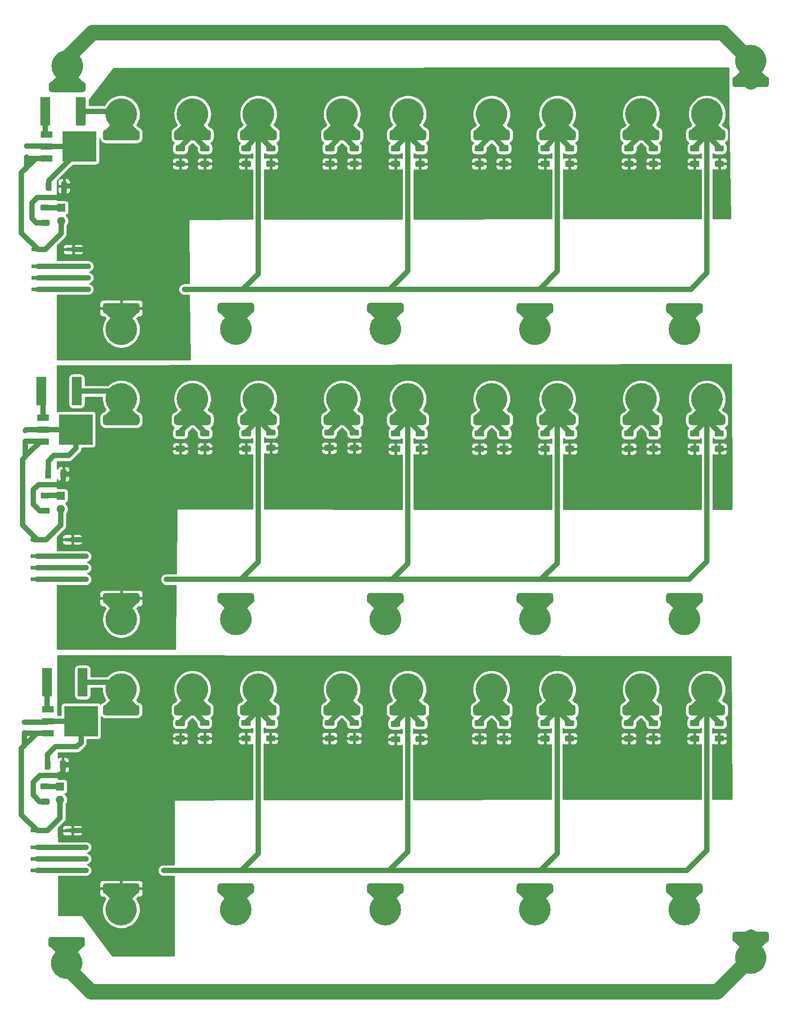
<source format=gbr>
G04 #@! TF.GenerationSoftware,KiCad,Pcbnew,(5.1.9)-1*
G04 #@! TF.CreationDate,2021-09-09T23:55:24+02:00*
G04 #@! TF.ProjectId,RelayControls-HPK,52656c61-7943-46f6-9e74-726f6c732d48,V0.1*
G04 #@! TF.SameCoordinates,Original*
G04 #@! TF.FileFunction,Copper,L1,Top*
G04 #@! TF.FilePolarity,Positive*
%FSLAX46Y46*%
G04 Gerber Fmt 4.6, Leading zero omitted, Abs format (unit mm)*
G04 Created by KiCad (PCBNEW (5.1.9)-1) date 2021-09-09 23:55:24*
%MOMM*%
%LPD*%
G01*
G04 APERTURE LIST*
G04 #@! TA.AperFunction,SMDPad,CuDef*
%ADD10R,0.450000X0.600000*%
G04 #@! TD*
G04 #@! TA.AperFunction,ComponentPad*
%ADD11R,1.600000X1.600000*%
G04 #@! TD*
G04 #@! TA.AperFunction,ComponentPad*
%ADD12O,1.600000X1.600000*%
G04 #@! TD*
G04 #@! TA.AperFunction,SMDPad,CuDef*
%ADD13R,2.660000X0.800000*%
G04 #@! TD*
G04 #@! TA.AperFunction,ComponentPad*
%ADD14C,0.100000*%
G04 #@! TD*
G04 #@! TA.AperFunction,SMDPad,CuDef*
%ADD15R,2.200000X1.200000*%
G04 #@! TD*
G04 #@! TA.AperFunction,SMDPad,CuDef*
%ADD16R,6.400000X5.800000*%
G04 #@! TD*
G04 #@! TA.AperFunction,ViaPad*
%ADD17C,0.800000*%
G04 #@! TD*
G04 #@! TA.AperFunction,Conductor*
%ADD18C,1.000000*%
G04 #@! TD*
G04 #@! TA.AperFunction,Conductor*
%ADD19C,3.000000*%
G04 #@! TD*
G04 #@! TA.AperFunction,Conductor*
%ADD20C,0.250000*%
G04 #@! TD*
G04 #@! TA.AperFunction,Conductor*
%ADD21C,0.254000*%
G04 #@! TD*
G04 #@! TA.AperFunction,Conductor*
%ADD22C,0.100000*%
G04 #@! TD*
G04 APERTURE END LIST*
G04 #@! TA.AperFunction,SMDPad,CuDef*
G36*
G01*
X105970000Y-153930000D02*
X107270002Y-153930000D01*
G75*
G02*
X107520001Y-154179999I0J-249999D01*
G01*
X107520001Y-154830001D01*
G75*
G02*
X107270002Y-155080000I-249999J0D01*
G01*
X105970000Y-155080000D01*
G75*
G02*
X105720001Y-154830001I0J249999D01*
G01*
X105720001Y-154179999D01*
G75*
G02*
X105970000Y-153930000I249999J0D01*
G01*
G37*
G04 #@! TD.AperFunction*
G04 #@! TA.AperFunction,SMDPad,CuDef*
G36*
G01*
X105970000Y-156880000D02*
X107270002Y-156880000D01*
G75*
G02*
X107520001Y-157129999I0J-249999D01*
G01*
X107520001Y-157780001D01*
G75*
G02*
X107270002Y-158030000I-249999J0D01*
G01*
X105970000Y-158030000D01*
G75*
G02*
X105720001Y-157780001I0J249999D01*
G01*
X105720001Y-157129999D01*
G75*
G02*
X105970000Y-156880000I249999J0D01*
G01*
G37*
G04 #@! TD.AperFunction*
G04 #@! TA.AperFunction,SMDPad,CuDef*
G36*
G01*
X110674996Y-153955000D02*
X111925002Y-153955000D01*
G75*
G02*
X112174999Y-154204997I0J-249997D01*
G01*
X112174999Y-154830003D01*
G75*
G02*
X111925002Y-155080000I-249997J0D01*
G01*
X110674996Y-155080000D01*
G75*
G02*
X110424999Y-154830003I0J249997D01*
G01*
X110424999Y-154204997D01*
G75*
G02*
X110674996Y-153955000I249997J0D01*
G01*
G37*
G04 #@! TD.AperFunction*
G04 #@! TA.AperFunction,SMDPad,CuDef*
G36*
G01*
X110674996Y-156880000D02*
X111925002Y-156880000D01*
G75*
G02*
X112174999Y-157129997I0J-249997D01*
G01*
X112174999Y-157755003D01*
G75*
G02*
X111925002Y-158005000I-249997J0D01*
G01*
X110674996Y-158005000D01*
G75*
G02*
X110424999Y-157755003I0J249997D01*
G01*
X110424999Y-157129997D01*
G75*
G02*
X110674996Y-156880000I249997J0D01*
G01*
G37*
G04 #@! TD.AperFunction*
G04 #@! TA.AperFunction,SMDPad,CuDef*
G36*
G01*
X48925000Y-98630000D02*
X50225002Y-98630000D01*
G75*
G02*
X50475001Y-98879999I0J-249999D01*
G01*
X50475001Y-99530001D01*
G75*
G02*
X50225002Y-99780000I-249999J0D01*
G01*
X48925000Y-99780000D01*
G75*
G02*
X48675001Y-99530001I0J249999D01*
G01*
X48675001Y-98879999D01*
G75*
G02*
X48925000Y-98630000I249999J0D01*
G01*
G37*
G04 #@! TD.AperFunction*
G04 #@! TA.AperFunction,SMDPad,CuDef*
G36*
G01*
X48925000Y-101580000D02*
X50225002Y-101580000D01*
G75*
G02*
X50475001Y-101829999I0J-249999D01*
G01*
X50475001Y-102480001D01*
G75*
G02*
X50225002Y-102730000I-249999J0D01*
G01*
X48925000Y-102730000D01*
G75*
G02*
X48675001Y-102480001I0J249999D01*
G01*
X48675001Y-101829999D01*
G75*
G02*
X48925000Y-101580000I249999J0D01*
G01*
G37*
G04 #@! TD.AperFunction*
D10*
X20010000Y-100770000D03*
X20010000Y-98670000D03*
G04 #@! TA.AperFunction,SMDPad,CuDef*
G36*
G01*
X110644998Y-47250000D02*
X111945000Y-47250000D01*
G75*
G02*
X112194999Y-47499999I0J-249999D01*
G01*
X112194999Y-48150001D01*
G75*
G02*
X111945000Y-48400000I-249999J0D01*
G01*
X110644998Y-48400000D01*
G75*
G02*
X110394999Y-48150001I0J249999D01*
G01*
X110394999Y-47499999D01*
G75*
G02*
X110644998Y-47250000I249999J0D01*
G01*
G37*
G04 #@! TD.AperFunction*
G04 #@! TA.AperFunction,SMDPad,CuDef*
G36*
G01*
X110644998Y-44300000D02*
X111945000Y-44300000D01*
G75*
G02*
X112194999Y-44549999I0J-249999D01*
G01*
X112194999Y-45200001D01*
G75*
G02*
X111945000Y-45450000I-249999J0D01*
G01*
X110644998Y-45450000D01*
G75*
G02*
X110394999Y-45200001I0J249999D01*
G01*
X110394999Y-44549999D01*
G75*
G02*
X110644998Y-44300000I249999J0D01*
G01*
G37*
G04 #@! TD.AperFunction*
G04 #@! TA.AperFunction,SMDPad,CuDef*
G36*
G01*
X48925000Y-44300000D02*
X50225002Y-44300000D01*
G75*
G02*
X50475001Y-44549999I0J-249999D01*
G01*
X50475001Y-45200001D01*
G75*
G02*
X50225002Y-45450000I-249999J0D01*
G01*
X48925000Y-45450000D01*
G75*
G02*
X48675001Y-45200001I0J249999D01*
G01*
X48675001Y-44549999D01*
G75*
G02*
X48925000Y-44300000I249999J0D01*
G01*
G37*
G04 #@! TD.AperFunction*
G04 #@! TA.AperFunction,SMDPad,CuDef*
G36*
G01*
X48925000Y-47250000D02*
X50225002Y-47250000D01*
G75*
G02*
X50475001Y-47499999I0J-249999D01*
G01*
X50475001Y-48150001D01*
G75*
G02*
X50225002Y-48400000I-249999J0D01*
G01*
X48925000Y-48400000D01*
G75*
G02*
X48675001Y-48150001I0J249999D01*
G01*
X48675001Y-47499999D01*
G75*
G02*
X48925000Y-47250000I249999J0D01*
G01*
G37*
G04 #@! TD.AperFunction*
G04 #@! TA.AperFunction,SMDPad,CuDef*
G36*
G01*
X77450000Y-47250000D02*
X78750002Y-47250000D01*
G75*
G02*
X79000001Y-47499999I0J-249999D01*
G01*
X79000001Y-48150001D01*
G75*
G02*
X78750002Y-48400000I-249999J0D01*
G01*
X77450000Y-48400000D01*
G75*
G02*
X77200001Y-48150001I0J249999D01*
G01*
X77200001Y-47499999D01*
G75*
G02*
X77450000Y-47250000I249999J0D01*
G01*
G37*
G04 #@! TD.AperFunction*
G04 #@! TA.AperFunction,SMDPad,CuDef*
G36*
G01*
X77450000Y-44300000D02*
X78750002Y-44300000D01*
G75*
G02*
X79000001Y-44549999I0J-249999D01*
G01*
X79000001Y-45200001D01*
G75*
G02*
X78750002Y-45450000I-249999J0D01*
G01*
X77450000Y-45450000D01*
G75*
G02*
X77200001Y-45200001I0J249999D01*
G01*
X77200001Y-44549999D01*
G75*
G02*
X77450000Y-44300000I249999J0D01*
G01*
G37*
G04 #@! TD.AperFunction*
G04 #@! TA.AperFunction,SMDPad,CuDef*
G36*
G01*
X134520000Y-47250000D02*
X135820002Y-47250000D01*
G75*
G02*
X136070001Y-47499999I0J-249999D01*
G01*
X136070001Y-48150001D01*
G75*
G02*
X135820002Y-48400000I-249999J0D01*
G01*
X134520000Y-48400000D01*
G75*
G02*
X134270001Y-48150001I0J249999D01*
G01*
X134270001Y-47499999D01*
G75*
G02*
X134520000Y-47250000I249999J0D01*
G01*
G37*
G04 #@! TD.AperFunction*
G04 #@! TA.AperFunction,SMDPad,CuDef*
G36*
G01*
X134520000Y-44300000D02*
X135820002Y-44300000D01*
G75*
G02*
X136070001Y-44549999I0J-249999D01*
G01*
X136070001Y-45200001D01*
G75*
G02*
X135820002Y-45450000I-249999J0D01*
G01*
X134520000Y-45450000D01*
G75*
G02*
X134270001Y-45200001I0J249999D01*
G01*
X134270001Y-44549999D01*
G75*
G02*
X134520000Y-44300000I249999J0D01*
G01*
G37*
G04 #@! TD.AperFunction*
G04 #@! TA.AperFunction,SMDPad,CuDef*
G36*
G01*
X119850002Y-45450000D02*
X118550000Y-45450000D01*
G75*
G02*
X118300001Y-45200001I0J249999D01*
G01*
X118300001Y-44549999D01*
G75*
G02*
X118550000Y-44300000I249999J0D01*
G01*
X119850002Y-44300000D01*
G75*
G02*
X120100001Y-44549999I0J-249999D01*
G01*
X120100001Y-45200001D01*
G75*
G02*
X119850002Y-45450000I-249999J0D01*
G01*
G37*
G04 #@! TD.AperFunction*
G04 #@! TA.AperFunction,SMDPad,CuDef*
G36*
G01*
X119850002Y-48400000D02*
X118550000Y-48400000D01*
G75*
G02*
X118300001Y-48150001I0J249999D01*
G01*
X118300001Y-47499999D01*
G75*
G02*
X118550000Y-47250000I249999J0D01*
G01*
X119850002Y-47250000D01*
G75*
G02*
X120100001Y-47499999I0J-249999D01*
G01*
X120100001Y-48150001D01*
G75*
G02*
X119850002Y-48400000I-249999J0D01*
G01*
G37*
G04 #@! TD.AperFunction*
G04 #@! TA.AperFunction,SMDPad,CuDef*
G36*
G01*
X62800002Y-48400000D02*
X61500000Y-48400000D01*
G75*
G02*
X61250001Y-48150001I0J249999D01*
G01*
X61250001Y-47499999D01*
G75*
G02*
X61500000Y-47250000I249999J0D01*
G01*
X62800002Y-47250000D01*
G75*
G02*
X63050001Y-47499999I0J-249999D01*
G01*
X63050001Y-48150001D01*
G75*
G02*
X62800002Y-48400000I-249999J0D01*
G01*
G37*
G04 #@! TD.AperFunction*
G04 #@! TA.AperFunction,SMDPad,CuDef*
G36*
G01*
X62800002Y-45450000D02*
X61500000Y-45450000D01*
G75*
G02*
X61250001Y-45200001I0J249999D01*
G01*
X61250001Y-44549999D01*
G75*
G02*
X61500000Y-44300000I249999J0D01*
G01*
X62800002Y-44300000D01*
G75*
G02*
X63050001Y-44549999I0J-249999D01*
G01*
X63050001Y-45200001D01*
G75*
G02*
X62800002Y-45450000I-249999J0D01*
G01*
G37*
G04 #@! TD.AperFunction*
G04 #@! TA.AperFunction,SMDPad,CuDef*
G36*
G01*
X95975000Y-45450000D02*
X94674998Y-45450000D01*
G75*
G02*
X94424999Y-45200001I0J249999D01*
G01*
X94424999Y-44549999D01*
G75*
G02*
X94674998Y-44300000I249999J0D01*
G01*
X95975000Y-44300000D01*
G75*
G02*
X96224999Y-44549999I0J-249999D01*
G01*
X96224999Y-45200001D01*
G75*
G02*
X95975000Y-45450000I-249999J0D01*
G01*
G37*
G04 #@! TD.AperFunction*
G04 #@! TA.AperFunction,SMDPad,CuDef*
G36*
G01*
X95975000Y-48400000D02*
X94674998Y-48400000D01*
G75*
G02*
X94424999Y-48150001I0J249999D01*
G01*
X94424999Y-47499999D01*
G75*
G02*
X94674998Y-47250000I249999J0D01*
G01*
X95975000Y-47250000D01*
G75*
G02*
X96224999Y-47499999I0J-249999D01*
G01*
X96224999Y-48150001D01*
G75*
G02*
X95975000Y-48400000I-249999J0D01*
G01*
G37*
G04 #@! TD.AperFunction*
G04 #@! TA.AperFunction,SMDPad,CuDef*
G36*
G01*
X148395002Y-48400000D02*
X147095000Y-48400000D01*
G75*
G02*
X146845001Y-48150001I0J249999D01*
G01*
X146845001Y-47499999D01*
G75*
G02*
X147095000Y-47250000I249999J0D01*
G01*
X148395002Y-47250000D01*
G75*
G02*
X148645001Y-47499999I0J-249999D01*
G01*
X148645001Y-48150001D01*
G75*
G02*
X148395002Y-48400000I-249999J0D01*
G01*
G37*
G04 #@! TD.AperFunction*
G04 #@! TA.AperFunction,SMDPad,CuDef*
G36*
G01*
X148395002Y-45450000D02*
X147095000Y-45450000D01*
G75*
G02*
X146845001Y-45200001I0J249999D01*
G01*
X146845001Y-44549999D01*
G75*
G02*
X147095000Y-44300000I249999J0D01*
G01*
X148395002Y-44300000D01*
G75*
G02*
X148645001Y-44549999I0J-249999D01*
G01*
X148645001Y-45200001D01*
G75*
G02*
X148395002Y-45450000I-249999J0D01*
G01*
G37*
G04 #@! TD.AperFunction*
G04 #@! TA.AperFunction,SMDPad,CuDef*
G36*
G01*
X105995000Y-101620000D02*
X107295002Y-101620000D01*
G75*
G02*
X107545001Y-101869999I0J-249999D01*
G01*
X107545001Y-102520001D01*
G75*
G02*
X107295002Y-102770000I-249999J0D01*
G01*
X105995000Y-102770000D01*
G75*
G02*
X105745001Y-102520001I0J249999D01*
G01*
X105745001Y-101869999D01*
G75*
G02*
X105995000Y-101620000I249999J0D01*
G01*
G37*
G04 #@! TD.AperFunction*
G04 #@! TA.AperFunction,SMDPad,CuDef*
G36*
G01*
X105995000Y-98670000D02*
X107295002Y-98670000D01*
G75*
G02*
X107545001Y-98919999I0J-249999D01*
G01*
X107545001Y-99570001D01*
G75*
G02*
X107295002Y-99820000I-249999J0D01*
G01*
X105995000Y-99820000D01*
G75*
G02*
X105745001Y-99570001I0J249999D01*
G01*
X105745001Y-98919999D01*
G75*
G02*
X105995000Y-98670000I249999J0D01*
G01*
G37*
G04 #@! TD.AperFunction*
G04 #@! TA.AperFunction,SMDPad,CuDef*
G36*
G01*
X77345000Y-98500000D02*
X78645002Y-98500000D01*
G75*
G02*
X78895001Y-98749999I0J-249999D01*
G01*
X78895001Y-99400001D01*
G75*
G02*
X78645002Y-99650000I-249999J0D01*
G01*
X77345000Y-99650000D01*
G75*
G02*
X77095001Y-99400001I0J249999D01*
G01*
X77095001Y-98749999D01*
G75*
G02*
X77345000Y-98500000I249999J0D01*
G01*
G37*
G04 #@! TD.AperFunction*
G04 #@! TA.AperFunction,SMDPad,CuDef*
G36*
G01*
X77345000Y-101450000D02*
X78645002Y-101450000D01*
G75*
G02*
X78895001Y-101699999I0J-249999D01*
G01*
X78895001Y-102350001D01*
G75*
G02*
X78645002Y-102600000I-249999J0D01*
G01*
X77345000Y-102600000D01*
G75*
G02*
X77095001Y-102350001I0J249999D01*
G01*
X77095001Y-101699999D01*
G75*
G02*
X77345000Y-101450000I249999J0D01*
G01*
G37*
G04 #@! TD.AperFunction*
G04 #@! TA.AperFunction,SMDPad,CuDef*
G36*
G01*
X134520000Y-101620000D02*
X135820002Y-101620000D01*
G75*
G02*
X136070001Y-101869999I0J-249999D01*
G01*
X136070001Y-102520001D01*
G75*
G02*
X135820002Y-102770000I-249999J0D01*
G01*
X134520000Y-102770000D01*
G75*
G02*
X134270001Y-102520001I0J249999D01*
G01*
X134270001Y-101869999D01*
G75*
G02*
X134520000Y-101620000I249999J0D01*
G01*
G37*
G04 #@! TD.AperFunction*
G04 #@! TA.AperFunction,SMDPad,CuDef*
G36*
G01*
X134520000Y-98670000D02*
X135820002Y-98670000D01*
G75*
G02*
X136070001Y-98919999I0J-249999D01*
G01*
X136070001Y-99570001D01*
G75*
G02*
X135820002Y-99820000I-249999J0D01*
G01*
X134520000Y-99820000D01*
G75*
G02*
X134270001Y-99570001I0J249999D01*
G01*
X134270001Y-98919999D01*
G75*
G02*
X134520000Y-98670000I249999J0D01*
G01*
G37*
G04 #@! TD.AperFunction*
G04 #@! TA.AperFunction,SMDPad,CuDef*
G36*
G01*
X119850002Y-102770000D02*
X118550000Y-102770000D01*
G75*
G02*
X118300001Y-102520001I0J249999D01*
G01*
X118300001Y-101869999D01*
G75*
G02*
X118550000Y-101620000I249999J0D01*
G01*
X119850002Y-101620000D01*
G75*
G02*
X120100001Y-101869999I0J-249999D01*
G01*
X120100001Y-102520001D01*
G75*
G02*
X119850002Y-102770000I-249999J0D01*
G01*
G37*
G04 #@! TD.AperFunction*
G04 #@! TA.AperFunction,SMDPad,CuDef*
G36*
G01*
X119850002Y-99820000D02*
X118550000Y-99820000D01*
G75*
G02*
X118300001Y-99570001I0J249999D01*
G01*
X118300001Y-98919999D01*
G75*
G02*
X118550000Y-98670000I249999J0D01*
G01*
X119850002Y-98670000D01*
G75*
G02*
X120100001Y-98919999I0J-249999D01*
G01*
X120100001Y-99570001D01*
G75*
G02*
X119850002Y-99820000I-249999J0D01*
G01*
G37*
G04 #@! TD.AperFunction*
G04 #@! TA.AperFunction,SMDPad,CuDef*
G36*
G01*
X62800002Y-102730000D02*
X61500000Y-102730000D01*
G75*
G02*
X61250001Y-102480001I0J249999D01*
G01*
X61250001Y-101829999D01*
G75*
G02*
X61500000Y-101580000I249999J0D01*
G01*
X62800002Y-101580000D01*
G75*
G02*
X63050001Y-101829999I0J-249999D01*
G01*
X63050001Y-102480001D01*
G75*
G02*
X62800002Y-102730000I-249999J0D01*
G01*
G37*
G04 #@! TD.AperFunction*
G04 #@! TA.AperFunction,SMDPad,CuDef*
G36*
G01*
X62800002Y-99780000D02*
X61500000Y-99780000D01*
G75*
G02*
X61250001Y-99530001I0J249999D01*
G01*
X61250001Y-98879999D01*
G75*
G02*
X61500000Y-98630000I249999J0D01*
G01*
X62800002Y-98630000D01*
G75*
G02*
X63050001Y-98879999I0J-249999D01*
G01*
X63050001Y-99530001D01*
G75*
G02*
X62800002Y-99780000I-249999J0D01*
G01*
G37*
G04 #@! TD.AperFunction*
G04 #@! TA.AperFunction,SMDPad,CuDef*
G36*
G01*
X91325002Y-102770000D02*
X90025000Y-102770000D01*
G75*
G02*
X89775001Y-102520001I0J249999D01*
G01*
X89775001Y-101869999D01*
G75*
G02*
X90025000Y-101620000I249999J0D01*
G01*
X91325002Y-101620000D01*
G75*
G02*
X91575001Y-101869999I0J-249999D01*
G01*
X91575001Y-102520001D01*
G75*
G02*
X91325002Y-102770000I-249999J0D01*
G01*
G37*
G04 #@! TD.AperFunction*
G04 #@! TA.AperFunction,SMDPad,CuDef*
G36*
G01*
X91325002Y-99820000D02*
X90025000Y-99820000D01*
G75*
G02*
X89775001Y-99570001I0J249999D01*
G01*
X89775001Y-98919999D01*
G75*
G02*
X90025000Y-98670000I249999J0D01*
G01*
X91325002Y-98670000D01*
G75*
G02*
X91575001Y-98919999I0J-249999D01*
G01*
X91575001Y-99570001D01*
G75*
G02*
X91325002Y-99820000I-249999J0D01*
G01*
G37*
G04 #@! TD.AperFunction*
G04 #@! TA.AperFunction,SMDPad,CuDef*
G36*
G01*
X148395002Y-102770000D02*
X147095000Y-102770000D01*
G75*
G02*
X146845001Y-102520001I0J249999D01*
G01*
X146845001Y-101869999D01*
G75*
G02*
X147095000Y-101620000I249999J0D01*
G01*
X148395002Y-101620000D01*
G75*
G02*
X148645001Y-101869999I0J-249999D01*
G01*
X148645001Y-102520001D01*
G75*
G02*
X148395002Y-102770000I-249999J0D01*
G01*
G37*
G04 #@! TD.AperFunction*
G04 #@! TA.AperFunction,SMDPad,CuDef*
G36*
G01*
X148395002Y-99820000D02*
X147095000Y-99820000D01*
G75*
G02*
X146845001Y-99570001I0J249999D01*
G01*
X146845001Y-98919999D01*
G75*
G02*
X147095000Y-98670000I249999J0D01*
G01*
X148395002Y-98670000D01*
G75*
G02*
X148645001Y-98919999I0J-249999D01*
G01*
X148645001Y-99570001D01*
G75*
G02*
X148395002Y-99820000I-249999J0D01*
G01*
G37*
G04 #@! TD.AperFunction*
G04 #@! TA.AperFunction,SMDPad,CuDef*
G36*
G01*
X48900000Y-156880000D02*
X50200002Y-156880000D01*
G75*
G02*
X50450001Y-157129999I0J-249999D01*
G01*
X50450001Y-157780001D01*
G75*
G02*
X50200002Y-158030000I-249999J0D01*
G01*
X48900000Y-158030000D01*
G75*
G02*
X48650001Y-157780001I0J249999D01*
G01*
X48650001Y-157129999D01*
G75*
G02*
X48900000Y-156880000I249999J0D01*
G01*
G37*
G04 #@! TD.AperFunction*
G04 #@! TA.AperFunction,SMDPad,CuDef*
G36*
G01*
X48900000Y-153930000D02*
X50200002Y-153930000D01*
G75*
G02*
X50450001Y-154179999I0J-249999D01*
G01*
X50450001Y-154830001D01*
G75*
G02*
X50200002Y-155080000I-249999J0D01*
G01*
X48900000Y-155080000D01*
G75*
G02*
X48650001Y-154830001I0J249999D01*
G01*
X48650001Y-154179999D01*
G75*
G02*
X48900000Y-153930000I249999J0D01*
G01*
G37*
G04 #@! TD.AperFunction*
G04 #@! TA.AperFunction,SMDPad,CuDef*
G36*
G01*
X77425000Y-156830000D02*
X78725002Y-156830000D01*
G75*
G02*
X78975001Y-157079999I0J-249999D01*
G01*
X78975001Y-157730001D01*
G75*
G02*
X78725002Y-157980000I-249999J0D01*
G01*
X77425000Y-157980000D01*
G75*
G02*
X77175001Y-157730001I0J249999D01*
G01*
X77175001Y-157079999D01*
G75*
G02*
X77425000Y-156830000I249999J0D01*
G01*
G37*
G04 #@! TD.AperFunction*
G04 #@! TA.AperFunction,SMDPad,CuDef*
G36*
G01*
X77425000Y-153880000D02*
X78725002Y-153880000D01*
G75*
G02*
X78975001Y-154129999I0J-249999D01*
G01*
X78975001Y-154780001D01*
G75*
G02*
X78725002Y-155030000I-249999J0D01*
G01*
X77425000Y-155030000D01*
G75*
G02*
X77175001Y-154780001I0J249999D01*
G01*
X77175001Y-154129999D01*
G75*
G02*
X77425000Y-153880000I249999J0D01*
G01*
G37*
G04 #@! TD.AperFunction*
G04 #@! TA.AperFunction,SMDPad,CuDef*
G36*
G01*
X134495000Y-153930000D02*
X135795002Y-153930000D01*
G75*
G02*
X136045001Y-154179999I0J-249999D01*
G01*
X136045001Y-154830001D01*
G75*
G02*
X135795002Y-155080000I-249999J0D01*
G01*
X134495000Y-155080000D01*
G75*
G02*
X134245001Y-154830001I0J249999D01*
G01*
X134245001Y-154179999D01*
G75*
G02*
X134495000Y-153930000I249999J0D01*
G01*
G37*
G04 #@! TD.AperFunction*
G04 #@! TA.AperFunction,SMDPad,CuDef*
G36*
G01*
X134495000Y-156880000D02*
X135795002Y-156880000D01*
G75*
G02*
X136045001Y-157129999I0J-249999D01*
G01*
X136045001Y-157780001D01*
G75*
G02*
X135795002Y-158030000I-249999J0D01*
G01*
X134495000Y-158030000D01*
G75*
G02*
X134245001Y-157780001I0J249999D01*
G01*
X134245001Y-157129999D01*
G75*
G02*
X134495000Y-156880000I249999J0D01*
G01*
G37*
G04 #@! TD.AperFunction*
G04 #@! TA.AperFunction,SMDPad,CuDef*
G36*
G01*
X119825002Y-155080000D02*
X118525000Y-155080000D01*
G75*
G02*
X118275001Y-154830001I0J249999D01*
G01*
X118275001Y-154179999D01*
G75*
G02*
X118525000Y-153930000I249999J0D01*
G01*
X119825002Y-153930000D01*
G75*
G02*
X120075001Y-154179999I0J-249999D01*
G01*
X120075001Y-154830001D01*
G75*
G02*
X119825002Y-155080000I-249999J0D01*
G01*
G37*
G04 #@! TD.AperFunction*
G04 #@! TA.AperFunction,SMDPad,CuDef*
G36*
G01*
X119825002Y-158030000D02*
X118525000Y-158030000D01*
G75*
G02*
X118275001Y-157780001I0J249999D01*
G01*
X118275001Y-157129999D01*
G75*
G02*
X118525000Y-156880000I249999J0D01*
G01*
X119825002Y-156880000D01*
G75*
G02*
X120075001Y-157129999I0J-249999D01*
G01*
X120075001Y-157780001D01*
G75*
G02*
X119825002Y-158030000I-249999J0D01*
G01*
G37*
G04 #@! TD.AperFunction*
G04 #@! TA.AperFunction,SMDPad,CuDef*
G36*
G01*
X62775002Y-155030000D02*
X61475000Y-155030000D01*
G75*
G02*
X61225001Y-154780001I0J249999D01*
G01*
X61225001Y-154129999D01*
G75*
G02*
X61475000Y-153880000I249999J0D01*
G01*
X62775002Y-153880000D01*
G75*
G02*
X63025001Y-154129999I0J-249999D01*
G01*
X63025001Y-154780001D01*
G75*
G02*
X62775002Y-155030000I-249999J0D01*
G01*
G37*
G04 #@! TD.AperFunction*
G04 #@! TA.AperFunction,SMDPad,CuDef*
G36*
G01*
X62775002Y-157980000D02*
X61475000Y-157980000D01*
G75*
G02*
X61225001Y-157730001I0J249999D01*
G01*
X61225001Y-157079999D01*
G75*
G02*
X61475000Y-156830000I249999J0D01*
G01*
X62775002Y-156830000D01*
G75*
G02*
X63025001Y-157079999I0J-249999D01*
G01*
X63025001Y-157730001D01*
G75*
G02*
X62775002Y-157980000I-249999J0D01*
G01*
G37*
G04 #@! TD.AperFunction*
G04 #@! TA.AperFunction,SMDPad,CuDef*
G36*
G01*
X91300002Y-158170000D02*
X90000000Y-158170000D01*
G75*
G02*
X89750001Y-157920001I0J249999D01*
G01*
X89750001Y-157269999D01*
G75*
G02*
X90000000Y-157020000I249999J0D01*
G01*
X91300002Y-157020000D01*
G75*
G02*
X91550001Y-157269999I0J-249999D01*
G01*
X91550001Y-157920001D01*
G75*
G02*
X91300002Y-158170000I-249999J0D01*
G01*
G37*
G04 #@! TD.AperFunction*
G04 #@! TA.AperFunction,SMDPad,CuDef*
G36*
G01*
X91300002Y-155220000D02*
X90000000Y-155220000D01*
G75*
G02*
X89750001Y-154970001I0J249999D01*
G01*
X89750001Y-154319999D01*
G75*
G02*
X90000000Y-154070000I249999J0D01*
G01*
X91300002Y-154070000D01*
G75*
G02*
X91550001Y-154319999I0J-249999D01*
G01*
X91550001Y-154970001D01*
G75*
G02*
X91300002Y-155220000I-249999J0D01*
G01*
G37*
G04 #@! TD.AperFunction*
G04 #@! TA.AperFunction,SMDPad,CuDef*
G36*
G01*
X148370002Y-155080000D02*
X147070000Y-155080000D01*
G75*
G02*
X146820001Y-154830001I0J249999D01*
G01*
X146820001Y-154179999D01*
G75*
G02*
X147070000Y-153930000I249999J0D01*
G01*
X148370002Y-153930000D01*
G75*
G02*
X148620001Y-154179999I0J-249999D01*
G01*
X148620001Y-154830001D01*
G75*
G02*
X148370002Y-155080000I-249999J0D01*
G01*
G37*
G04 #@! TD.AperFunction*
G04 #@! TA.AperFunction,SMDPad,CuDef*
G36*
G01*
X148370002Y-158030000D02*
X147070000Y-158030000D01*
G75*
G02*
X146820001Y-157780001I0J249999D01*
G01*
X146820001Y-157129999D01*
G75*
G02*
X147070000Y-156880000I249999J0D01*
G01*
X148370002Y-156880000D01*
G75*
G02*
X148620001Y-157129999I0J-249999D01*
G01*
X148620001Y-157780001D01*
G75*
G02*
X148370002Y-158030000I-249999J0D01*
G01*
G37*
G04 #@! TD.AperFunction*
D11*
X26850000Y-56200000D03*
D12*
X26850000Y-58740000D03*
X26743629Y-113665000D03*
D11*
X26743629Y-111125000D03*
X26638629Y-166600000D03*
D12*
X26638629Y-169140000D03*
D13*
X22410001Y-64154999D03*
X22410001Y-67354999D03*
X22410001Y-69554999D03*
X22410001Y-71754999D03*
X29150001Y-71754999D03*
X29150001Y-69554999D03*
X29150001Y-67354999D03*
X29150001Y-64154999D03*
X22260000Y-119500000D03*
X22260000Y-122700000D03*
X22260000Y-124900000D03*
X22260000Y-127100000D03*
X29000000Y-127100000D03*
X29000000Y-124900000D03*
X29000000Y-122700000D03*
X29000000Y-119500000D03*
X29000000Y-175000000D03*
X29000000Y-178200000D03*
X29000000Y-180400000D03*
X29000000Y-182600000D03*
X22260000Y-182600000D03*
X22260000Y-180400000D03*
X22260000Y-178200000D03*
X22260000Y-175000000D03*
G04 #@! TA.AperFunction,SMDPad,CuDef*
G36*
G01*
X26831371Y-52700003D02*
X26831371Y-51449997D01*
G75*
G02*
X27081368Y-51200000I249997J0D01*
G01*
X27706374Y-51200000D01*
G75*
G02*
X27956371Y-51449997I0J-249997D01*
G01*
X27956371Y-52700003D01*
G75*
G02*
X27706374Y-52950000I-249997J0D01*
G01*
X27081368Y-52950000D01*
G75*
G02*
X26831371Y-52700003I0J249997D01*
G01*
G37*
G04 #@! TD.AperFunction*
G04 #@! TA.AperFunction,SMDPad,CuDef*
G36*
G01*
X23906371Y-52700003D02*
X23906371Y-51449997D01*
G75*
G02*
X24156368Y-51200000I249997J0D01*
G01*
X24781374Y-51200000D01*
G75*
G02*
X25031371Y-51449997I0J-249997D01*
G01*
X25031371Y-52700003D01*
G75*
G02*
X24781374Y-52950000I-249997J0D01*
G01*
X24156368Y-52950000D01*
G75*
G02*
X23906371Y-52700003I0J249997D01*
G01*
G37*
G04 #@! TD.AperFunction*
G04 #@! TA.AperFunction,SMDPad,CuDef*
G36*
G01*
X67455002Y-45450000D02*
X66204996Y-45450000D01*
G75*
G02*
X65954999Y-45200003I0J249997D01*
G01*
X65954999Y-44574997D01*
G75*
G02*
X66204996Y-44325000I249997J0D01*
G01*
X67455002Y-44325000D01*
G75*
G02*
X67704999Y-44574997I0J-249997D01*
G01*
X67704999Y-45200003D01*
G75*
G02*
X67455002Y-45450000I-249997J0D01*
G01*
G37*
G04 #@! TD.AperFunction*
G04 #@! TA.AperFunction,SMDPad,CuDef*
G36*
G01*
X67455002Y-48375000D02*
X66204996Y-48375000D01*
G75*
G02*
X65954999Y-48125003I0J249997D01*
G01*
X65954999Y-47499997D01*
G75*
G02*
X66204996Y-47250000I249997J0D01*
G01*
X67455002Y-47250000D01*
G75*
G02*
X67704999Y-47499997I0J-249997D01*
G01*
X67704999Y-48125003D01*
G75*
G02*
X67455002Y-48375000I-249997J0D01*
G01*
G37*
G04 #@! TD.AperFunction*
G04 #@! TA.AperFunction,SMDPad,CuDef*
G36*
G01*
X105989998Y-44325000D02*
X107240004Y-44325000D01*
G75*
G02*
X107490001Y-44574997I0J-249997D01*
G01*
X107490001Y-45200003D01*
G75*
G02*
X107240004Y-45450000I-249997J0D01*
G01*
X105989998Y-45450000D01*
G75*
G02*
X105740001Y-45200003I0J249997D01*
G01*
X105740001Y-44574997D01*
G75*
G02*
X105989998Y-44325000I249997J0D01*
G01*
G37*
G04 #@! TD.AperFunction*
G04 #@! TA.AperFunction,SMDPad,CuDef*
G36*
G01*
X105989998Y-47250000D02*
X107240004Y-47250000D01*
G75*
G02*
X107490001Y-47499997I0J-249997D01*
G01*
X107490001Y-48125003D01*
G75*
G02*
X107240004Y-48375000I-249997J0D01*
G01*
X105989998Y-48375000D01*
G75*
G02*
X105740001Y-48125003I0J249997D01*
G01*
X105740001Y-47499997D01*
G75*
G02*
X105989998Y-47250000I249997J0D01*
G01*
G37*
G04 #@! TD.AperFunction*
G04 #@! TA.AperFunction,SMDPad,CuDef*
G36*
G01*
X53629996Y-47250000D02*
X54880002Y-47250000D01*
G75*
G02*
X55129999Y-47499997I0J-249997D01*
G01*
X55129999Y-48125003D01*
G75*
G02*
X54880002Y-48375000I-249997J0D01*
G01*
X53629996Y-48375000D01*
G75*
G02*
X53379999Y-48125003I0J249997D01*
G01*
X53379999Y-47499997D01*
G75*
G02*
X53629996Y-47250000I249997J0D01*
G01*
G37*
G04 #@! TD.AperFunction*
G04 #@! TA.AperFunction,SMDPad,CuDef*
G36*
G01*
X53629996Y-44325000D02*
X54880002Y-44325000D01*
G75*
G02*
X55129999Y-44574997I0J-249997D01*
G01*
X55129999Y-45200003D01*
G75*
G02*
X54880002Y-45450000I-249997J0D01*
G01*
X53629996Y-45450000D01*
G75*
G02*
X53379999Y-45200003I0J249997D01*
G01*
X53379999Y-44574997D01*
G75*
G02*
X53629996Y-44325000I249997J0D01*
G01*
G37*
G04 #@! TD.AperFunction*
G04 #@! TA.AperFunction,SMDPad,CuDef*
G36*
G01*
X82154996Y-47250000D02*
X83405002Y-47250000D01*
G75*
G02*
X83654999Y-47499997I0J-249997D01*
G01*
X83654999Y-48125003D01*
G75*
G02*
X83405002Y-48375000I-249997J0D01*
G01*
X82154996Y-48375000D01*
G75*
G02*
X81904999Y-48125003I0J249997D01*
G01*
X81904999Y-47499997D01*
G75*
G02*
X82154996Y-47250000I249997J0D01*
G01*
G37*
G04 #@! TD.AperFunction*
G04 #@! TA.AperFunction,SMDPad,CuDef*
G36*
G01*
X82154996Y-44325000D02*
X83405002Y-44325000D01*
G75*
G02*
X83654999Y-44574997I0J-249997D01*
G01*
X83654999Y-45200003D01*
G75*
G02*
X83405002Y-45450000I-249997J0D01*
G01*
X82154996Y-45450000D01*
G75*
G02*
X81904999Y-45200003I0J249997D01*
G01*
X81904999Y-44574997D01*
G75*
G02*
X82154996Y-44325000I249997J0D01*
G01*
G37*
G04 #@! TD.AperFunction*
G04 #@! TA.AperFunction,SMDPad,CuDef*
G36*
G01*
X139224996Y-44325000D02*
X140475002Y-44325000D01*
G75*
G02*
X140724999Y-44574997I0J-249997D01*
G01*
X140724999Y-45200003D01*
G75*
G02*
X140475002Y-45450000I-249997J0D01*
G01*
X139224996Y-45450000D01*
G75*
G02*
X138974999Y-45200003I0J249997D01*
G01*
X138974999Y-44574997D01*
G75*
G02*
X139224996Y-44325000I249997J0D01*
G01*
G37*
G04 #@! TD.AperFunction*
G04 #@! TA.AperFunction,SMDPad,CuDef*
G36*
G01*
X139224996Y-47250000D02*
X140475002Y-47250000D01*
G75*
G02*
X140724999Y-47499997I0J-249997D01*
G01*
X140724999Y-48125003D01*
G75*
G02*
X140475002Y-48375000I-249997J0D01*
G01*
X139224996Y-48375000D01*
G75*
G02*
X138974999Y-48125003I0J249997D01*
G01*
X138974999Y-47499997D01*
G75*
G02*
X139224996Y-47250000I249997J0D01*
G01*
G37*
G04 #@! TD.AperFunction*
G04 #@! TA.AperFunction,SMDPad,CuDef*
G36*
G01*
X124505002Y-48375000D02*
X123254996Y-48375000D01*
G75*
G02*
X123004999Y-48125003I0J249997D01*
G01*
X123004999Y-47499997D01*
G75*
G02*
X123254996Y-47250000I249997J0D01*
G01*
X124505002Y-47250000D01*
G75*
G02*
X124754999Y-47499997I0J-249997D01*
G01*
X124754999Y-48125003D01*
G75*
G02*
X124505002Y-48375000I-249997J0D01*
G01*
G37*
G04 #@! TD.AperFunction*
G04 #@! TA.AperFunction,SMDPad,CuDef*
G36*
G01*
X124505002Y-45450000D02*
X123254996Y-45450000D01*
G75*
G02*
X123004999Y-45200003I0J249997D01*
G01*
X123004999Y-44574997D01*
G75*
G02*
X123254996Y-44325000I249997J0D01*
G01*
X124505002Y-44325000D01*
G75*
G02*
X124754999Y-44574997I0J-249997D01*
G01*
X124754999Y-45200003D01*
G75*
G02*
X124505002Y-45450000I-249997J0D01*
G01*
G37*
G04 #@! TD.AperFunction*
G04 #@! TA.AperFunction,SMDPad,CuDef*
G36*
G01*
X91270004Y-45450000D02*
X90019998Y-45450000D01*
G75*
G02*
X89770001Y-45200003I0J249997D01*
G01*
X89770001Y-44574997D01*
G75*
G02*
X90019998Y-44325000I249997J0D01*
G01*
X91270004Y-44325000D01*
G75*
G02*
X91520001Y-44574997I0J-249997D01*
G01*
X91520001Y-45200003D01*
G75*
G02*
X91270004Y-45450000I-249997J0D01*
G01*
G37*
G04 #@! TD.AperFunction*
G04 #@! TA.AperFunction,SMDPad,CuDef*
G36*
G01*
X91270004Y-48375000D02*
X90019998Y-48375000D01*
G75*
G02*
X89770001Y-48125003I0J249997D01*
G01*
X89770001Y-47499997D01*
G75*
G02*
X90019998Y-47250000I249997J0D01*
G01*
X91270004Y-47250000D01*
G75*
G02*
X91520001Y-47499997I0J-249997D01*
G01*
X91520001Y-48125003D01*
G75*
G02*
X91270004Y-48375000I-249997J0D01*
G01*
G37*
G04 #@! TD.AperFunction*
G04 #@! TA.AperFunction,SMDPad,CuDef*
G36*
G01*
X153050002Y-45450000D02*
X151799996Y-45450000D01*
G75*
G02*
X151549999Y-45200003I0J249997D01*
G01*
X151549999Y-44574997D01*
G75*
G02*
X151799996Y-44325000I249997J0D01*
G01*
X153050002Y-44325000D01*
G75*
G02*
X153299999Y-44574997I0J-249997D01*
G01*
X153299999Y-45200003D01*
G75*
G02*
X153050002Y-45450000I-249997J0D01*
G01*
G37*
G04 #@! TD.AperFunction*
G04 #@! TA.AperFunction,SMDPad,CuDef*
G36*
G01*
X153050002Y-48375000D02*
X151799996Y-48375000D01*
G75*
G02*
X151549999Y-48125003I0J249997D01*
G01*
X151549999Y-47499997D01*
G75*
G02*
X151799996Y-47250000I249997J0D01*
G01*
X153050002Y-47250000D01*
G75*
G02*
X153299999Y-47499997I0J-249997D01*
G01*
X153299999Y-48125003D01*
G75*
G02*
X153050002Y-48375000I-249997J0D01*
G01*
G37*
G04 #@! TD.AperFunction*
G04 #@! TA.AperFunction,SMDPad,CuDef*
G36*
G01*
X24375003Y-56725685D02*
X23124997Y-56725685D01*
G75*
G02*
X22875000Y-56475688I0J249997D01*
G01*
X22875000Y-55850682D01*
G75*
G02*
X23124997Y-55600685I249997J0D01*
G01*
X24375003Y-55600685D01*
G75*
G02*
X24625000Y-55850682I0J-249997D01*
G01*
X24625000Y-56475688D01*
G75*
G02*
X24375003Y-56725685I-249997J0D01*
G01*
G37*
G04 #@! TD.AperFunction*
G04 #@! TA.AperFunction,SMDPad,CuDef*
G36*
G01*
X24375003Y-59650685D02*
X23124997Y-59650685D01*
G75*
G02*
X22875000Y-59400688I0J249997D01*
G01*
X22875000Y-58775682D01*
G75*
G02*
X23124997Y-58525685I249997J0D01*
G01*
X24375003Y-58525685D01*
G75*
G02*
X24625000Y-58775682I0J-249997D01*
G01*
X24625000Y-59400688D01*
G75*
G02*
X24375003Y-59650685I-249997J0D01*
G01*
G37*
G04 #@! TD.AperFunction*
G04 #@! TA.AperFunction,SMDPad,CuDef*
G36*
G01*
X23800000Y-107625003D02*
X23800000Y-106374997D01*
G75*
G02*
X24049997Y-106125000I249997J0D01*
G01*
X24675003Y-106125000D01*
G75*
G02*
X24925000Y-106374997I0J-249997D01*
G01*
X24925000Y-107625003D01*
G75*
G02*
X24675003Y-107875000I-249997J0D01*
G01*
X24049997Y-107875000D01*
G75*
G02*
X23800000Y-107625003I0J249997D01*
G01*
G37*
G04 #@! TD.AperFunction*
G04 #@! TA.AperFunction,SMDPad,CuDef*
G36*
G01*
X26725000Y-107625003D02*
X26725000Y-106374997D01*
G75*
G02*
X26974997Y-106125000I249997J0D01*
G01*
X27600003Y-106125000D01*
G75*
G02*
X27850000Y-106374997I0J-249997D01*
G01*
X27850000Y-107625003D01*
G75*
G02*
X27600003Y-107875000I-249997J0D01*
G01*
X26974997Y-107875000D01*
G75*
G02*
X26725000Y-107625003I0J249997D01*
G01*
G37*
G04 #@! TD.AperFunction*
G04 #@! TA.AperFunction,SMDPad,CuDef*
G36*
G01*
X110699996Y-98695000D02*
X111950002Y-98695000D01*
G75*
G02*
X112199999Y-98944997I0J-249997D01*
G01*
X112199999Y-99570003D01*
G75*
G02*
X111950002Y-99820000I-249997J0D01*
G01*
X110699996Y-99820000D01*
G75*
G02*
X110449999Y-99570003I0J249997D01*
G01*
X110449999Y-98944997D01*
G75*
G02*
X110699996Y-98695000I249997J0D01*
G01*
G37*
G04 #@! TD.AperFunction*
G04 #@! TA.AperFunction,SMDPad,CuDef*
G36*
G01*
X110699996Y-101620000D02*
X111950002Y-101620000D01*
G75*
G02*
X112199999Y-101869997I0J-249997D01*
G01*
X112199999Y-102495003D01*
G75*
G02*
X111950002Y-102745000I-249997J0D01*
G01*
X110699996Y-102745000D01*
G75*
G02*
X110449999Y-102495003I0J249997D01*
G01*
X110449999Y-101869997D01*
G75*
G02*
X110699996Y-101620000I249997J0D01*
G01*
G37*
G04 #@! TD.AperFunction*
G04 #@! TA.AperFunction,SMDPad,CuDef*
G36*
G01*
X53629996Y-98655000D02*
X54880002Y-98655000D01*
G75*
G02*
X55129999Y-98904997I0J-249997D01*
G01*
X55129999Y-99530003D01*
G75*
G02*
X54880002Y-99780000I-249997J0D01*
G01*
X53629996Y-99780000D01*
G75*
G02*
X53379999Y-99530003I0J249997D01*
G01*
X53379999Y-98904997D01*
G75*
G02*
X53629996Y-98655000I249997J0D01*
G01*
G37*
G04 #@! TD.AperFunction*
G04 #@! TA.AperFunction,SMDPad,CuDef*
G36*
G01*
X53629996Y-101580000D02*
X54880002Y-101580000D01*
G75*
G02*
X55129999Y-101829997I0J-249997D01*
G01*
X55129999Y-102455003D01*
G75*
G02*
X54880002Y-102705000I-249997J0D01*
G01*
X53629996Y-102705000D01*
G75*
G02*
X53379999Y-102455003I0J249997D01*
G01*
X53379999Y-101829997D01*
G75*
G02*
X53629996Y-101580000I249997J0D01*
G01*
G37*
G04 #@! TD.AperFunction*
G04 #@! TA.AperFunction,SMDPad,CuDef*
G36*
G01*
X82154996Y-98525000D02*
X83405002Y-98525000D01*
G75*
G02*
X83654999Y-98774997I0J-249997D01*
G01*
X83654999Y-99400003D01*
G75*
G02*
X83405002Y-99650000I-249997J0D01*
G01*
X82154996Y-99650000D01*
G75*
G02*
X81904999Y-99400003I0J249997D01*
G01*
X81904999Y-98774997D01*
G75*
G02*
X82154996Y-98525000I249997J0D01*
G01*
G37*
G04 #@! TD.AperFunction*
G04 #@! TA.AperFunction,SMDPad,CuDef*
G36*
G01*
X82154996Y-101450000D02*
X83405002Y-101450000D01*
G75*
G02*
X83654999Y-101699997I0J-249997D01*
G01*
X83654999Y-102325003D01*
G75*
G02*
X83405002Y-102575000I-249997J0D01*
G01*
X82154996Y-102575000D01*
G75*
G02*
X81904999Y-102325003I0J249997D01*
G01*
X81904999Y-101699997D01*
G75*
G02*
X82154996Y-101450000I249997J0D01*
G01*
G37*
G04 #@! TD.AperFunction*
G04 #@! TA.AperFunction,SMDPad,CuDef*
G36*
G01*
X139224996Y-101620000D02*
X140475002Y-101620000D01*
G75*
G02*
X140724999Y-101869997I0J-249997D01*
G01*
X140724999Y-102495003D01*
G75*
G02*
X140475002Y-102745000I-249997J0D01*
G01*
X139224996Y-102745000D01*
G75*
G02*
X138974999Y-102495003I0J249997D01*
G01*
X138974999Y-101869997D01*
G75*
G02*
X139224996Y-101620000I249997J0D01*
G01*
G37*
G04 #@! TD.AperFunction*
G04 #@! TA.AperFunction,SMDPad,CuDef*
G36*
G01*
X139224996Y-98695000D02*
X140475002Y-98695000D01*
G75*
G02*
X140724999Y-98944997I0J-249997D01*
G01*
X140724999Y-99570003D01*
G75*
G02*
X140475002Y-99820000I-249997J0D01*
G01*
X139224996Y-99820000D01*
G75*
G02*
X138974999Y-99570003I0J249997D01*
G01*
X138974999Y-98944997D01*
G75*
G02*
X139224996Y-98695000I249997J0D01*
G01*
G37*
G04 #@! TD.AperFunction*
G04 #@! TA.AperFunction,SMDPad,CuDef*
G36*
G01*
X124505002Y-102745000D02*
X123254996Y-102745000D01*
G75*
G02*
X123004999Y-102495003I0J249997D01*
G01*
X123004999Y-101869997D01*
G75*
G02*
X123254996Y-101620000I249997J0D01*
G01*
X124505002Y-101620000D01*
G75*
G02*
X124754999Y-101869997I0J-249997D01*
G01*
X124754999Y-102495003D01*
G75*
G02*
X124505002Y-102745000I-249997J0D01*
G01*
G37*
G04 #@! TD.AperFunction*
G04 #@! TA.AperFunction,SMDPad,CuDef*
G36*
G01*
X124505002Y-99820000D02*
X123254996Y-99820000D01*
G75*
G02*
X123004999Y-99570003I0J249997D01*
G01*
X123004999Y-98944997D01*
G75*
G02*
X123254996Y-98695000I249997J0D01*
G01*
X124505002Y-98695000D01*
G75*
G02*
X124754999Y-98944997I0J-249997D01*
G01*
X124754999Y-99570003D01*
G75*
G02*
X124505002Y-99820000I-249997J0D01*
G01*
G37*
G04 #@! TD.AperFunction*
G04 #@! TA.AperFunction,SMDPad,CuDef*
G36*
G01*
X67455002Y-99650000D02*
X66204996Y-99650000D01*
G75*
G02*
X65954999Y-99400003I0J249997D01*
G01*
X65954999Y-98774997D01*
G75*
G02*
X66204996Y-98525000I249997J0D01*
G01*
X67455002Y-98525000D01*
G75*
G02*
X67704999Y-98774997I0J-249997D01*
G01*
X67704999Y-99400003D01*
G75*
G02*
X67455002Y-99650000I-249997J0D01*
G01*
G37*
G04 #@! TD.AperFunction*
G04 #@! TA.AperFunction,SMDPad,CuDef*
G36*
G01*
X67455002Y-102575000D02*
X66204996Y-102575000D01*
G75*
G02*
X65954999Y-102325003I0J249997D01*
G01*
X65954999Y-101699997D01*
G75*
G02*
X66204996Y-101450000I249997J0D01*
G01*
X67455002Y-101450000D01*
G75*
G02*
X67704999Y-101699997I0J-249997D01*
G01*
X67704999Y-102325003D01*
G75*
G02*
X67455002Y-102575000I-249997J0D01*
G01*
G37*
G04 #@! TD.AperFunction*
G04 #@! TA.AperFunction,SMDPad,CuDef*
G36*
G01*
X95980002Y-99820000D02*
X94729996Y-99820000D01*
G75*
G02*
X94479999Y-99570003I0J249997D01*
G01*
X94479999Y-98944997D01*
G75*
G02*
X94729996Y-98695000I249997J0D01*
G01*
X95980002Y-98695000D01*
G75*
G02*
X96229999Y-98944997I0J-249997D01*
G01*
X96229999Y-99570003D01*
G75*
G02*
X95980002Y-99820000I-249997J0D01*
G01*
G37*
G04 #@! TD.AperFunction*
G04 #@! TA.AperFunction,SMDPad,CuDef*
G36*
G01*
X95980002Y-102745000D02*
X94729996Y-102745000D01*
G75*
G02*
X94479999Y-102495003I0J249997D01*
G01*
X94479999Y-101869997D01*
G75*
G02*
X94729996Y-101620000I249997J0D01*
G01*
X95980002Y-101620000D01*
G75*
G02*
X96229999Y-101869997I0J-249997D01*
G01*
X96229999Y-102495003D01*
G75*
G02*
X95980002Y-102745000I-249997J0D01*
G01*
G37*
G04 #@! TD.AperFunction*
G04 #@! TA.AperFunction,SMDPad,CuDef*
G36*
G01*
X153050002Y-102745000D02*
X151799996Y-102745000D01*
G75*
G02*
X151549999Y-102495003I0J249997D01*
G01*
X151549999Y-101869997D01*
G75*
G02*
X151799996Y-101620000I249997J0D01*
G01*
X153050002Y-101620000D01*
G75*
G02*
X153299999Y-101869997I0J-249997D01*
G01*
X153299999Y-102495003D01*
G75*
G02*
X153050002Y-102745000I-249997J0D01*
G01*
G37*
G04 #@! TD.AperFunction*
G04 #@! TA.AperFunction,SMDPad,CuDef*
G36*
G01*
X153050002Y-99820000D02*
X151799996Y-99820000D01*
G75*
G02*
X151549999Y-99570003I0J249997D01*
G01*
X151549999Y-98944997D01*
G75*
G02*
X151799996Y-98695000I249997J0D01*
G01*
X153050002Y-98695000D01*
G75*
G02*
X153299999Y-98944997I0J-249997D01*
G01*
X153299999Y-99570003D01*
G75*
G02*
X153050002Y-99820000I-249997J0D01*
G01*
G37*
G04 #@! TD.AperFunction*
G04 #@! TA.AperFunction,SMDPad,CuDef*
G36*
G01*
X24425003Y-111650685D02*
X23174997Y-111650685D01*
G75*
G02*
X22925000Y-111400688I0J249997D01*
G01*
X22925000Y-110775682D01*
G75*
G02*
X23174997Y-110525685I249997J0D01*
G01*
X24425003Y-110525685D01*
G75*
G02*
X24675000Y-110775682I0J-249997D01*
G01*
X24675000Y-111400688D01*
G75*
G02*
X24425003Y-111650685I-249997J0D01*
G01*
G37*
G04 #@! TD.AperFunction*
G04 #@! TA.AperFunction,SMDPad,CuDef*
G36*
G01*
X24425003Y-114575685D02*
X23174997Y-114575685D01*
G75*
G02*
X22925000Y-114325688I0J249997D01*
G01*
X22925000Y-113700682D01*
G75*
G02*
X23174997Y-113450685I249997J0D01*
G01*
X24425003Y-113450685D01*
G75*
G02*
X24675000Y-113700682I0J-249997D01*
G01*
X24675000Y-114325688D01*
G75*
G02*
X24425003Y-114575685I-249997J0D01*
G01*
G37*
G04 #@! TD.AperFunction*
G04 #@! TA.AperFunction,SMDPad,CuDef*
G36*
G01*
X26620000Y-163100003D02*
X26620000Y-161849997D01*
G75*
G02*
X26869997Y-161600000I249997J0D01*
G01*
X27495003Y-161600000D01*
G75*
G02*
X27745000Y-161849997I0J-249997D01*
G01*
X27745000Y-163100003D01*
G75*
G02*
X27495003Y-163350000I-249997J0D01*
G01*
X26869997Y-163350000D01*
G75*
G02*
X26620000Y-163100003I0J249997D01*
G01*
G37*
G04 #@! TD.AperFunction*
G04 #@! TA.AperFunction,SMDPad,CuDef*
G36*
G01*
X23695000Y-163100003D02*
X23695000Y-161849997D01*
G75*
G02*
X23944997Y-161600000I249997J0D01*
G01*
X24570003Y-161600000D01*
G75*
G02*
X24820000Y-161849997I0J-249997D01*
G01*
X24820000Y-163100003D01*
G75*
G02*
X24570003Y-163350000I-249997J0D01*
G01*
X23944997Y-163350000D01*
G75*
G02*
X23695000Y-163100003I0J249997D01*
G01*
G37*
G04 #@! TD.AperFunction*
G04 #@! TA.AperFunction,SMDPad,CuDef*
G36*
G01*
X53604996Y-153905000D02*
X54855002Y-153905000D01*
G75*
G02*
X55104999Y-154154997I0J-249997D01*
G01*
X55104999Y-154780003D01*
G75*
G02*
X54855002Y-155030000I-249997J0D01*
G01*
X53604996Y-155030000D01*
G75*
G02*
X53354999Y-154780003I0J249997D01*
G01*
X53354999Y-154154997D01*
G75*
G02*
X53604996Y-153905000I249997J0D01*
G01*
G37*
G04 #@! TD.AperFunction*
G04 #@! TA.AperFunction,SMDPad,CuDef*
G36*
G01*
X53604996Y-156830000D02*
X54855002Y-156830000D01*
G75*
G02*
X55104999Y-157079997I0J-249997D01*
G01*
X55104999Y-157705003D01*
G75*
G02*
X54855002Y-157955000I-249997J0D01*
G01*
X53604996Y-157955000D01*
G75*
G02*
X53354999Y-157705003I0J249997D01*
G01*
X53354999Y-157079997D01*
G75*
G02*
X53604996Y-156830000I249997J0D01*
G01*
G37*
G04 #@! TD.AperFunction*
G04 #@! TA.AperFunction,SMDPad,CuDef*
G36*
G01*
X82129996Y-156830000D02*
X83380002Y-156830000D01*
G75*
G02*
X83629999Y-157079997I0J-249997D01*
G01*
X83629999Y-157705003D01*
G75*
G02*
X83380002Y-157955000I-249997J0D01*
G01*
X82129996Y-157955000D01*
G75*
G02*
X81879999Y-157705003I0J249997D01*
G01*
X81879999Y-157079997D01*
G75*
G02*
X82129996Y-156830000I249997J0D01*
G01*
G37*
G04 #@! TD.AperFunction*
G04 #@! TA.AperFunction,SMDPad,CuDef*
G36*
G01*
X82129996Y-153905000D02*
X83380002Y-153905000D01*
G75*
G02*
X83629999Y-154154997I0J-249997D01*
G01*
X83629999Y-154780003D01*
G75*
G02*
X83380002Y-155030000I-249997J0D01*
G01*
X82129996Y-155030000D01*
G75*
G02*
X81879999Y-154780003I0J249997D01*
G01*
X81879999Y-154154997D01*
G75*
G02*
X82129996Y-153905000I249997J0D01*
G01*
G37*
G04 #@! TD.AperFunction*
G04 #@! TA.AperFunction,SMDPad,CuDef*
G36*
G01*
X139199996Y-153955000D02*
X140450002Y-153955000D01*
G75*
G02*
X140699999Y-154204997I0J-249997D01*
G01*
X140699999Y-154830003D01*
G75*
G02*
X140450002Y-155080000I-249997J0D01*
G01*
X139199996Y-155080000D01*
G75*
G02*
X138949999Y-154830003I0J249997D01*
G01*
X138949999Y-154204997D01*
G75*
G02*
X139199996Y-153955000I249997J0D01*
G01*
G37*
G04 #@! TD.AperFunction*
G04 #@! TA.AperFunction,SMDPad,CuDef*
G36*
G01*
X139199996Y-156880000D02*
X140450002Y-156880000D01*
G75*
G02*
X140699999Y-157129997I0J-249997D01*
G01*
X140699999Y-157755003D01*
G75*
G02*
X140450002Y-158005000I-249997J0D01*
G01*
X139199996Y-158005000D01*
G75*
G02*
X138949999Y-157755003I0J249997D01*
G01*
X138949999Y-157129997D01*
G75*
G02*
X139199996Y-156880000I249997J0D01*
G01*
G37*
G04 #@! TD.AperFunction*
G04 #@! TA.AperFunction,SMDPad,CuDef*
G36*
G01*
X124480002Y-158005000D02*
X123229996Y-158005000D01*
G75*
G02*
X122979999Y-157755003I0J249997D01*
G01*
X122979999Y-157129997D01*
G75*
G02*
X123229996Y-156880000I249997J0D01*
G01*
X124480002Y-156880000D01*
G75*
G02*
X124729999Y-157129997I0J-249997D01*
G01*
X124729999Y-157755003D01*
G75*
G02*
X124480002Y-158005000I-249997J0D01*
G01*
G37*
G04 #@! TD.AperFunction*
G04 #@! TA.AperFunction,SMDPad,CuDef*
G36*
G01*
X124480002Y-155080000D02*
X123229996Y-155080000D01*
G75*
G02*
X122979999Y-154830003I0J249997D01*
G01*
X122979999Y-154204997D01*
G75*
G02*
X123229996Y-153955000I249997J0D01*
G01*
X124480002Y-153955000D01*
G75*
G02*
X124729999Y-154204997I0J-249997D01*
G01*
X124729999Y-154830003D01*
G75*
G02*
X124480002Y-155080000I-249997J0D01*
G01*
G37*
G04 #@! TD.AperFunction*
G04 #@! TA.AperFunction,SMDPad,CuDef*
G36*
G01*
X67430002Y-157955000D02*
X66179996Y-157955000D01*
G75*
G02*
X65929999Y-157705003I0J249997D01*
G01*
X65929999Y-157079997D01*
G75*
G02*
X66179996Y-156830000I249997J0D01*
G01*
X67430002Y-156830000D01*
G75*
G02*
X67679999Y-157079997I0J-249997D01*
G01*
X67679999Y-157705003D01*
G75*
G02*
X67430002Y-157955000I-249997J0D01*
G01*
G37*
G04 #@! TD.AperFunction*
G04 #@! TA.AperFunction,SMDPad,CuDef*
G36*
G01*
X67430002Y-155030000D02*
X66179996Y-155030000D01*
G75*
G02*
X65929999Y-154780003I0J249997D01*
G01*
X65929999Y-154154997D01*
G75*
G02*
X66179996Y-153905000I249997J0D01*
G01*
X67430002Y-153905000D01*
G75*
G02*
X67679999Y-154154997I0J-249997D01*
G01*
X67679999Y-154780003D01*
G75*
G02*
X67430002Y-155030000I-249997J0D01*
G01*
G37*
G04 #@! TD.AperFunction*
G04 #@! TA.AperFunction,SMDPad,CuDef*
G36*
G01*
X95955002Y-158085000D02*
X94704996Y-158085000D01*
G75*
G02*
X94454999Y-157835003I0J249997D01*
G01*
X94454999Y-157209997D01*
G75*
G02*
X94704996Y-156960000I249997J0D01*
G01*
X95955002Y-156960000D01*
G75*
G02*
X96204999Y-157209997I0J-249997D01*
G01*
X96204999Y-157835003D01*
G75*
G02*
X95955002Y-158085000I-249997J0D01*
G01*
G37*
G04 #@! TD.AperFunction*
G04 #@! TA.AperFunction,SMDPad,CuDef*
G36*
G01*
X95955002Y-155160000D02*
X94704996Y-155160000D01*
G75*
G02*
X94454999Y-154910003I0J249997D01*
G01*
X94454999Y-154284997D01*
G75*
G02*
X94704996Y-154035000I249997J0D01*
G01*
X95955002Y-154035000D01*
G75*
G02*
X96204999Y-154284997I0J-249997D01*
G01*
X96204999Y-154910003D01*
G75*
G02*
X95955002Y-155160000I-249997J0D01*
G01*
G37*
G04 #@! TD.AperFunction*
G04 #@! TA.AperFunction,SMDPad,CuDef*
G36*
G01*
X153025002Y-155080000D02*
X151774996Y-155080000D01*
G75*
G02*
X151524999Y-154830003I0J249997D01*
G01*
X151524999Y-154204997D01*
G75*
G02*
X151774996Y-153955000I249997J0D01*
G01*
X153025002Y-153955000D01*
G75*
G02*
X153274999Y-154204997I0J-249997D01*
G01*
X153274999Y-154830003D01*
G75*
G02*
X153025002Y-155080000I-249997J0D01*
G01*
G37*
G04 #@! TD.AperFunction*
G04 #@! TA.AperFunction,SMDPad,CuDef*
G36*
G01*
X153025002Y-158005000D02*
X151774996Y-158005000D01*
G75*
G02*
X151524999Y-157755003I0J249997D01*
G01*
X151524999Y-157129997D01*
G75*
G02*
X151774996Y-156880000I249997J0D01*
G01*
X153025002Y-156880000D01*
G75*
G02*
X153274999Y-157129997I0J-249997D01*
G01*
X153274999Y-157755003D01*
G75*
G02*
X153025002Y-158005000I-249997J0D01*
G01*
G37*
G04 #@! TD.AperFunction*
G04 #@! TA.AperFunction,SMDPad,CuDef*
G36*
G01*
X24375003Y-167125685D02*
X23124997Y-167125685D01*
G75*
G02*
X22875000Y-166875688I0J249997D01*
G01*
X22875000Y-166250682D01*
G75*
G02*
X23124997Y-166000685I249997J0D01*
G01*
X24375003Y-166000685D01*
G75*
G02*
X24625000Y-166250682I0J-249997D01*
G01*
X24625000Y-166875688D01*
G75*
G02*
X24375003Y-167125685I-249997J0D01*
G01*
G37*
G04 #@! TD.AperFunction*
G04 #@! TA.AperFunction,SMDPad,CuDef*
G36*
G01*
X24375003Y-170050685D02*
X23124997Y-170050685D01*
G75*
G02*
X22875000Y-169800688I0J249997D01*
G01*
X22875000Y-169175682D01*
G75*
G02*
X23124997Y-168925685I249997J0D01*
G01*
X24375003Y-168925685D01*
G75*
G02*
X24625000Y-169175682I0J-249997D01*
G01*
X24625000Y-169800688D01*
G75*
G02*
X24375003Y-170050685I-249997J0D01*
G01*
G37*
G04 #@! TD.AperFunction*
D10*
X20210000Y-44420000D03*
X20210000Y-46520000D03*
X19790000Y-156400000D03*
X19790000Y-154300000D03*
G04 #@! TA.AperFunction,ComponentPad*
D14*
G36*
X28440191Y-26192470D02*
G01*
X28728941Y-26249906D01*
X29010670Y-26335368D01*
X29282665Y-26448032D01*
X29542308Y-26586814D01*
X29787098Y-26750377D01*
X30014677Y-26937147D01*
X30222853Y-27145323D01*
X30409623Y-27372902D01*
X30573186Y-27617692D01*
X30711968Y-27877335D01*
X30824632Y-28149330D01*
X30910094Y-28431059D01*
X30967530Y-28719809D01*
X30996386Y-29012797D01*
X30996386Y-29307203D01*
X30967530Y-29600191D01*
X30910094Y-29888941D01*
X30824632Y-30170670D01*
X30711968Y-30442665D01*
X30573186Y-30702308D01*
X30409623Y-30947098D01*
X30222853Y-31174677D01*
X30118765Y-31278765D01*
X31000000Y-32160000D01*
X25000000Y-32160000D01*
X25881235Y-31278765D01*
X25777147Y-31174677D01*
X25590377Y-30947098D01*
X25426814Y-30702308D01*
X25288032Y-30442665D01*
X25175368Y-30170670D01*
X25089906Y-29888941D01*
X25032470Y-29600191D01*
X25003614Y-29307203D01*
X25003614Y-29012797D01*
X25032470Y-28719809D01*
X25089906Y-28431059D01*
X25175368Y-28149330D01*
X25288032Y-27877335D01*
X25426814Y-27617692D01*
X25590377Y-27372902D01*
X25777147Y-27145323D01*
X25985323Y-26937147D01*
X26212902Y-26750377D01*
X26457692Y-26586814D01*
X26717335Y-26448032D01*
X26989330Y-26335368D01*
X27271059Y-26249906D01*
X27559809Y-26192470D01*
X27852797Y-26163614D01*
X28147203Y-26163614D01*
X28440191Y-26192470D01*
G37*
G04 #@! TD.AperFunction*
G04 #@! TA.AperFunction,ComponentPad*
G36*
G01*
X25000000Y-32160000D02*
X31000000Y-32160000D01*
G75*
G02*
X31500000Y-32660000I0J-500000D01*
G01*
X31500000Y-33660000D01*
G75*
G02*
X31000000Y-34160000I-500000J0D01*
G01*
X25000000Y-34160000D01*
G75*
G02*
X24500000Y-33660000I0J500000D01*
G01*
X24500000Y-32660000D01*
G75*
G02*
X25000000Y-32160000I500000J0D01*
G01*
G37*
G04 #@! TD.AperFunction*
G04 #@! TA.AperFunction,ComponentPad*
G36*
X27439809Y-203257530D02*
G01*
X27151059Y-203200094D01*
X26869330Y-203114632D01*
X26597335Y-203001968D01*
X26337692Y-202863186D01*
X26092902Y-202699623D01*
X25865323Y-202512853D01*
X25657147Y-202304677D01*
X25470377Y-202077098D01*
X25306814Y-201832308D01*
X25168032Y-201572665D01*
X25055368Y-201300670D01*
X24969906Y-201018941D01*
X24912470Y-200730191D01*
X24883614Y-200437203D01*
X24883614Y-200142797D01*
X24912470Y-199849809D01*
X24969906Y-199561059D01*
X25055368Y-199279330D01*
X25168032Y-199007335D01*
X25306814Y-198747692D01*
X25470377Y-198502902D01*
X25657147Y-198275323D01*
X25761235Y-198171235D01*
X24880000Y-197290000D01*
X30880000Y-197290000D01*
X29998765Y-198171235D01*
X30102853Y-198275323D01*
X30289623Y-198502902D01*
X30453186Y-198747692D01*
X30591968Y-199007335D01*
X30704632Y-199279330D01*
X30790094Y-199561059D01*
X30847530Y-199849809D01*
X30876386Y-200142797D01*
X30876386Y-200437203D01*
X30847530Y-200730191D01*
X30790094Y-201018941D01*
X30704632Y-201300670D01*
X30591968Y-201572665D01*
X30453186Y-201832308D01*
X30289623Y-202077098D01*
X30102853Y-202304677D01*
X29894677Y-202512853D01*
X29667098Y-202699623D01*
X29422308Y-202863186D01*
X29162665Y-203001968D01*
X28890670Y-203114632D01*
X28608941Y-203200094D01*
X28320191Y-203257530D01*
X28027203Y-203286386D01*
X27732797Y-203286386D01*
X27439809Y-203257530D01*
G37*
G04 #@! TD.AperFunction*
G04 #@! TA.AperFunction,ComponentPad*
G36*
G01*
X30880000Y-197290000D02*
X24880000Y-197290000D01*
G75*
G02*
X24380000Y-196790000I0J500000D01*
G01*
X24380000Y-195790000D01*
G75*
G02*
X24880000Y-195290000I500000J0D01*
G01*
X30880000Y-195290000D01*
G75*
G02*
X31380000Y-195790000I0J-500000D01*
G01*
X31380000Y-196790000D01*
G75*
G02*
X30880000Y-197290000I-500000J0D01*
G01*
G37*
G04 #@! TD.AperFunction*
G04 #@! TA.AperFunction,ComponentPad*
G36*
X37859809Y-82344753D02*
G01*
X37571059Y-82287317D01*
X37289330Y-82201855D01*
X37017335Y-82089191D01*
X36757692Y-81950409D01*
X36512902Y-81786846D01*
X36285323Y-81600076D01*
X36077147Y-81391900D01*
X35890377Y-81164321D01*
X35726814Y-80919531D01*
X35588032Y-80659888D01*
X35475368Y-80387893D01*
X35389906Y-80106164D01*
X35332470Y-79817414D01*
X35303614Y-79524426D01*
X35303614Y-79230020D01*
X35332470Y-78937032D01*
X35389906Y-78648282D01*
X35475368Y-78366553D01*
X35588032Y-78094558D01*
X35726814Y-77834915D01*
X35890377Y-77590125D01*
X36077147Y-77362546D01*
X36181235Y-77258458D01*
X35300000Y-76377223D01*
X41300000Y-76377223D01*
X40418765Y-77258458D01*
X40522853Y-77362546D01*
X40709623Y-77590125D01*
X40873186Y-77834915D01*
X41011968Y-78094558D01*
X41124632Y-78366553D01*
X41210094Y-78648282D01*
X41267530Y-78937032D01*
X41296386Y-79230020D01*
X41296386Y-79524426D01*
X41267530Y-79817414D01*
X41210094Y-80106164D01*
X41124632Y-80387893D01*
X41011968Y-80659888D01*
X40873186Y-80919531D01*
X40709623Y-81164321D01*
X40522853Y-81391900D01*
X40314677Y-81600076D01*
X40087098Y-81786846D01*
X39842308Y-81950409D01*
X39582665Y-82089191D01*
X39310670Y-82201855D01*
X39028941Y-82287317D01*
X38740191Y-82344753D01*
X38447203Y-82373609D01*
X38152797Y-82373609D01*
X37859809Y-82344753D01*
G37*
G04 #@! TD.AperFunction*
G04 #@! TA.AperFunction,ComponentPad*
G36*
G01*
X41300000Y-76377223D02*
X35300000Y-76377223D01*
G75*
G02*
X34800000Y-75877223I0J500000D01*
G01*
X34800000Y-74877223D01*
G75*
G02*
X35300000Y-74377223I500000J0D01*
G01*
X41300000Y-74377223D01*
G75*
G02*
X41800000Y-74877223I0J-500000D01*
G01*
X41800000Y-75877223D01*
G75*
G02*
X41300000Y-76377223I-500000J0D01*
G01*
G37*
G04 #@! TD.AperFunction*
G04 #@! TA.AperFunction,ComponentPad*
G36*
G01*
X63182500Y-76340000D02*
X57182500Y-76340000D01*
G75*
G02*
X56682500Y-75840000I0J500000D01*
G01*
X56682500Y-74840000D01*
G75*
G02*
X57182500Y-74340000I500000J0D01*
G01*
X63182500Y-74340000D01*
G75*
G02*
X63682500Y-74840000I0J-500000D01*
G01*
X63682500Y-75840000D01*
G75*
G02*
X63182500Y-76340000I-500000J0D01*
G01*
G37*
G04 #@! TD.AperFunction*
G04 #@! TA.AperFunction,ComponentPad*
G36*
X59742309Y-82307530D02*
G01*
X59453559Y-82250094D01*
X59171830Y-82164632D01*
X58899835Y-82051968D01*
X58640192Y-81913186D01*
X58395402Y-81749623D01*
X58167823Y-81562853D01*
X57959647Y-81354677D01*
X57772877Y-81127098D01*
X57609314Y-80882308D01*
X57470532Y-80622665D01*
X57357868Y-80350670D01*
X57272406Y-80068941D01*
X57214970Y-79780191D01*
X57186114Y-79487203D01*
X57186114Y-79192797D01*
X57214970Y-78899809D01*
X57272406Y-78611059D01*
X57357868Y-78329330D01*
X57470532Y-78057335D01*
X57609314Y-77797692D01*
X57772877Y-77552902D01*
X57959647Y-77325323D01*
X58063735Y-77221235D01*
X57182500Y-76340000D01*
X63182500Y-76340000D01*
X62301265Y-77221235D01*
X62405353Y-77325323D01*
X62592123Y-77552902D01*
X62755686Y-77797692D01*
X62894468Y-78057335D01*
X63007132Y-78329330D01*
X63092594Y-78611059D01*
X63150030Y-78899809D01*
X63178886Y-79192797D01*
X63178886Y-79487203D01*
X63150030Y-79780191D01*
X63092594Y-80068941D01*
X63007132Y-80350670D01*
X62894468Y-80622665D01*
X62755686Y-80882308D01*
X62592123Y-81127098D01*
X62405353Y-81354677D01*
X62197177Y-81562853D01*
X61969598Y-81749623D01*
X61724808Y-81913186D01*
X61465165Y-82051968D01*
X61193170Y-82164632D01*
X60911441Y-82250094D01*
X60622691Y-82307530D01*
X60329703Y-82336386D01*
X60035297Y-82336386D01*
X59742309Y-82307530D01*
G37*
G04 #@! TD.AperFunction*
G04 #@! TA.AperFunction,ComponentPad*
G36*
G01*
X120252500Y-76377223D02*
X114252500Y-76377223D01*
G75*
G02*
X113752500Y-75877223I0J500000D01*
G01*
X113752500Y-74877223D01*
G75*
G02*
X114252500Y-74377223I500000J0D01*
G01*
X120252500Y-74377223D01*
G75*
G02*
X120752500Y-74877223I0J-500000D01*
G01*
X120752500Y-75877223D01*
G75*
G02*
X120252500Y-76377223I-500000J0D01*
G01*
G37*
G04 #@! TD.AperFunction*
G04 #@! TA.AperFunction,ComponentPad*
G36*
X116812309Y-82344753D02*
G01*
X116523559Y-82287317D01*
X116241830Y-82201855D01*
X115969835Y-82089191D01*
X115710192Y-81950409D01*
X115465402Y-81786846D01*
X115237823Y-81600076D01*
X115029647Y-81391900D01*
X114842877Y-81164321D01*
X114679314Y-80919531D01*
X114540532Y-80659888D01*
X114427868Y-80387893D01*
X114342406Y-80106164D01*
X114284970Y-79817414D01*
X114256114Y-79524426D01*
X114256114Y-79230020D01*
X114284970Y-78937032D01*
X114342406Y-78648282D01*
X114427868Y-78366553D01*
X114540532Y-78094558D01*
X114679314Y-77834915D01*
X114842877Y-77590125D01*
X115029647Y-77362546D01*
X115133735Y-77258458D01*
X114252500Y-76377223D01*
X120252500Y-76377223D01*
X119371265Y-77258458D01*
X119475353Y-77362546D01*
X119662123Y-77590125D01*
X119825686Y-77834915D01*
X119964468Y-78094558D01*
X120077132Y-78366553D01*
X120162594Y-78648282D01*
X120220030Y-78937032D01*
X120248886Y-79230020D01*
X120248886Y-79524426D01*
X120220030Y-79817414D01*
X120162594Y-80106164D01*
X120077132Y-80387893D01*
X119964468Y-80659888D01*
X119825686Y-80919531D01*
X119662123Y-81164321D01*
X119475353Y-81391900D01*
X119267177Y-81600076D01*
X119039598Y-81786846D01*
X118794808Y-81950409D01*
X118535165Y-82089191D01*
X118263170Y-82201855D01*
X117981441Y-82287317D01*
X117692691Y-82344753D01*
X117399703Y-82373609D01*
X117105297Y-82373609D01*
X116812309Y-82344753D01*
G37*
G04 #@! TD.AperFunction*
G04 #@! TA.AperFunction,ComponentPad*
G36*
X88267309Y-82307530D02*
G01*
X87978559Y-82250094D01*
X87696830Y-82164632D01*
X87424835Y-82051968D01*
X87165192Y-81913186D01*
X86920402Y-81749623D01*
X86692823Y-81562853D01*
X86484647Y-81354677D01*
X86297877Y-81127098D01*
X86134314Y-80882308D01*
X85995532Y-80622665D01*
X85882868Y-80350670D01*
X85797406Y-80068941D01*
X85739970Y-79780191D01*
X85711114Y-79487203D01*
X85711114Y-79192797D01*
X85739970Y-78899809D01*
X85797406Y-78611059D01*
X85882868Y-78329330D01*
X85995532Y-78057335D01*
X86134314Y-77797692D01*
X86297877Y-77552902D01*
X86484647Y-77325323D01*
X86588735Y-77221235D01*
X85707500Y-76340000D01*
X91707500Y-76340000D01*
X90826265Y-77221235D01*
X90930353Y-77325323D01*
X91117123Y-77552902D01*
X91280686Y-77797692D01*
X91419468Y-78057335D01*
X91532132Y-78329330D01*
X91617594Y-78611059D01*
X91675030Y-78899809D01*
X91703886Y-79192797D01*
X91703886Y-79487203D01*
X91675030Y-79780191D01*
X91617594Y-80068941D01*
X91532132Y-80350670D01*
X91419468Y-80622665D01*
X91280686Y-80882308D01*
X91117123Y-81127098D01*
X90930353Y-81354677D01*
X90722177Y-81562853D01*
X90494598Y-81749623D01*
X90249808Y-81913186D01*
X89990165Y-82051968D01*
X89718170Y-82164632D01*
X89436441Y-82250094D01*
X89147691Y-82307530D01*
X88854703Y-82336386D01*
X88560297Y-82336386D01*
X88267309Y-82307530D01*
G37*
G04 #@! TD.AperFunction*
G04 #@! TA.AperFunction,ComponentPad*
G36*
G01*
X91707500Y-76340000D02*
X85707500Y-76340000D01*
G75*
G02*
X85207500Y-75840000I0J500000D01*
G01*
X85207500Y-74840000D01*
G75*
G02*
X85707500Y-74340000I500000J0D01*
G01*
X91707500Y-74340000D01*
G75*
G02*
X92207500Y-74840000I0J-500000D01*
G01*
X92207500Y-75840000D01*
G75*
G02*
X91707500Y-76340000I-500000J0D01*
G01*
G37*
G04 #@! TD.AperFunction*
G04 #@! TA.AperFunction,ComponentPad*
G36*
X145337309Y-82344753D02*
G01*
X145048559Y-82287317D01*
X144766830Y-82201855D01*
X144494835Y-82089191D01*
X144235192Y-81950409D01*
X143990402Y-81786846D01*
X143762823Y-81600076D01*
X143554647Y-81391900D01*
X143367877Y-81164321D01*
X143204314Y-80919531D01*
X143065532Y-80659888D01*
X142952868Y-80387893D01*
X142867406Y-80106164D01*
X142809970Y-79817414D01*
X142781114Y-79524426D01*
X142781114Y-79230020D01*
X142809970Y-78937032D01*
X142867406Y-78648282D01*
X142952868Y-78366553D01*
X143065532Y-78094558D01*
X143204314Y-77834915D01*
X143367877Y-77590125D01*
X143554647Y-77362546D01*
X143658735Y-77258458D01*
X142777500Y-76377223D01*
X148777500Y-76377223D01*
X147896265Y-77258458D01*
X148000353Y-77362546D01*
X148187123Y-77590125D01*
X148350686Y-77834915D01*
X148489468Y-78094558D01*
X148602132Y-78366553D01*
X148687594Y-78648282D01*
X148745030Y-78937032D01*
X148773886Y-79230020D01*
X148773886Y-79524426D01*
X148745030Y-79817414D01*
X148687594Y-80106164D01*
X148602132Y-80387893D01*
X148489468Y-80659888D01*
X148350686Y-80919531D01*
X148187123Y-81164321D01*
X148000353Y-81391900D01*
X147792177Y-81600076D01*
X147564598Y-81786846D01*
X147319808Y-81950409D01*
X147060165Y-82089191D01*
X146788170Y-82201855D01*
X146506441Y-82287317D01*
X146217691Y-82344753D01*
X145924703Y-82373609D01*
X145630297Y-82373609D01*
X145337309Y-82344753D01*
G37*
G04 #@! TD.AperFunction*
G04 #@! TA.AperFunction,ComponentPad*
G36*
G01*
X148777500Y-76377223D02*
X142777500Y-76377223D01*
G75*
G02*
X142277500Y-75877223I0J500000D01*
G01*
X142277500Y-74877223D01*
G75*
G02*
X142777500Y-74377223I500000J0D01*
G01*
X148777500Y-74377223D01*
G75*
G02*
X149277500Y-74877223I0J-500000D01*
G01*
X149277500Y-75877223D01*
G75*
G02*
X148777500Y-76377223I-500000J0D01*
G01*
G37*
G04 #@! TD.AperFunction*
G04 #@! TA.AperFunction,ComponentPad*
G36*
G01*
X35300000Y-41332777D02*
X41300000Y-41332777D01*
G75*
G02*
X41800000Y-41832777I0J-500000D01*
G01*
X41800000Y-42832777D01*
G75*
G02*
X41300000Y-43332777I-500000J0D01*
G01*
X35300000Y-43332777D01*
G75*
G02*
X34800000Y-42832777I0J500000D01*
G01*
X34800000Y-41832777D01*
G75*
G02*
X35300000Y-41332777I500000J0D01*
G01*
G37*
G04 #@! TD.AperFunction*
G04 #@! TA.AperFunction,ComponentPad*
G36*
X38740191Y-35365247D02*
G01*
X39028941Y-35422683D01*
X39310670Y-35508145D01*
X39582665Y-35620809D01*
X39842308Y-35759591D01*
X40087098Y-35923154D01*
X40314677Y-36109924D01*
X40522853Y-36318100D01*
X40709623Y-36545679D01*
X40873186Y-36790469D01*
X41011968Y-37050112D01*
X41124632Y-37322107D01*
X41210094Y-37603836D01*
X41267530Y-37892586D01*
X41296386Y-38185574D01*
X41296386Y-38479980D01*
X41267530Y-38772968D01*
X41210094Y-39061718D01*
X41124632Y-39343447D01*
X41011968Y-39615442D01*
X40873186Y-39875085D01*
X40709623Y-40119875D01*
X40522853Y-40347454D01*
X40418765Y-40451542D01*
X41300000Y-41332777D01*
X35300000Y-41332777D01*
X36181235Y-40451542D01*
X36077147Y-40347454D01*
X35890377Y-40119875D01*
X35726814Y-39875085D01*
X35588032Y-39615442D01*
X35475368Y-39343447D01*
X35389906Y-39061718D01*
X35332470Y-38772968D01*
X35303614Y-38479980D01*
X35303614Y-38185574D01*
X35332470Y-37892586D01*
X35389906Y-37603836D01*
X35475368Y-37322107D01*
X35588032Y-37050112D01*
X35726814Y-36790469D01*
X35890377Y-36545679D01*
X36077147Y-36318100D01*
X36285323Y-36109924D01*
X36512902Y-35923154D01*
X36757692Y-35759591D01*
X37017335Y-35620809D01*
X37289330Y-35508145D01*
X37571059Y-35422683D01*
X37859809Y-35365247D01*
X38152797Y-35336391D01*
X38447203Y-35336391D01*
X38740191Y-35365247D01*
G37*
G04 #@! TD.AperFunction*
G04 #@! TA.AperFunction,ComponentPad*
G36*
X64915191Y-35365247D02*
G01*
X65203941Y-35422683D01*
X65485670Y-35508145D01*
X65757665Y-35620809D01*
X66017308Y-35759591D01*
X66262098Y-35923154D01*
X66489677Y-36109924D01*
X66697853Y-36318100D01*
X66884623Y-36545679D01*
X67048186Y-36790469D01*
X67186968Y-37050112D01*
X67299632Y-37322107D01*
X67385094Y-37603836D01*
X67442530Y-37892586D01*
X67471386Y-38185574D01*
X67471386Y-38479980D01*
X67442530Y-38772968D01*
X67385094Y-39061718D01*
X67299632Y-39343447D01*
X67186968Y-39615442D01*
X67048186Y-39875085D01*
X66884623Y-40119875D01*
X66697853Y-40347454D01*
X66593765Y-40451542D01*
X67475000Y-41332777D01*
X61475000Y-41332777D01*
X62356235Y-40451542D01*
X62252147Y-40347454D01*
X62065377Y-40119875D01*
X61901814Y-39875085D01*
X61763032Y-39615442D01*
X61650368Y-39343447D01*
X61564906Y-39061718D01*
X61507470Y-38772968D01*
X61478614Y-38479980D01*
X61478614Y-38185574D01*
X61507470Y-37892586D01*
X61564906Y-37603836D01*
X61650368Y-37322107D01*
X61763032Y-37050112D01*
X61901814Y-36790469D01*
X62065377Y-36545679D01*
X62252147Y-36318100D01*
X62460323Y-36109924D01*
X62687902Y-35923154D01*
X62932692Y-35759591D01*
X63192335Y-35620809D01*
X63464330Y-35508145D01*
X63746059Y-35422683D01*
X64034809Y-35365247D01*
X64327797Y-35336391D01*
X64622203Y-35336391D01*
X64915191Y-35365247D01*
G37*
G04 #@! TD.AperFunction*
G04 #@! TA.AperFunction,ComponentPad*
G36*
G01*
X61475000Y-41332777D02*
X67475000Y-41332777D01*
G75*
G02*
X67975000Y-41832777I0J-500000D01*
G01*
X67975000Y-42832777D01*
G75*
G02*
X67475000Y-43332777I-500000J0D01*
G01*
X61475000Y-43332777D01*
G75*
G02*
X60975000Y-42832777I0J500000D01*
G01*
X60975000Y-41832777D01*
G75*
G02*
X61475000Y-41332777I500000J0D01*
G01*
G37*
G04 #@! TD.AperFunction*
G04 #@! TA.AperFunction,ComponentPad*
G36*
G01*
X48900000Y-41332777D02*
X54900000Y-41332777D01*
G75*
G02*
X55400000Y-41832777I0J-500000D01*
G01*
X55400000Y-42832777D01*
G75*
G02*
X54900000Y-43332777I-500000J0D01*
G01*
X48900000Y-43332777D01*
G75*
G02*
X48400000Y-42832777I0J500000D01*
G01*
X48400000Y-41832777D01*
G75*
G02*
X48900000Y-41332777I500000J0D01*
G01*
G37*
G04 #@! TD.AperFunction*
G04 #@! TA.AperFunction,ComponentPad*
G36*
X52340191Y-35365247D02*
G01*
X52628941Y-35422683D01*
X52910670Y-35508145D01*
X53182665Y-35620809D01*
X53442308Y-35759591D01*
X53687098Y-35923154D01*
X53914677Y-36109924D01*
X54122853Y-36318100D01*
X54309623Y-36545679D01*
X54473186Y-36790469D01*
X54611968Y-37050112D01*
X54724632Y-37322107D01*
X54810094Y-37603836D01*
X54867530Y-37892586D01*
X54896386Y-38185574D01*
X54896386Y-38479980D01*
X54867530Y-38772968D01*
X54810094Y-39061718D01*
X54724632Y-39343447D01*
X54611968Y-39615442D01*
X54473186Y-39875085D01*
X54309623Y-40119875D01*
X54122853Y-40347454D01*
X54018765Y-40451542D01*
X54900000Y-41332777D01*
X48900000Y-41332777D01*
X49781235Y-40451542D01*
X49677147Y-40347454D01*
X49490377Y-40119875D01*
X49326814Y-39875085D01*
X49188032Y-39615442D01*
X49075368Y-39343447D01*
X48989906Y-39061718D01*
X48932470Y-38772968D01*
X48903614Y-38479980D01*
X48903614Y-38185574D01*
X48932470Y-37892586D01*
X48989906Y-37603836D01*
X49075368Y-37322107D01*
X49188032Y-37050112D01*
X49326814Y-36790469D01*
X49490377Y-36545679D01*
X49677147Y-36318100D01*
X49885323Y-36109924D01*
X50112902Y-35923154D01*
X50357692Y-35759591D01*
X50617335Y-35620809D01*
X50889330Y-35508145D01*
X51171059Y-35422683D01*
X51459809Y-35365247D01*
X51752797Y-35336391D01*
X52047203Y-35336391D01*
X52340191Y-35365247D01*
G37*
G04 #@! TD.AperFunction*
G04 #@! TA.AperFunction,ComponentPad*
G36*
X121965191Y-35365247D02*
G01*
X122253941Y-35422683D01*
X122535670Y-35508145D01*
X122807665Y-35620809D01*
X123067308Y-35759591D01*
X123312098Y-35923154D01*
X123539677Y-36109924D01*
X123747853Y-36318100D01*
X123934623Y-36545679D01*
X124098186Y-36790469D01*
X124236968Y-37050112D01*
X124349632Y-37322107D01*
X124435094Y-37603836D01*
X124492530Y-37892586D01*
X124521386Y-38185574D01*
X124521386Y-38479980D01*
X124492530Y-38772968D01*
X124435094Y-39061718D01*
X124349632Y-39343447D01*
X124236968Y-39615442D01*
X124098186Y-39875085D01*
X123934623Y-40119875D01*
X123747853Y-40347454D01*
X123643765Y-40451542D01*
X124525000Y-41332777D01*
X118525000Y-41332777D01*
X119406235Y-40451542D01*
X119302147Y-40347454D01*
X119115377Y-40119875D01*
X118951814Y-39875085D01*
X118813032Y-39615442D01*
X118700368Y-39343447D01*
X118614906Y-39061718D01*
X118557470Y-38772968D01*
X118528614Y-38479980D01*
X118528614Y-38185574D01*
X118557470Y-37892586D01*
X118614906Y-37603836D01*
X118700368Y-37322107D01*
X118813032Y-37050112D01*
X118951814Y-36790469D01*
X119115377Y-36545679D01*
X119302147Y-36318100D01*
X119510323Y-36109924D01*
X119737902Y-35923154D01*
X119982692Y-35759591D01*
X120242335Y-35620809D01*
X120514330Y-35508145D01*
X120796059Y-35422683D01*
X121084809Y-35365247D01*
X121377797Y-35336391D01*
X121672203Y-35336391D01*
X121965191Y-35365247D01*
G37*
G04 #@! TD.AperFunction*
G04 #@! TA.AperFunction,ComponentPad*
G36*
G01*
X118525000Y-41332777D02*
X124525000Y-41332777D01*
G75*
G02*
X125025000Y-41832777I0J-500000D01*
G01*
X125025000Y-42832777D01*
G75*
G02*
X124525000Y-43332777I-500000J0D01*
G01*
X118525000Y-43332777D01*
G75*
G02*
X118025000Y-42832777I0J500000D01*
G01*
X118025000Y-41832777D01*
G75*
G02*
X118525000Y-41332777I500000J0D01*
G01*
G37*
G04 #@! TD.AperFunction*
G04 #@! TA.AperFunction,ComponentPad*
G36*
G01*
X105970000Y-41332777D02*
X111970000Y-41332777D01*
G75*
G02*
X112470000Y-41832777I0J-500000D01*
G01*
X112470000Y-42832777D01*
G75*
G02*
X111970000Y-43332777I-500000J0D01*
G01*
X105970000Y-43332777D01*
G75*
G02*
X105470000Y-42832777I0J500000D01*
G01*
X105470000Y-41832777D01*
G75*
G02*
X105970000Y-41332777I500000J0D01*
G01*
G37*
G04 #@! TD.AperFunction*
G04 #@! TA.AperFunction,ComponentPad*
G36*
X109410191Y-35365247D02*
G01*
X109698941Y-35422683D01*
X109980670Y-35508145D01*
X110252665Y-35620809D01*
X110512308Y-35759591D01*
X110757098Y-35923154D01*
X110984677Y-36109924D01*
X111192853Y-36318100D01*
X111379623Y-36545679D01*
X111543186Y-36790469D01*
X111681968Y-37050112D01*
X111794632Y-37322107D01*
X111880094Y-37603836D01*
X111937530Y-37892586D01*
X111966386Y-38185574D01*
X111966386Y-38479980D01*
X111937530Y-38772968D01*
X111880094Y-39061718D01*
X111794632Y-39343447D01*
X111681968Y-39615442D01*
X111543186Y-39875085D01*
X111379623Y-40119875D01*
X111192853Y-40347454D01*
X111088765Y-40451542D01*
X111970000Y-41332777D01*
X105970000Y-41332777D01*
X106851235Y-40451542D01*
X106747147Y-40347454D01*
X106560377Y-40119875D01*
X106396814Y-39875085D01*
X106258032Y-39615442D01*
X106145368Y-39343447D01*
X106059906Y-39061718D01*
X106002470Y-38772968D01*
X105973614Y-38479980D01*
X105973614Y-38185574D01*
X106002470Y-37892586D01*
X106059906Y-37603836D01*
X106145368Y-37322107D01*
X106258032Y-37050112D01*
X106396814Y-36790469D01*
X106560377Y-36545679D01*
X106747147Y-36318100D01*
X106955323Y-36109924D01*
X107182902Y-35923154D01*
X107427692Y-35759591D01*
X107687335Y-35620809D01*
X107959330Y-35508145D01*
X108241059Y-35422683D01*
X108529809Y-35365247D01*
X108822797Y-35336391D01*
X109117203Y-35336391D01*
X109410191Y-35365247D01*
G37*
G04 #@! TD.AperFunction*
G04 #@! TA.AperFunction,ComponentPad*
G36*
G01*
X90000000Y-41332777D02*
X96000000Y-41332777D01*
G75*
G02*
X96500000Y-41832777I0J-500000D01*
G01*
X96500000Y-42832777D01*
G75*
G02*
X96000000Y-43332777I-500000J0D01*
G01*
X90000000Y-43332777D01*
G75*
G02*
X89500000Y-42832777I0J500000D01*
G01*
X89500000Y-41832777D01*
G75*
G02*
X90000000Y-41332777I500000J0D01*
G01*
G37*
G04 #@! TD.AperFunction*
G04 #@! TA.AperFunction,ComponentPad*
G36*
X93440191Y-35365247D02*
G01*
X93728941Y-35422683D01*
X94010670Y-35508145D01*
X94282665Y-35620809D01*
X94542308Y-35759591D01*
X94787098Y-35923154D01*
X95014677Y-36109924D01*
X95222853Y-36318100D01*
X95409623Y-36545679D01*
X95573186Y-36790469D01*
X95711968Y-37050112D01*
X95824632Y-37322107D01*
X95910094Y-37603836D01*
X95967530Y-37892586D01*
X95996386Y-38185574D01*
X95996386Y-38479980D01*
X95967530Y-38772968D01*
X95910094Y-39061718D01*
X95824632Y-39343447D01*
X95711968Y-39615442D01*
X95573186Y-39875085D01*
X95409623Y-40119875D01*
X95222853Y-40347454D01*
X95118765Y-40451542D01*
X96000000Y-41332777D01*
X90000000Y-41332777D01*
X90881235Y-40451542D01*
X90777147Y-40347454D01*
X90590377Y-40119875D01*
X90426814Y-39875085D01*
X90288032Y-39615442D01*
X90175368Y-39343447D01*
X90089906Y-39061718D01*
X90032470Y-38772968D01*
X90003614Y-38479980D01*
X90003614Y-38185574D01*
X90032470Y-37892586D01*
X90089906Y-37603836D01*
X90175368Y-37322107D01*
X90288032Y-37050112D01*
X90426814Y-36790469D01*
X90590377Y-36545679D01*
X90777147Y-36318100D01*
X90985323Y-36109924D01*
X91212902Y-35923154D01*
X91457692Y-35759591D01*
X91717335Y-35620809D01*
X91989330Y-35508145D01*
X92271059Y-35422683D01*
X92559809Y-35365247D01*
X92852797Y-35336391D01*
X93147203Y-35336391D01*
X93440191Y-35365247D01*
G37*
G04 #@! TD.AperFunction*
G04 #@! TA.AperFunction,ComponentPad*
G36*
X80865191Y-35365247D02*
G01*
X81153941Y-35422683D01*
X81435670Y-35508145D01*
X81707665Y-35620809D01*
X81967308Y-35759591D01*
X82212098Y-35923154D01*
X82439677Y-36109924D01*
X82647853Y-36318100D01*
X82834623Y-36545679D01*
X82998186Y-36790469D01*
X83136968Y-37050112D01*
X83249632Y-37322107D01*
X83335094Y-37603836D01*
X83392530Y-37892586D01*
X83421386Y-38185574D01*
X83421386Y-38479980D01*
X83392530Y-38772968D01*
X83335094Y-39061718D01*
X83249632Y-39343447D01*
X83136968Y-39615442D01*
X82998186Y-39875085D01*
X82834623Y-40119875D01*
X82647853Y-40347454D01*
X82543765Y-40451542D01*
X83425000Y-41332777D01*
X77425000Y-41332777D01*
X78306235Y-40451542D01*
X78202147Y-40347454D01*
X78015377Y-40119875D01*
X77851814Y-39875085D01*
X77713032Y-39615442D01*
X77600368Y-39343447D01*
X77514906Y-39061718D01*
X77457470Y-38772968D01*
X77428614Y-38479980D01*
X77428614Y-38185574D01*
X77457470Y-37892586D01*
X77514906Y-37603836D01*
X77600368Y-37322107D01*
X77713032Y-37050112D01*
X77851814Y-36790469D01*
X78015377Y-36545679D01*
X78202147Y-36318100D01*
X78410323Y-36109924D01*
X78637902Y-35923154D01*
X78882692Y-35759591D01*
X79142335Y-35620809D01*
X79414330Y-35508145D01*
X79696059Y-35422683D01*
X79984809Y-35365247D01*
X80277797Y-35336391D01*
X80572203Y-35336391D01*
X80865191Y-35365247D01*
G37*
G04 #@! TD.AperFunction*
G04 #@! TA.AperFunction,ComponentPad*
G36*
G01*
X77425000Y-41332777D02*
X83425000Y-41332777D01*
G75*
G02*
X83925000Y-41832777I0J-500000D01*
G01*
X83925000Y-42832777D01*
G75*
G02*
X83425000Y-43332777I-500000J0D01*
G01*
X77425000Y-43332777D01*
G75*
G02*
X76925000Y-42832777I0J500000D01*
G01*
X76925000Y-41832777D01*
G75*
G02*
X77425000Y-41332777I500000J0D01*
G01*
G37*
G04 #@! TD.AperFunction*
G04 #@! TA.AperFunction,ComponentPad*
G36*
G01*
X147070000Y-41300000D02*
X153070000Y-41300000D01*
G75*
G02*
X153570000Y-41800000I0J-500000D01*
G01*
X153570000Y-42800000D01*
G75*
G02*
X153070000Y-43300000I-500000J0D01*
G01*
X147070000Y-43300000D01*
G75*
G02*
X146570000Y-42800000I0J500000D01*
G01*
X146570000Y-41800000D01*
G75*
G02*
X147070000Y-41300000I500000J0D01*
G01*
G37*
G04 #@! TD.AperFunction*
G04 #@! TA.AperFunction,ComponentPad*
G36*
X150510191Y-35332470D02*
G01*
X150798941Y-35389906D01*
X151080670Y-35475368D01*
X151352665Y-35588032D01*
X151612308Y-35726814D01*
X151857098Y-35890377D01*
X152084677Y-36077147D01*
X152292853Y-36285323D01*
X152479623Y-36512902D01*
X152643186Y-36757692D01*
X152781968Y-37017335D01*
X152894632Y-37289330D01*
X152980094Y-37571059D01*
X153037530Y-37859809D01*
X153066386Y-38152797D01*
X153066386Y-38447203D01*
X153037530Y-38740191D01*
X152980094Y-39028941D01*
X152894632Y-39310670D01*
X152781968Y-39582665D01*
X152643186Y-39842308D01*
X152479623Y-40087098D01*
X152292853Y-40314677D01*
X152188765Y-40418765D01*
X153070000Y-41300000D01*
X147070000Y-41300000D01*
X147951235Y-40418765D01*
X147847147Y-40314677D01*
X147660377Y-40087098D01*
X147496814Y-39842308D01*
X147358032Y-39582665D01*
X147245368Y-39310670D01*
X147159906Y-39028941D01*
X147102470Y-38740191D01*
X147073614Y-38447203D01*
X147073614Y-38152797D01*
X147102470Y-37859809D01*
X147159906Y-37571059D01*
X147245368Y-37289330D01*
X147358032Y-37017335D01*
X147496814Y-36757692D01*
X147660377Y-36512902D01*
X147847147Y-36285323D01*
X148055323Y-36077147D01*
X148282902Y-35890377D01*
X148527692Y-35726814D01*
X148787335Y-35588032D01*
X149059330Y-35475368D01*
X149341059Y-35389906D01*
X149629809Y-35332470D01*
X149922797Y-35303614D01*
X150217203Y-35303614D01*
X150510191Y-35332470D01*
G37*
G04 #@! TD.AperFunction*
G04 #@! TA.AperFunction,ComponentPad*
G36*
X137935191Y-35332470D02*
G01*
X138223941Y-35389906D01*
X138505670Y-35475368D01*
X138777665Y-35588032D01*
X139037308Y-35726814D01*
X139282098Y-35890377D01*
X139509677Y-36077147D01*
X139717853Y-36285323D01*
X139904623Y-36512902D01*
X140068186Y-36757692D01*
X140206968Y-37017335D01*
X140319632Y-37289330D01*
X140405094Y-37571059D01*
X140462530Y-37859809D01*
X140491386Y-38152797D01*
X140491386Y-38447203D01*
X140462530Y-38740191D01*
X140405094Y-39028941D01*
X140319632Y-39310670D01*
X140206968Y-39582665D01*
X140068186Y-39842308D01*
X139904623Y-40087098D01*
X139717853Y-40314677D01*
X139613765Y-40418765D01*
X140495000Y-41300000D01*
X134495000Y-41300000D01*
X135376235Y-40418765D01*
X135272147Y-40314677D01*
X135085377Y-40087098D01*
X134921814Y-39842308D01*
X134783032Y-39582665D01*
X134670368Y-39310670D01*
X134584906Y-39028941D01*
X134527470Y-38740191D01*
X134498614Y-38447203D01*
X134498614Y-38152797D01*
X134527470Y-37859809D01*
X134584906Y-37571059D01*
X134670368Y-37289330D01*
X134783032Y-37017335D01*
X134921814Y-36757692D01*
X135085377Y-36512902D01*
X135272147Y-36285323D01*
X135480323Y-36077147D01*
X135707902Y-35890377D01*
X135952692Y-35726814D01*
X136212335Y-35588032D01*
X136484330Y-35475368D01*
X136766059Y-35389906D01*
X137054809Y-35332470D01*
X137347797Y-35303614D01*
X137642203Y-35303614D01*
X137935191Y-35332470D01*
G37*
G04 #@! TD.AperFunction*
G04 #@! TA.AperFunction,ComponentPad*
G36*
G01*
X134495000Y-41300000D02*
X140495000Y-41300000D01*
G75*
G02*
X140995000Y-41800000I0J-500000D01*
G01*
X140995000Y-42800000D01*
G75*
G02*
X140495000Y-43300000I-500000J0D01*
G01*
X134495000Y-43300000D01*
G75*
G02*
X133995000Y-42800000I0J500000D01*
G01*
X133995000Y-41800000D01*
G75*
G02*
X134495000Y-41300000I500000J0D01*
G01*
G37*
G04 #@! TD.AperFunction*
G04 #@! TA.AperFunction,ComponentPad*
G36*
G01*
X41300000Y-131697223D02*
X35300000Y-131697223D01*
G75*
G02*
X34800000Y-131197223I0J500000D01*
G01*
X34800000Y-130197223D01*
G75*
G02*
X35300000Y-129697223I500000J0D01*
G01*
X41300000Y-129697223D01*
G75*
G02*
X41800000Y-130197223I0J-500000D01*
G01*
X41800000Y-131197223D01*
G75*
G02*
X41300000Y-131697223I-500000J0D01*
G01*
G37*
G04 #@! TD.AperFunction*
G04 #@! TA.AperFunction,ComponentPad*
G36*
X37859809Y-137664753D02*
G01*
X37571059Y-137607317D01*
X37289330Y-137521855D01*
X37017335Y-137409191D01*
X36757692Y-137270409D01*
X36512902Y-137106846D01*
X36285323Y-136920076D01*
X36077147Y-136711900D01*
X35890377Y-136484321D01*
X35726814Y-136239531D01*
X35588032Y-135979888D01*
X35475368Y-135707893D01*
X35389906Y-135426164D01*
X35332470Y-135137414D01*
X35303614Y-134844426D01*
X35303614Y-134550020D01*
X35332470Y-134257032D01*
X35389906Y-133968282D01*
X35475368Y-133686553D01*
X35588032Y-133414558D01*
X35726814Y-133154915D01*
X35890377Y-132910125D01*
X36077147Y-132682546D01*
X36181235Y-132578458D01*
X35300000Y-131697223D01*
X41300000Y-131697223D01*
X40418765Y-132578458D01*
X40522853Y-132682546D01*
X40709623Y-132910125D01*
X40873186Y-133154915D01*
X41011968Y-133414558D01*
X41124632Y-133686553D01*
X41210094Y-133968282D01*
X41267530Y-134257032D01*
X41296386Y-134550020D01*
X41296386Y-134844426D01*
X41267530Y-135137414D01*
X41210094Y-135426164D01*
X41124632Y-135707893D01*
X41011968Y-135979888D01*
X40873186Y-136239531D01*
X40709623Y-136484321D01*
X40522853Y-136711900D01*
X40314677Y-136920076D01*
X40087098Y-137106846D01*
X39842308Y-137270409D01*
X39582665Y-137409191D01*
X39310670Y-137521855D01*
X39028941Y-137607317D01*
X38740191Y-137664753D01*
X38447203Y-137693609D01*
X38152797Y-137693609D01*
X37859809Y-137664753D01*
G37*
G04 #@! TD.AperFunction*
G04 #@! TA.AperFunction,ComponentPad*
G36*
G01*
X120252500Y-131697223D02*
X114252500Y-131697223D01*
G75*
G02*
X113752500Y-131197223I0J500000D01*
G01*
X113752500Y-130197223D01*
G75*
G02*
X114252500Y-129697223I500000J0D01*
G01*
X120252500Y-129697223D01*
G75*
G02*
X120752500Y-130197223I0J-500000D01*
G01*
X120752500Y-131197223D01*
G75*
G02*
X120252500Y-131697223I-500000J0D01*
G01*
G37*
G04 #@! TD.AperFunction*
G04 #@! TA.AperFunction,ComponentPad*
G36*
X116812309Y-137664753D02*
G01*
X116523559Y-137607317D01*
X116241830Y-137521855D01*
X115969835Y-137409191D01*
X115710192Y-137270409D01*
X115465402Y-137106846D01*
X115237823Y-136920076D01*
X115029647Y-136711900D01*
X114842877Y-136484321D01*
X114679314Y-136239531D01*
X114540532Y-135979888D01*
X114427868Y-135707893D01*
X114342406Y-135426164D01*
X114284970Y-135137414D01*
X114256114Y-134844426D01*
X114256114Y-134550020D01*
X114284970Y-134257032D01*
X114342406Y-133968282D01*
X114427868Y-133686553D01*
X114540532Y-133414558D01*
X114679314Y-133154915D01*
X114842877Y-132910125D01*
X115029647Y-132682546D01*
X115133735Y-132578458D01*
X114252500Y-131697223D01*
X120252500Y-131697223D01*
X119371265Y-132578458D01*
X119475353Y-132682546D01*
X119662123Y-132910125D01*
X119825686Y-133154915D01*
X119964468Y-133414558D01*
X120077132Y-133686553D01*
X120162594Y-133968282D01*
X120220030Y-134257032D01*
X120248886Y-134550020D01*
X120248886Y-134844426D01*
X120220030Y-135137414D01*
X120162594Y-135426164D01*
X120077132Y-135707893D01*
X119964468Y-135979888D01*
X119825686Y-136239531D01*
X119662123Y-136484321D01*
X119475353Y-136711900D01*
X119267177Y-136920076D01*
X119039598Y-137106846D01*
X118794808Y-137270409D01*
X118535165Y-137409191D01*
X118263170Y-137521855D01*
X117981441Y-137607317D01*
X117692691Y-137664753D01*
X117399703Y-137693609D01*
X117105297Y-137693609D01*
X116812309Y-137664753D01*
G37*
G04 #@! TD.AperFunction*
G04 #@! TA.AperFunction,ComponentPad*
G36*
X59742309Y-137664753D02*
G01*
X59453559Y-137607317D01*
X59171830Y-137521855D01*
X58899835Y-137409191D01*
X58640192Y-137270409D01*
X58395402Y-137106846D01*
X58167823Y-136920076D01*
X57959647Y-136711900D01*
X57772877Y-136484321D01*
X57609314Y-136239531D01*
X57470532Y-135979888D01*
X57357868Y-135707893D01*
X57272406Y-135426164D01*
X57214970Y-135137414D01*
X57186114Y-134844426D01*
X57186114Y-134550020D01*
X57214970Y-134257032D01*
X57272406Y-133968282D01*
X57357868Y-133686553D01*
X57470532Y-133414558D01*
X57609314Y-133154915D01*
X57772877Y-132910125D01*
X57959647Y-132682546D01*
X58063735Y-132578458D01*
X57182500Y-131697223D01*
X63182500Y-131697223D01*
X62301265Y-132578458D01*
X62405353Y-132682546D01*
X62592123Y-132910125D01*
X62755686Y-133154915D01*
X62894468Y-133414558D01*
X63007132Y-133686553D01*
X63092594Y-133968282D01*
X63150030Y-134257032D01*
X63178886Y-134550020D01*
X63178886Y-134844426D01*
X63150030Y-135137414D01*
X63092594Y-135426164D01*
X63007132Y-135707893D01*
X62894468Y-135979888D01*
X62755686Y-136239531D01*
X62592123Y-136484321D01*
X62405353Y-136711900D01*
X62197177Y-136920076D01*
X61969598Y-137106846D01*
X61724808Y-137270409D01*
X61465165Y-137409191D01*
X61193170Y-137521855D01*
X60911441Y-137607317D01*
X60622691Y-137664753D01*
X60329703Y-137693609D01*
X60035297Y-137693609D01*
X59742309Y-137664753D01*
G37*
G04 #@! TD.AperFunction*
G04 #@! TA.AperFunction,ComponentPad*
G36*
G01*
X63182500Y-131697223D02*
X57182500Y-131697223D01*
G75*
G02*
X56682500Y-131197223I0J500000D01*
G01*
X56682500Y-130197223D01*
G75*
G02*
X57182500Y-129697223I500000J0D01*
G01*
X63182500Y-129697223D01*
G75*
G02*
X63682500Y-130197223I0J-500000D01*
G01*
X63682500Y-131197223D01*
G75*
G02*
X63182500Y-131697223I-500000J0D01*
G01*
G37*
G04 #@! TD.AperFunction*
G04 #@! TA.AperFunction,ComponentPad*
G36*
G01*
X91700000Y-131697223D02*
X85700000Y-131697223D01*
G75*
G02*
X85200000Y-131197223I0J500000D01*
G01*
X85200000Y-130197223D01*
G75*
G02*
X85700000Y-129697223I500000J0D01*
G01*
X91700000Y-129697223D01*
G75*
G02*
X92200000Y-130197223I0J-500000D01*
G01*
X92200000Y-131197223D01*
G75*
G02*
X91700000Y-131697223I-500000J0D01*
G01*
G37*
G04 #@! TD.AperFunction*
G04 #@! TA.AperFunction,ComponentPad*
G36*
X88259809Y-137664753D02*
G01*
X87971059Y-137607317D01*
X87689330Y-137521855D01*
X87417335Y-137409191D01*
X87157692Y-137270409D01*
X86912902Y-137106846D01*
X86685323Y-136920076D01*
X86477147Y-136711900D01*
X86290377Y-136484321D01*
X86126814Y-136239531D01*
X85988032Y-135979888D01*
X85875368Y-135707893D01*
X85789906Y-135426164D01*
X85732470Y-135137414D01*
X85703614Y-134844426D01*
X85703614Y-134550020D01*
X85732470Y-134257032D01*
X85789906Y-133968282D01*
X85875368Y-133686553D01*
X85988032Y-133414558D01*
X86126814Y-133154915D01*
X86290377Y-132910125D01*
X86477147Y-132682546D01*
X86581235Y-132578458D01*
X85700000Y-131697223D01*
X91700000Y-131697223D01*
X90818765Y-132578458D01*
X90922853Y-132682546D01*
X91109623Y-132910125D01*
X91273186Y-133154915D01*
X91411968Y-133414558D01*
X91524632Y-133686553D01*
X91610094Y-133968282D01*
X91667530Y-134257032D01*
X91696386Y-134550020D01*
X91696386Y-134844426D01*
X91667530Y-135137414D01*
X91610094Y-135426164D01*
X91524632Y-135707893D01*
X91411968Y-135979888D01*
X91273186Y-136239531D01*
X91109623Y-136484321D01*
X90922853Y-136711900D01*
X90714677Y-136920076D01*
X90487098Y-137106846D01*
X90242308Y-137270409D01*
X89982665Y-137409191D01*
X89710670Y-137521855D01*
X89428941Y-137607317D01*
X89140191Y-137664753D01*
X88847203Y-137693609D01*
X88552797Y-137693609D01*
X88259809Y-137664753D01*
G37*
G04 #@! TD.AperFunction*
G04 #@! TA.AperFunction,ComponentPad*
G36*
G01*
X148777500Y-131697223D02*
X142777500Y-131697223D01*
G75*
G02*
X142277500Y-131197223I0J500000D01*
G01*
X142277500Y-130197223D01*
G75*
G02*
X142777500Y-129697223I500000J0D01*
G01*
X148777500Y-129697223D01*
G75*
G02*
X149277500Y-130197223I0J-500000D01*
G01*
X149277500Y-131197223D01*
G75*
G02*
X148777500Y-131697223I-500000J0D01*
G01*
G37*
G04 #@! TD.AperFunction*
G04 #@! TA.AperFunction,ComponentPad*
G36*
X145337309Y-137664753D02*
G01*
X145048559Y-137607317D01*
X144766830Y-137521855D01*
X144494835Y-137409191D01*
X144235192Y-137270409D01*
X143990402Y-137106846D01*
X143762823Y-136920076D01*
X143554647Y-136711900D01*
X143367877Y-136484321D01*
X143204314Y-136239531D01*
X143065532Y-135979888D01*
X142952868Y-135707893D01*
X142867406Y-135426164D01*
X142809970Y-135137414D01*
X142781114Y-134844426D01*
X142781114Y-134550020D01*
X142809970Y-134257032D01*
X142867406Y-133968282D01*
X142952868Y-133686553D01*
X143065532Y-133414558D01*
X143204314Y-133154915D01*
X143367877Y-132910125D01*
X143554647Y-132682546D01*
X143658735Y-132578458D01*
X142777500Y-131697223D01*
X148777500Y-131697223D01*
X147896265Y-132578458D01*
X148000353Y-132682546D01*
X148187123Y-132910125D01*
X148350686Y-133154915D01*
X148489468Y-133414558D01*
X148602132Y-133686553D01*
X148687594Y-133968282D01*
X148745030Y-134257032D01*
X148773886Y-134550020D01*
X148773886Y-134844426D01*
X148745030Y-135137414D01*
X148687594Y-135426164D01*
X148602132Y-135707893D01*
X148489468Y-135979888D01*
X148350686Y-136239531D01*
X148187123Y-136484321D01*
X148000353Y-136711900D01*
X147792177Y-136920076D01*
X147564598Y-137106846D01*
X147319808Y-137270409D01*
X147060165Y-137409191D01*
X146788170Y-137521855D01*
X146506441Y-137607317D01*
X146217691Y-137664753D01*
X145924703Y-137693609D01*
X145630297Y-137693609D01*
X145337309Y-137664753D01*
G37*
G04 #@! TD.AperFunction*
G04 #@! TA.AperFunction,ComponentPad*
G36*
X38740191Y-89685247D02*
G01*
X39028941Y-89742683D01*
X39310670Y-89828145D01*
X39582665Y-89940809D01*
X39842308Y-90079591D01*
X40087098Y-90243154D01*
X40314677Y-90429924D01*
X40522853Y-90638100D01*
X40709623Y-90865679D01*
X40873186Y-91110469D01*
X41011968Y-91370112D01*
X41124632Y-91642107D01*
X41210094Y-91923836D01*
X41267530Y-92212586D01*
X41296386Y-92505574D01*
X41296386Y-92799980D01*
X41267530Y-93092968D01*
X41210094Y-93381718D01*
X41124632Y-93663447D01*
X41011968Y-93935442D01*
X40873186Y-94195085D01*
X40709623Y-94439875D01*
X40522853Y-94667454D01*
X40418765Y-94771542D01*
X41300000Y-95652777D01*
X35300000Y-95652777D01*
X36181235Y-94771542D01*
X36077147Y-94667454D01*
X35890377Y-94439875D01*
X35726814Y-94195085D01*
X35588032Y-93935442D01*
X35475368Y-93663447D01*
X35389906Y-93381718D01*
X35332470Y-93092968D01*
X35303614Y-92799980D01*
X35303614Y-92505574D01*
X35332470Y-92212586D01*
X35389906Y-91923836D01*
X35475368Y-91642107D01*
X35588032Y-91370112D01*
X35726814Y-91110469D01*
X35890377Y-90865679D01*
X36077147Y-90638100D01*
X36285323Y-90429924D01*
X36512902Y-90243154D01*
X36757692Y-90079591D01*
X37017335Y-89940809D01*
X37289330Y-89828145D01*
X37571059Y-89742683D01*
X37859809Y-89685247D01*
X38152797Y-89656391D01*
X38447203Y-89656391D01*
X38740191Y-89685247D01*
G37*
G04 #@! TD.AperFunction*
G04 #@! TA.AperFunction,ComponentPad*
G36*
G01*
X35300000Y-95652777D02*
X41300000Y-95652777D01*
G75*
G02*
X41800000Y-96152777I0J-500000D01*
G01*
X41800000Y-97152777D01*
G75*
G02*
X41300000Y-97652777I-500000J0D01*
G01*
X35300000Y-97652777D01*
G75*
G02*
X34800000Y-97152777I0J500000D01*
G01*
X34800000Y-96152777D01*
G75*
G02*
X35300000Y-95652777I500000J0D01*
G01*
G37*
G04 #@! TD.AperFunction*
G04 #@! TA.AperFunction,ComponentPad*
G36*
X121965191Y-89685247D02*
G01*
X122253941Y-89742683D01*
X122535670Y-89828145D01*
X122807665Y-89940809D01*
X123067308Y-90079591D01*
X123312098Y-90243154D01*
X123539677Y-90429924D01*
X123747853Y-90638100D01*
X123934623Y-90865679D01*
X124098186Y-91110469D01*
X124236968Y-91370112D01*
X124349632Y-91642107D01*
X124435094Y-91923836D01*
X124492530Y-92212586D01*
X124521386Y-92505574D01*
X124521386Y-92799980D01*
X124492530Y-93092968D01*
X124435094Y-93381718D01*
X124349632Y-93663447D01*
X124236968Y-93935442D01*
X124098186Y-94195085D01*
X123934623Y-94439875D01*
X123747853Y-94667454D01*
X123643765Y-94771542D01*
X124525000Y-95652777D01*
X118525000Y-95652777D01*
X119406235Y-94771542D01*
X119302147Y-94667454D01*
X119115377Y-94439875D01*
X118951814Y-94195085D01*
X118813032Y-93935442D01*
X118700368Y-93663447D01*
X118614906Y-93381718D01*
X118557470Y-93092968D01*
X118528614Y-92799980D01*
X118528614Y-92505574D01*
X118557470Y-92212586D01*
X118614906Y-91923836D01*
X118700368Y-91642107D01*
X118813032Y-91370112D01*
X118951814Y-91110469D01*
X119115377Y-90865679D01*
X119302147Y-90638100D01*
X119510323Y-90429924D01*
X119737902Y-90243154D01*
X119982692Y-90079591D01*
X120242335Y-89940809D01*
X120514330Y-89828145D01*
X120796059Y-89742683D01*
X121084809Y-89685247D01*
X121377797Y-89656391D01*
X121672203Y-89656391D01*
X121965191Y-89685247D01*
G37*
G04 #@! TD.AperFunction*
G04 #@! TA.AperFunction,ComponentPad*
G36*
G01*
X118525000Y-95652777D02*
X124525000Y-95652777D01*
G75*
G02*
X125025000Y-96152777I0J-500000D01*
G01*
X125025000Y-97152777D01*
G75*
G02*
X124525000Y-97652777I-500000J0D01*
G01*
X118525000Y-97652777D01*
G75*
G02*
X118025000Y-97152777I0J500000D01*
G01*
X118025000Y-96152777D01*
G75*
G02*
X118525000Y-95652777I500000J0D01*
G01*
G37*
G04 #@! TD.AperFunction*
G04 #@! TA.AperFunction,ComponentPad*
G36*
G01*
X105970000Y-95652777D02*
X111970000Y-95652777D01*
G75*
G02*
X112470000Y-96152777I0J-500000D01*
G01*
X112470000Y-97152777D01*
G75*
G02*
X111970000Y-97652777I-500000J0D01*
G01*
X105970000Y-97652777D01*
G75*
G02*
X105470000Y-97152777I0J500000D01*
G01*
X105470000Y-96152777D01*
G75*
G02*
X105970000Y-95652777I500000J0D01*
G01*
G37*
G04 #@! TD.AperFunction*
G04 #@! TA.AperFunction,ComponentPad*
G36*
X109410191Y-89685247D02*
G01*
X109698941Y-89742683D01*
X109980670Y-89828145D01*
X110252665Y-89940809D01*
X110512308Y-90079591D01*
X110757098Y-90243154D01*
X110984677Y-90429924D01*
X111192853Y-90638100D01*
X111379623Y-90865679D01*
X111543186Y-91110469D01*
X111681968Y-91370112D01*
X111794632Y-91642107D01*
X111880094Y-91923836D01*
X111937530Y-92212586D01*
X111966386Y-92505574D01*
X111966386Y-92799980D01*
X111937530Y-93092968D01*
X111880094Y-93381718D01*
X111794632Y-93663447D01*
X111681968Y-93935442D01*
X111543186Y-94195085D01*
X111379623Y-94439875D01*
X111192853Y-94667454D01*
X111088765Y-94771542D01*
X111970000Y-95652777D01*
X105970000Y-95652777D01*
X106851235Y-94771542D01*
X106747147Y-94667454D01*
X106560377Y-94439875D01*
X106396814Y-94195085D01*
X106258032Y-93935442D01*
X106145368Y-93663447D01*
X106059906Y-93381718D01*
X106002470Y-93092968D01*
X105973614Y-92799980D01*
X105973614Y-92505574D01*
X106002470Y-92212586D01*
X106059906Y-91923836D01*
X106145368Y-91642107D01*
X106258032Y-91370112D01*
X106396814Y-91110469D01*
X106560377Y-90865679D01*
X106747147Y-90638100D01*
X106955323Y-90429924D01*
X107182902Y-90243154D01*
X107427692Y-90079591D01*
X107687335Y-89940809D01*
X107959330Y-89828145D01*
X108241059Y-89742683D01*
X108529809Y-89685247D01*
X108822797Y-89656391D01*
X109117203Y-89656391D01*
X109410191Y-89685247D01*
G37*
G04 #@! TD.AperFunction*
G04 #@! TA.AperFunction,ComponentPad*
G36*
G01*
X61475000Y-95652777D02*
X67475000Y-95652777D01*
G75*
G02*
X67975000Y-96152777I0J-500000D01*
G01*
X67975000Y-97152777D01*
G75*
G02*
X67475000Y-97652777I-500000J0D01*
G01*
X61475000Y-97652777D01*
G75*
G02*
X60975000Y-97152777I0J500000D01*
G01*
X60975000Y-96152777D01*
G75*
G02*
X61475000Y-95652777I500000J0D01*
G01*
G37*
G04 #@! TD.AperFunction*
G04 #@! TA.AperFunction,ComponentPad*
G36*
X64915191Y-89685247D02*
G01*
X65203941Y-89742683D01*
X65485670Y-89828145D01*
X65757665Y-89940809D01*
X66017308Y-90079591D01*
X66262098Y-90243154D01*
X66489677Y-90429924D01*
X66697853Y-90638100D01*
X66884623Y-90865679D01*
X67048186Y-91110469D01*
X67186968Y-91370112D01*
X67299632Y-91642107D01*
X67385094Y-91923836D01*
X67442530Y-92212586D01*
X67471386Y-92505574D01*
X67471386Y-92799980D01*
X67442530Y-93092968D01*
X67385094Y-93381718D01*
X67299632Y-93663447D01*
X67186968Y-93935442D01*
X67048186Y-94195085D01*
X66884623Y-94439875D01*
X66697853Y-94667454D01*
X66593765Y-94771542D01*
X67475000Y-95652777D01*
X61475000Y-95652777D01*
X62356235Y-94771542D01*
X62252147Y-94667454D01*
X62065377Y-94439875D01*
X61901814Y-94195085D01*
X61763032Y-93935442D01*
X61650368Y-93663447D01*
X61564906Y-93381718D01*
X61507470Y-93092968D01*
X61478614Y-92799980D01*
X61478614Y-92505574D01*
X61507470Y-92212586D01*
X61564906Y-91923836D01*
X61650368Y-91642107D01*
X61763032Y-91370112D01*
X61901814Y-91110469D01*
X62065377Y-90865679D01*
X62252147Y-90638100D01*
X62460323Y-90429924D01*
X62687902Y-90243154D01*
X62932692Y-90079591D01*
X63192335Y-89940809D01*
X63464330Y-89828145D01*
X63746059Y-89742683D01*
X64034809Y-89685247D01*
X64327797Y-89656391D01*
X64622203Y-89656391D01*
X64915191Y-89685247D01*
G37*
G04 #@! TD.AperFunction*
G04 #@! TA.AperFunction,ComponentPad*
G36*
X52340191Y-89685247D02*
G01*
X52628941Y-89742683D01*
X52910670Y-89828145D01*
X53182665Y-89940809D01*
X53442308Y-90079591D01*
X53687098Y-90243154D01*
X53914677Y-90429924D01*
X54122853Y-90638100D01*
X54309623Y-90865679D01*
X54473186Y-91110469D01*
X54611968Y-91370112D01*
X54724632Y-91642107D01*
X54810094Y-91923836D01*
X54867530Y-92212586D01*
X54896386Y-92505574D01*
X54896386Y-92799980D01*
X54867530Y-93092968D01*
X54810094Y-93381718D01*
X54724632Y-93663447D01*
X54611968Y-93935442D01*
X54473186Y-94195085D01*
X54309623Y-94439875D01*
X54122853Y-94667454D01*
X54018765Y-94771542D01*
X54900000Y-95652777D01*
X48900000Y-95652777D01*
X49781235Y-94771542D01*
X49677147Y-94667454D01*
X49490377Y-94439875D01*
X49326814Y-94195085D01*
X49188032Y-93935442D01*
X49075368Y-93663447D01*
X48989906Y-93381718D01*
X48932470Y-93092968D01*
X48903614Y-92799980D01*
X48903614Y-92505574D01*
X48932470Y-92212586D01*
X48989906Y-91923836D01*
X49075368Y-91642107D01*
X49188032Y-91370112D01*
X49326814Y-91110469D01*
X49490377Y-90865679D01*
X49677147Y-90638100D01*
X49885323Y-90429924D01*
X50112902Y-90243154D01*
X50357692Y-90079591D01*
X50617335Y-89940809D01*
X50889330Y-89828145D01*
X51171059Y-89742683D01*
X51459809Y-89685247D01*
X51752797Y-89656391D01*
X52047203Y-89656391D01*
X52340191Y-89685247D01*
G37*
G04 #@! TD.AperFunction*
G04 #@! TA.AperFunction,ComponentPad*
G36*
G01*
X48900000Y-95652777D02*
X54900000Y-95652777D01*
G75*
G02*
X55400000Y-96152777I0J-500000D01*
G01*
X55400000Y-97152777D01*
G75*
G02*
X54900000Y-97652777I-500000J0D01*
G01*
X48900000Y-97652777D01*
G75*
G02*
X48400000Y-97152777I0J500000D01*
G01*
X48400000Y-96152777D01*
G75*
G02*
X48900000Y-95652777I500000J0D01*
G01*
G37*
G04 #@! TD.AperFunction*
G04 #@! TA.AperFunction,ComponentPad*
G36*
X93440191Y-89685247D02*
G01*
X93728941Y-89742683D01*
X94010670Y-89828145D01*
X94282665Y-89940809D01*
X94542308Y-90079591D01*
X94787098Y-90243154D01*
X95014677Y-90429924D01*
X95222853Y-90638100D01*
X95409623Y-90865679D01*
X95573186Y-91110469D01*
X95711968Y-91370112D01*
X95824632Y-91642107D01*
X95910094Y-91923836D01*
X95967530Y-92212586D01*
X95996386Y-92505574D01*
X95996386Y-92799980D01*
X95967530Y-93092968D01*
X95910094Y-93381718D01*
X95824632Y-93663447D01*
X95711968Y-93935442D01*
X95573186Y-94195085D01*
X95409623Y-94439875D01*
X95222853Y-94667454D01*
X95118765Y-94771542D01*
X96000000Y-95652777D01*
X90000000Y-95652777D01*
X90881235Y-94771542D01*
X90777147Y-94667454D01*
X90590377Y-94439875D01*
X90426814Y-94195085D01*
X90288032Y-93935442D01*
X90175368Y-93663447D01*
X90089906Y-93381718D01*
X90032470Y-93092968D01*
X90003614Y-92799980D01*
X90003614Y-92505574D01*
X90032470Y-92212586D01*
X90089906Y-91923836D01*
X90175368Y-91642107D01*
X90288032Y-91370112D01*
X90426814Y-91110469D01*
X90590377Y-90865679D01*
X90777147Y-90638100D01*
X90985323Y-90429924D01*
X91212902Y-90243154D01*
X91457692Y-90079591D01*
X91717335Y-89940809D01*
X91989330Y-89828145D01*
X92271059Y-89742683D01*
X92559809Y-89685247D01*
X92852797Y-89656391D01*
X93147203Y-89656391D01*
X93440191Y-89685247D01*
G37*
G04 #@! TD.AperFunction*
G04 #@! TA.AperFunction,ComponentPad*
G36*
G01*
X90000000Y-95652777D02*
X96000000Y-95652777D01*
G75*
G02*
X96500000Y-96152777I0J-500000D01*
G01*
X96500000Y-97152777D01*
G75*
G02*
X96000000Y-97652777I-500000J0D01*
G01*
X90000000Y-97652777D01*
G75*
G02*
X89500000Y-97152777I0J500000D01*
G01*
X89500000Y-96152777D01*
G75*
G02*
X90000000Y-95652777I500000J0D01*
G01*
G37*
G04 #@! TD.AperFunction*
G04 #@! TA.AperFunction,ComponentPad*
G36*
G01*
X77425000Y-95652777D02*
X83425000Y-95652777D01*
G75*
G02*
X83925000Y-96152777I0J-500000D01*
G01*
X83925000Y-97152777D01*
G75*
G02*
X83425000Y-97652777I-500000J0D01*
G01*
X77425000Y-97652777D01*
G75*
G02*
X76925000Y-97152777I0J500000D01*
G01*
X76925000Y-96152777D01*
G75*
G02*
X77425000Y-95652777I500000J0D01*
G01*
G37*
G04 #@! TD.AperFunction*
G04 #@! TA.AperFunction,ComponentPad*
G36*
X80865191Y-89685247D02*
G01*
X81153941Y-89742683D01*
X81435670Y-89828145D01*
X81707665Y-89940809D01*
X81967308Y-90079591D01*
X82212098Y-90243154D01*
X82439677Y-90429924D01*
X82647853Y-90638100D01*
X82834623Y-90865679D01*
X82998186Y-91110469D01*
X83136968Y-91370112D01*
X83249632Y-91642107D01*
X83335094Y-91923836D01*
X83392530Y-92212586D01*
X83421386Y-92505574D01*
X83421386Y-92799980D01*
X83392530Y-93092968D01*
X83335094Y-93381718D01*
X83249632Y-93663447D01*
X83136968Y-93935442D01*
X82998186Y-94195085D01*
X82834623Y-94439875D01*
X82647853Y-94667454D01*
X82543765Y-94771542D01*
X83425000Y-95652777D01*
X77425000Y-95652777D01*
X78306235Y-94771542D01*
X78202147Y-94667454D01*
X78015377Y-94439875D01*
X77851814Y-94195085D01*
X77713032Y-93935442D01*
X77600368Y-93663447D01*
X77514906Y-93381718D01*
X77457470Y-93092968D01*
X77428614Y-92799980D01*
X77428614Y-92505574D01*
X77457470Y-92212586D01*
X77514906Y-91923836D01*
X77600368Y-91642107D01*
X77713032Y-91370112D01*
X77851814Y-91110469D01*
X78015377Y-90865679D01*
X78202147Y-90638100D01*
X78410323Y-90429924D01*
X78637902Y-90243154D01*
X78882692Y-90079591D01*
X79142335Y-89940809D01*
X79414330Y-89828145D01*
X79696059Y-89742683D01*
X79984809Y-89685247D01*
X80277797Y-89656391D01*
X80572203Y-89656391D01*
X80865191Y-89685247D01*
G37*
G04 #@! TD.AperFunction*
G04 #@! TA.AperFunction,ComponentPad*
G36*
X150510191Y-89685247D02*
G01*
X150798941Y-89742683D01*
X151080670Y-89828145D01*
X151352665Y-89940809D01*
X151612308Y-90079591D01*
X151857098Y-90243154D01*
X152084677Y-90429924D01*
X152292853Y-90638100D01*
X152479623Y-90865679D01*
X152643186Y-91110469D01*
X152781968Y-91370112D01*
X152894632Y-91642107D01*
X152980094Y-91923836D01*
X153037530Y-92212586D01*
X153066386Y-92505574D01*
X153066386Y-92799980D01*
X153037530Y-93092968D01*
X152980094Y-93381718D01*
X152894632Y-93663447D01*
X152781968Y-93935442D01*
X152643186Y-94195085D01*
X152479623Y-94439875D01*
X152292853Y-94667454D01*
X152188765Y-94771542D01*
X153070000Y-95652777D01*
X147070000Y-95652777D01*
X147951235Y-94771542D01*
X147847147Y-94667454D01*
X147660377Y-94439875D01*
X147496814Y-94195085D01*
X147358032Y-93935442D01*
X147245368Y-93663447D01*
X147159906Y-93381718D01*
X147102470Y-93092968D01*
X147073614Y-92799980D01*
X147073614Y-92505574D01*
X147102470Y-92212586D01*
X147159906Y-91923836D01*
X147245368Y-91642107D01*
X147358032Y-91370112D01*
X147496814Y-91110469D01*
X147660377Y-90865679D01*
X147847147Y-90638100D01*
X148055323Y-90429924D01*
X148282902Y-90243154D01*
X148527692Y-90079591D01*
X148787335Y-89940809D01*
X149059330Y-89828145D01*
X149341059Y-89742683D01*
X149629809Y-89685247D01*
X149922797Y-89656391D01*
X150217203Y-89656391D01*
X150510191Y-89685247D01*
G37*
G04 #@! TD.AperFunction*
G04 #@! TA.AperFunction,ComponentPad*
G36*
G01*
X147070000Y-95652777D02*
X153070000Y-95652777D01*
G75*
G02*
X153570000Y-96152777I0J-500000D01*
G01*
X153570000Y-97152777D01*
G75*
G02*
X153070000Y-97652777I-500000J0D01*
G01*
X147070000Y-97652777D01*
G75*
G02*
X146570000Y-97152777I0J500000D01*
G01*
X146570000Y-96152777D01*
G75*
G02*
X147070000Y-95652777I500000J0D01*
G01*
G37*
G04 #@! TD.AperFunction*
G04 #@! TA.AperFunction,ComponentPad*
G36*
X137935191Y-89685247D02*
G01*
X138223941Y-89742683D01*
X138505670Y-89828145D01*
X138777665Y-89940809D01*
X139037308Y-90079591D01*
X139282098Y-90243154D01*
X139509677Y-90429924D01*
X139717853Y-90638100D01*
X139904623Y-90865679D01*
X140068186Y-91110469D01*
X140206968Y-91370112D01*
X140319632Y-91642107D01*
X140405094Y-91923836D01*
X140462530Y-92212586D01*
X140491386Y-92505574D01*
X140491386Y-92799980D01*
X140462530Y-93092968D01*
X140405094Y-93381718D01*
X140319632Y-93663447D01*
X140206968Y-93935442D01*
X140068186Y-94195085D01*
X139904623Y-94439875D01*
X139717853Y-94667454D01*
X139613765Y-94771542D01*
X140495000Y-95652777D01*
X134495000Y-95652777D01*
X135376235Y-94771542D01*
X135272147Y-94667454D01*
X135085377Y-94439875D01*
X134921814Y-94195085D01*
X134783032Y-93935442D01*
X134670368Y-93663447D01*
X134584906Y-93381718D01*
X134527470Y-93092968D01*
X134498614Y-92799980D01*
X134498614Y-92505574D01*
X134527470Y-92212586D01*
X134584906Y-91923836D01*
X134670368Y-91642107D01*
X134783032Y-91370112D01*
X134921814Y-91110469D01*
X135085377Y-90865679D01*
X135272147Y-90638100D01*
X135480323Y-90429924D01*
X135707902Y-90243154D01*
X135952692Y-90079591D01*
X136212335Y-89940809D01*
X136484330Y-89828145D01*
X136766059Y-89742683D01*
X137054809Y-89685247D01*
X137347797Y-89656391D01*
X137642203Y-89656391D01*
X137935191Y-89685247D01*
G37*
G04 #@! TD.AperFunction*
G04 #@! TA.AperFunction,ComponentPad*
G36*
G01*
X134495000Y-95652777D02*
X140495000Y-95652777D01*
G75*
G02*
X140995000Y-96152777I0J-500000D01*
G01*
X140995000Y-97152777D01*
G75*
G02*
X140495000Y-97652777I-500000J0D01*
G01*
X134495000Y-97652777D01*
G75*
G02*
X133995000Y-97152777I0J500000D01*
G01*
X133995000Y-96152777D01*
G75*
G02*
X134495000Y-95652777I500000J0D01*
G01*
G37*
G04 #@! TD.AperFunction*
G04 #@! TA.AperFunction,ComponentPad*
G36*
X37834809Y-193044753D02*
G01*
X37546059Y-192987317D01*
X37264330Y-192901855D01*
X36992335Y-192789191D01*
X36732692Y-192650409D01*
X36487902Y-192486846D01*
X36260323Y-192300076D01*
X36052147Y-192091900D01*
X35865377Y-191864321D01*
X35701814Y-191619531D01*
X35563032Y-191359888D01*
X35450368Y-191087893D01*
X35364906Y-190806164D01*
X35307470Y-190517414D01*
X35278614Y-190224426D01*
X35278614Y-189930020D01*
X35307470Y-189637032D01*
X35364906Y-189348282D01*
X35450368Y-189066553D01*
X35563032Y-188794558D01*
X35701814Y-188534915D01*
X35865377Y-188290125D01*
X36052147Y-188062546D01*
X36156235Y-187958458D01*
X35275000Y-187077223D01*
X41275000Y-187077223D01*
X40393765Y-187958458D01*
X40497853Y-188062546D01*
X40684623Y-188290125D01*
X40848186Y-188534915D01*
X40986968Y-188794558D01*
X41099632Y-189066553D01*
X41185094Y-189348282D01*
X41242530Y-189637032D01*
X41271386Y-189930020D01*
X41271386Y-190224426D01*
X41242530Y-190517414D01*
X41185094Y-190806164D01*
X41099632Y-191087893D01*
X40986968Y-191359888D01*
X40848186Y-191619531D01*
X40684623Y-191864321D01*
X40497853Y-192091900D01*
X40289677Y-192300076D01*
X40062098Y-192486846D01*
X39817308Y-192650409D01*
X39557665Y-192789191D01*
X39285670Y-192901855D01*
X39003941Y-192987317D01*
X38715191Y-193044753D01*
X38422203Y-193073609D01*
X38127797Y-193073609D01*
X37834809Y-193044753D01*
G37*
G04 #@! TD.AperFunction*
G04 #@! TA.AperFunction,ComponentPad*
G36*
G01*
X41275000Y-187077223D02*
X35275000Y-187077223D01*
G75*
G02*
X34775000Y-186577223I0J500000D01*
G01*
X34775000Y-185577223D01*
G75*
G02*
X35275000Y-185077223I500000J0D01*
G01*
X41275000Y-185077223D01*
G75*
G02*
X41775000Y-185577223I0J-500000D01*
G01*
X41775000Y-186577223D01*
G75*
G02*
X41275000Y-187077223I-500000J0D01*
G01*
G37*
G04 #@! TD.AperFunction*
G04 #@! TA.AperFunction,ComponentPad*
G36*
X116787309Y-193044753D02*
G01*
X116498559Y-192987317D01*
X116216830Y-192901855D01*
X115944835Y-192789191D01*
X115685192Y-192650409D01*
X115440402Y-192486846D01*
X115212823Y-192300076D01*
X115004647Y-192091900D01*
X114817877Y-191864321D01*
X114654314Y-191619531D01*
X114515532Y-191359888D01*
X114402868Y-191087893D01*
X114317406Y-190806164D01*
X114259970Y-190517414D01*
X114231114Y-190224426D01*
X114231114Y-189930020D01*
X114259970Y-189637032D01*
X114317406Y-189348282D01*
X114402868Y-189066553D01*
X114515532Y-188794558D01*
X114654314Y-188534915D01*
X114817877Y-188290125D01*
X115004647Y-188062546D01*
X115108735Y-187958458D01*
X114227500Y-187077223D01*
X120227500Y-187077223D01*
X119346265Y-187958458D01*
X119450353Y-188062546D01*
X119637123Y-188290125D01*
X119800686Y-188534915D01*
X119939468Y-188794558D01*
X120052132Y-189066553D01*
X120137594Y-189348282D01*
X120195030Y-189637032D01*
X120223886Y-189930020D01*
X120223886Y-190224426D01*
X120195030Y-190517414D01*
X120137594Y-190806164D01*
X120052132Y-191087893D01*
X119939468Y-191359888D01*
X119800686Y-191619531D01*
X119637123Y-191864321D01*
X119450353Y-192091900D01*
X119242177Y-192300076D01*
X119014598Y-192486846D01*
X118769808Y-192650409D01*
X118510165Y-192789191D01*
X118238170Y-192901855D01*
X117956441Y-192987317D01*
X117667691Y-193044753D01*
X117374703Y-193073609D01*
X117080297Y-193073609D01*
X116787309Y-193044753D01*
G37*
G04 #@! TD.AperFunction*
G04 #@! TA.AperFunction,ComponentPad*
G36*
G01*
X120227500Y-187077223D02*
X114227500Y-187077223D01*
G75*
G02*
X113727500Y-186577223I0J500000D01*
G01*
X113727500Y-185577223D01*
G75*
G02*
X114227500Y-185077223I500000J0D01*
G01*
X120227500Y-185077223D01*
G75*
G02*
X120727500Y-185577223I0J-500000D01*
G01*
X120727500Y-186577223D01*
G75*
G02*
X120227500Y-187077223I-500000J0D01*
G01*
G37*
G04 #@! TD.AperFunction*
G04 #@! TA.AperFunction,ComponentPad*
G36*
G01*
X63157500Y-187077223D02*
X57157500Y-187077223D01*
G75*
G02*
X56657500Y-186577223I0J500000D01*
G01*
X56657500Y-185577223D01*
G75*
G02*
X57157500Y-185077223I500000J0D01*
G01*
X63157500Y-185077223D01*
G75*
G02*
X63657500Y-185577223I0J-500000D01*
G01*
X63657500Y-186577223D01*
G75*
G02*
X63157500Y-187077223I-500000J0D01*
G01*
G37*
G04 #@! TD.AperFunction*
G04 #@! TA.AperFunction,ComponentPad*
G36*
X59717309Y-193044753D02*
G01*
X59428559Y-192987317D01*
X59146830Y-192901855D01*
X58874835Y-192789191D01*
X58615192Y-192650409D01*
X58370402Y-192486846D01*
X58142823Y-192300076D01*
X57934647Y-192091900D01*
X57747877Y-191864321D01*
X57584314Y-191619531D01*
X57445532Y-191359888D01*
X57332868Y-191087893D01*
X57247406Y-190806164D01*
X57189970Y-190517414D01*
X57161114Y-190224426D01*
X57161114Y-189930020D01*
X57189970Y-189637032D01*
X57247406Y-189348282D01*
X57332868Y-189066553D01*
X57445532Y-188794558D01*
X57584314Y-188534915D01*
X57747877Y-188290125D01*
X57934647Y-188062546D01*
X58038735Y-187958458D01*
X57157500Y-187077223D01*
X63157500Y-187077223D01*
X62276265Y-187958458D01*
X62380353Y-188062546D01*
X62567123Y-188290125D01*
X62730686Y-188534915D01*
X62869468Y-188794558D01*
X62982132Y-189066553D01*
X63067594Y-189348282D01*
X63125030Y-189637032D01*
X63153886Y-189930020D01*
X63153886Y-190224426D01*
X63125030Y-190517414D01*
X63067594Y-190806164D01*
X62982132Y-191087893D01*
X62869468Y-191359888D01*
X62730686Y-191619531D01*
X62567123Y-191864321D01*
X62380353Y-192091900D01*
X62172177Y-192300076D01*
X61944598Y-192486846D01*
X61699808Y-192650409D01*
X61440165Y-192789191D01*
X61168170Y-192901855D01*
X60886441Y-192987317D01*
X60597691Y-193044753D01*
X60304703Y-193073609D01*
X60010297Y-193073609D01*
X59717309Y-193044753D01*
G37*
G04 #@! TD.AperFunction*
G04 #@! TA.AperFunction,ComponentPad*
G36*
X88242309Y-193044753D02*
G01*
X87953559Y-192987317D01*
X87671830Y-192901855D01*
X87399835Y-192789191D01*
X87140192Y-192650409D01*
X86895402Y-192486846D01*
X86667823Y-192300076D01*
X86459647Y-192091900D01*
X86272877Y-191864321D01*
X86109314Y-191619531D01*
X85970532Y-191359888D01*
X85857868Y-191087893D01*
X85772406Y-190806164D01*
X85714970Y-190517414D01*
X85686114Y-190224426D01*
X85686114Y-189930020D01*
X85714970Y-189637032D01*
X85772406Y-189348282D01*
X85857868Y-189066553D01*
X85970532Y-188794558D01*
X86109314Y-188534915D01*
X86272877Y-188290125D01*
X86459647Y-188062546D01*
X86563735Y-187958458D01*
X85682500Y-187077223D01*
X91682500Y-187077223D01*
X90801265Y-187958458D01*
X90905353Y-188062546D01*
X91092123Y-188290125D01*
X91255686Y-188534915D01*
X91394468Y-188794558D01*
X91507132Y-189066553D01*
X91592594Y-189348282D01*
X91650030Y-189637032D01*
X91678886Y-189930020D01*
X91678886Y-190224426D01*
X91650030Y-190517414D01*
X91592594Y-190806164D01*
X91507132Y-191087893D01*
X91394468Y-191359888D01*
X91255686Y-191619531D01*
X91092123Y-191864321D01*
X90905353Y-192091900D01*
X90697177Y-192300076D01*
X90469598Y-192486846D01*
X90224808Y-192650409D01*
X89965165Y-192789191D01*
X89693170Y-192901855D01*
X89411441Y-192987317D01*
X89122691Y-193044753D01*
X88829703Y-193073609D01*
X88535297Y-193073609D01*
X88242309Y-193044753D01*
G37*
G04 #@! TD.AperFunction*
G04 #@! TA.AperFunction,ComponentPad*
G36*
G01*
X91682500Y-187077223D02*
X85682500Y-187077223D01*
G75*
G02*
X85182500Y-186577223I0J500000D01*
G01*
X85182500Y-185577223D01*
G75*
G02*
X85682500Y-185077223I500000J0D01*
G01*
X91682500Y-185077223D01*
G75*
G02*
X92182500Y-185577223I0J-500000D01*
G01*
X92182500Y-186577223D01*
G75*
G02*
X91682500Y-187077223I-500000J0D01*
G01*
G37*
G04 #@! TD.AperFunction*
G04 #@! TA.AperFunction,ComponentPad*
G36*
X145312309Y-193044753D02*
G01*
X145023559Y-192987317D01*
X144741830Y-192901855D01*
X144469835Y-192789191D01*
X144210192Y-192650409D01*
X143965402Y-192486846D01*
X143737823Y-192300076D01*
X143529647Y-192091900D01*
X143342877Y-191864321D01*
X143179314Y-191619531D01*
X143040532Y-191359888D01*
X142927868Y-191087893D01*
X142842406Y-190806164D01*
X142784970Y-190517414D01*
X142756114Y-190224426D01*
X142756114Y-189930020D01*
X142784970Y-189637032D01*
X142842406Y-189348282D01*
X142927868Y-189066553D01*
X143040532Y-188794558D01*
X143179314Y-188534915D01*
X143342877Y-188290125D01*
X143529647Y-188062546D01*
X143633735Y-187958458D01*
X142752500Y-187077223D01*
X148752500Y-187077223D01*
X147871265Y-187958458D01*
X147975353Y-188062546D01*
X148162123Y-188290125D01*
X148325686Y-188534915D01*
X148464468Y-188794558D01*
X148577132Y-189066553D01*
X148662594Y-189348282D01*
X148720030Y-189637032D01*
X148748886Y-189930020D01*
X148748886Y-190224426D01*
X148720030Y-190517414D01*
X148662594Y-190806164D01*
X148577132Y-191087893D01*
X148464468Y-191359888D01*
X148325686Y-191619531D01*
X148162123Y-191864321D01*
X147975353Y-192091900D01*
X147767177Y-192300076D01*
X147539598Y-192486846D01*
X147294808Y-192650409D01*
X147035165Y-192789191D01*
X146763170Y-192901855D01*
X146481441Y-192987317D01*
X146192691Y-193044753D01*
X145899703Y-193073609D01*
X145605297Y-193073609D01*
X145312309Y-193044753D01*
G37*
G04 #@! TD.AperFunction*
G04 #@! TA.AperFunction,ComponentPad*
G36*
G01*
X148752500Y-187077223D02*
X142752500Y-187077223D01*
G75*
G02*
X142252500Y-186577223I0J500000D01*
G01*
X142252500Y-185577223D01*
G75*
G02*
X142752500Y-185077223I500000J0D01*
G01*
X148752500Y-185077223D01*
G75*
G02*
X149252500Y-185577223I0J-500000D01*
G01*
X149252500Y-186577223D01*
G75*
G02*
X148752500Y-187077223I-500000J0D01*
G01*
G37*
G04 #@! TD.AperFunction*
G04 #@! TA.AperFunction,ComponentPad*
G36*
X38715191Y-145065247D02*
G01*
X39003941Y-145122683D01*
X39285670Y-145208145D01*
X39557665Y-145320809D01*
X39817308Y-145459591D01*
X40062098Y-145623154D01*
X40289677Y-145809924D01*
X40497853Y-146018100D01*
X40684623Y-146245679D01*
X40848186Y-146490469D01*
X40986968Y-146750112D01*
X41099632Y-147022107D01*
X41185094Y-147303836D01*
X41242530Y-147592586D01*
X41271386Y-147885574D01*
X41271386Y-148179980D01*
X41242530Y-148472968D01*
X41185094Y-148761718D01*
X41099632Y-149043447D01*
X40986968Y-149315442D01*
X40848186Y-149575085D01*
X40684623Y-149819875D01*
X40497853Y-150047454D01*
X40393765Y-150151542D01*
X41275000Y-151032777D01*
X35275000Y-151032777D01*
X36156235Y-150151542D01*
X36052147Y-150047454D01*
X35865377Y-149819875D01*
X35701814Y-149575085D01*
X35563032Y-149315442D01*
X35450368Y-149043447D01*
X35364906Y-148761718D01*
X35307470Y-148472968D01*
X35278614Y-148179980D01*
X35278614Y-147885574D01*
X35307470Y-147592586D01*
X35364906Y-147303836D01*
X35450368Y-147022107D01*
X35563032Y-146750112D01*
X35701814Y-146490469D01*
X35865377Y-146245679D01*
X36052147Y-146018100D01*
X36260323Y-145809924D01*
X36487902Y-145623154D01*
X36732692Y-145459591D01*
X36992335Y-145320809D01*
X37264330Y-145208145D01*
X37546059Y-145122683D01*
X37834809Y-145065247D01*
X38127797Y-145036391D01*
X38422203Y-145036391D01*
X38715191Y-145065247D01*
G37*
G04 #@! TD.AperFunction*
G04 #@! TA.AperFunction,ComponentPad*
G36*
G01*
X35275000Y-151032777D02*
X41275000Y-151032777D01*
G75*
G02*
X41775000Y-151532777I0J-500000D01*
G01*
X41775000Y-152532777D01*
G75*
G02*
X41275000Y-153032777I-500000J0D01*
G01*
X35275000Y-153032777D01*
G75*
G02*
X34775000Y-152532777I0J500000D01*
G01*
X34775000Y-151532777D01*
G75*
G02*
X35275000Y-151032777I500000J0D01*
G01*
G37*
G04 #@! TD.AperFunction*
G04 #@! TA.AperFunction,ComponentPad*
G36*
G01*
X118500000Y-151032777D02*
X124500000Y-151032777D01*
G75*
G02*
X125000000Y-151532777I0J-500000D01*
G01*
X125000000Y-152532777D01*
G75*
G02*
X124500000Y-153032777I-500000J0D01*
G01*
X118500000Y-153032777D01*
G75*
G02*
X118000000Y-152532777I0J500000D01*
G01*
X118000000Y-151532777D01*
G75*
G02*
X118500000Y-151032777I500000J0D01*
G01*
G37*
G04 #@! TD.AperFunction*
G04 #@! TA.AperFunction,ComponentPad*
G36*
X121940191Y-145065247D02*
G01*
X122228941Y-145122683D01*
X122510670Y-145208145D01*
X122782665Y-145320809D01*
X123042308Y-145459591D01*
X123287098Y-145623154D01*
X123514677Y-145809924D01*
X123722853Y-146018100D01*
X123909623Y-146245679D01*
X124073186Y-146490469D01*
X124211968Y-146750112D01*
X124324632Y-147022107D01*
X124410094Y-147303836D01*
X124467530Y-147592586D01*
X124496386Y-147885574D01*
X124496386Y-148179980D01*
X124467530Y-148472968D01*
X124410094Y-148761718D01*
X124324632Y-149043447D01*
X124211968Y-149315442D01*
X124073186Y-149575085D01*
X123909623Y-149819875D01*
X123722853Y-150047454D01*
X123618765Y-150151542D01*
X124500000Y-151032777D01*
X118500000Y-151032777D01*
X119381235Y-150151542D01*
X119277147Y-150047454D01*
X119090377Y-149819875D01*
X118926814Y-149575085D01*
X118788032Y-149315442D01*
X118675368Y-149043447D01*
X118589906Y-148761718D01*
X118532470Y-148472968D01*
X118503614Y-148179980D01*
X118503614Y-147885574D01*
X118532470Y-147592586D01*
X118589906Y-147303836D01*
X118675368Y-147022107D01*
X118788032Y-146750112D01*
X118926814Y-146490469D01*
X119090377Y-146245679D01*
X119277147Y-146018100D01*
X119485323Y-145809924D01*
X119712902Y-145623154D01*
X119957692Y-145459591D01*
X120217335Y-145320809D01*
X120489330Y-145208145D01*
X120771059Y-145122683D01*
X121059809Y-145065247D01*
X121352797Y-145036391D01*
X121647203Y-145036391D01*
X121940191Y-145065247D01*
G37*
G04 #@! TD.AperFunction*
G04 #@! TA.AperFunction,ComponentPad*
G36*
G01*
X105945000Y-151032777D02*
X111945000Y-151032777D01*
G75*
G02*
X112445000Y-151532777I0J-500000D01*
G01*
X112445000Y-152532777D01*
G75*
G02*
X111945000Y-153032777I-500000J0D01*
G01*
X105945000Y-153032777D01*
G75*
G02*
X105445000Y-152532777I0J500000D01*
G01*
X105445000Y-151532777D01*
G75*
G02*
X105945000Y-151032777I500000J0D01*
G01*
G37*
G04 #@! TD.AperFunction*
G04 #@! TA.AperFunction,ComponentPad*
G36*
X109385191Y-145065247D02*
G01*
X109673941Y-145122683D01*
X109955670Y-145208145D01*
X110227665Y-145320809D01*
X110487308Y-145459591D01*
X110732098Y-145623154D01*
X110959677Y-145809924D01*
X111167853Y-146018100D01*
X111354623Y-146245679D01*
X111518186Y-146490469D01*
X111656968Y-146750112D01*
X111769632Y-147022107D01*
X111855094Y-147303836D01*
X111912530Y-147592586D01*
X111941386Y-147885574D01*
X111941386Y-148179980D01*
X111912530Y-148472968D01*
X111855094Y-148761718D01*
X111769632Y-149043447D01*
X111656968Y-149315442D01*
X111518186Y-149575085D01*
X111354623Y-149819875D01*
X111167853Y-150047454D01*
X111063765Y-150151542D01*
X111945000Y-151032777D01*
X105945000Y-151032777D01*
X106826235Y-150151542D01*
X106722147Y-150047454D01*
X106535377Y-149819875D01*
X106371814Y-149575085D01*
X106233032Y-149315442D01*
X106120368Y-149043447D01*
X106034906Y-148761718D01*
X105977470Y-148472968D01*
X105948614Y-148179980D01*
X105948614Y-147885574D01*
X105977470Y-147592586D01*
X106034906Y-147303836D01*
X106120368Y-147022107D01*
X106233032Y-146750112D01*
X106371814Y-146490469D01*
X106535377Y-146245679D01*
X106722147Y-146018100D01*
X106930323Y-145809924D01*
X107157902Y-145623154D01*
X107402692Y-145459591D01*
X107662335Y-145320809D01*
X107934330Y-145208145D01*
X108216059Y-145122683D01*
X108504809Y-145065247D01*
X108797797Y-145036391D01*
X109092203Y-145036391D01*
X109385191Y-145065247D01*
G37*
G04 #@! TD.AperFunction*
G04 #@! TA.AperFunction,ComponentPad*
G36*
G01*
X61450000Y-151032777D02*
X67450000Y-151032777D01*
G75*
G02*
X67950000Y-151532777I0J-500000D01*
G01*
X67950000Y-152532777D01*
G75*
G02*
X67450000Y-153032777I-500000J0D01*
G01*
X61450000Y-153032777D01*
G75*
G02*
X60950000Y-152532777I0J500000D01*
G01*
X60950000Y-151532777D01*
G75*
G02*
X61450000Y-151032777I500000J0D01*
G01*
G37*
G04 #@! TD.AperFunction*
G04 #@! TA.AperFunction,ComponentPad*
G36*
X64890191Y-145065247D02*
G01*
X65178941Y-145122683D01*
X65460670Y-145208145D01*
X65732665Y-145320809D01*
X65992308Y-145459591D01*
X66237098Y-145623154D01*
X66464677Y-145809924D01*
X66672853Y-146018100D01*
X66859623Y-146245679D01*
X67023186Y-146490469D01*
X67161968Y-146750112D01*
X67274632Y-147022107D01*
X67360094Y-147303836D01*
X67417530Y-147592586D01*
X67446386Y-147885574D01*
X67446386Y-148179980D01*
X67417530Y-148472968D01*
X67360094Y-148761718D01*
X67274632Y-149043447D01*
X67161968Y-149315442D01*
X67023186Y-149575085D01*
X66859623Y-149819875D01*
X66672853Y-150047454D01*
X66568765Y-150151542D01*
X67450000Y-151032777D01*
X61450000Y-151032777D01*
X62331235Y-150151542D01*
X62227147Y-150047454D01*
X62040377Y-149819875D01*
X61876814Y-149575085D01*
X61738032Y-149315442D01*
X61625368Y-149043447D01*
X61539906Y-148761718D01*
X61482470Y-148472968D01*
X61453614Y-148179980D01*
X61453614Y-147885574D01*
X61482470Y-147592586D01*
X61539906Y-147303836D01*
X61625368Y-147022107D01*
X61738032Y-146750112D01*
X61876814Y-146490469D01*
X62040377Y-146245679D01*
X62227147Y-146018100D01*
X62435323Y-145809924D01*
X62662902Y-145623154D01*
X62907692Y-145459591D01*
X63167335Y-145320809D01*
X63439330Y-145208145D01*
X63721059Y-145122683D01*
X64009809Y-145065247D01*
X64302797Y-145036391D01*
X64597203Y-145036391D01*
X64890191Y-145065247D01*
G37*
G04 #@! TD.AperFunction*
G04 #@! TA.AperFunction,ComponentPad*
G36*
X52315191Y-145065247D02*
G01*
X52603941Y-145122683D01*
X52885670Y-145208145D01*
X53157665Y-145320809D01*
X53417308Y-145459591D01*
X53662098Y-145623154D01*
X53889677Y-145809924D01*
X54097853Y-146018100D01*
X54284623Y-146245679D01*
X54448186Y-146490469D01*
X54586968Y-146750112D01*
X54699632Y-147022107D01*
X54785094Y-147303836D01*
X54842530Y-147592586D01*
X54871386Y-147885574D01*
X54871386Y-148179980D01*
X54842530Y-148472968D01*
X54785094Y-148761718D01*
X54699632Y-149043447D01*
X54586968Y-149315442D01*
X54448186Y-149575085D01*
X54284623Y-149819875D01*
X54097853Y-150047454D01*
X53993765Y-150151542D01*
X54875000Y-151032777D01*
X48875000Y-151032777D01*
X49756235Y-150151542D01*
X49652147Y-150047454D01*
X49465377Y-149819875D01*
X49301814Y-149575085D01*
X49163032Y-149315442D01*
X49050368Y-149043447D01*
X48964906Y-148761718D01*
X48907470Y-148472968D01*
X48878614Y-148179980D01*
X48878614Y-147885574D01*
X48907470Y-147592586D01*
X48964906Y-147303836D01*
X49050368Y-147022107D01*
X49163032Y-146750112D01*
X49301814Y-146490469D01*
X49465377Y-146245679D01*
X49652147Y-146018100D01*
X49860323Y-145809924D01*
X50087902Y-145623154D01*
X50332692Y-145459591D01*
X50592335Y-145320809D01*
X50864330Y-145208145D01*
X51146059Y-145122683D01*
X51434809Y-145065247D01*
X51727797Y-145036391D01*
X52022203Y-145036391D01*
X52315191Y-145065247D01*
G37*
G04 #@! TD.AperFunction*
G04 #@! TA.AperFunction,ComponentPad*
G36*
G01*
X48875000Y-151032777D02*
X54875000Y-151032777D01*
G75*
G02*
X55375000Y-151532777I0J-500000D01*
G01*
X55375000Y-152532777D01*
G75*
G02*
X54875000Y-153032777I-500000J0D01*
G01*
X48875000Y-153032777D01*
G75*
G02*
X48375000Y-152532777I0J500000D01*
G01*
X48375000Y-151532777D01*
G75*
G02*
X48875000Y-151032777I500000J0D01*
G01*
G37*
G04 #@! TD.AperFunction*
G04 #@! TA.AperFunction,ComponentPad*
G36*
G01*
X89975000Y-151032777D02*
X95975000Y-151032777D01*
G75*
G02*
X96475000Y-151532777I0J-500000D01*
G01*
X96475000Y-152532777D01*
G75*
G02*
X95975000Y-153032777I-500000J0D01*
G01*
X89975000Y-153032777D01*
G75*
G02*
X89475000Y-152532777I0J500000D01*
G01*
X89475000Y-151532777D01*
G75*
G02*
X89975000Y-151032777I500000J0D01*
G01*
G37*
G04 #@! TD.AperFunction*
G04 #@! TA.AperFunction,ComponentPad*
G36*
X93415191Y-145065247D02*
G01*
X93703941Y-145122683D01*
X93985670Y-145208145D01*
X94257665Y-145320809D01*
X94517308Y-145459591D01*
X94762098Y-145623154D01*
X94989677Y-145809924D01*
X95197853Y-146018100D01*
X95384623Y-146245679D01*
X95548186Y-146490469D01*
X95686968Y-146750112D01*
X95799632Y-147022107D01*
X95885094Y-147303836D01*
X95942530Y-147592586D01*
X95971386Y-147885574D01*
X95971386Y-148179980D01*
X95942530Y-148472968D01*
X95885094Y-148761718D01*
X95799632Y-149043447D01*
X95686968Y-149315442D01*
X95548186Y-149575085D01*
X95384623Y-149819875D01*
X95197853Y-150047454D01*
X95093765Y-150151542D01*
X95975000Y-151032777D01*
X89975000Y-151032777D01*
X90856235Y-150151542D01*
X90752147Y-150047454D01*
X90565377Y-149819875D01*
X90401814Y-149575085D01*
X90263032Y-149315442D01*
X90150368Y-149043447D01*
X90064906Y-148761718D01*
X90007470Y-148472968D01*
X89978614Y-148179980D01*
X89978614Y-147885574D01*
X90007470Y-147592586D01*
X90064906Y-147303836D01*
X90150368Y-147022107D01*
X90263032Y-146750112D01*
X90401814Y-146490469D01*
X90565377Y-146245679D01*
X90752147Y-146018100D01*
X90960323Y-145809924D01*
X91187902Y-145623154D01*
X91432692Y-145459591D01*
X91692335Y-145320809D01*
X91964330Y-145208145D01*
X92246059Y-145122683D01*
X92534809Y-145065247D01*
X92827797Y-145036391D01*
X93122203Y-145036391D01*
X93415191Y-145065247D01*
G37*
G04 #@! TD.AperFunction*
G04 #@! TA.AperFunction,ComponentPad*
G36*
G01*
X77400000Y-151032777D02*
X83400000Y-151032777D01*
G75*
G02*
X83900000Y-151532777I0J-500000D01*
G01*
X83900000Y-152532777D01*
G75*
G02*
X83400000Y-153032777I-500000J0D01*
G01*
X77400000Y-153032777D01*
G75*
G02*
X76900000Y-152532777I0J500000D01*
G01*
X76900000Y-151532777D01*
G75*
G02*
X77400000Y-151032777I500000J0D01*
G01*
G37*
G04 #@! TD.AperFunction*
G04 #@! TA.AperFunction,ComponentPad*
G36*
X80840191Y-145065247D02*
G01*
X81128941Y-145122683D01*
X81410670Y-145208145D01*
X81682665Y-145320809D01*
X81942308Y-145459591D01*
X82187098Y-145623154D01*
X82414677Y-145809924D01*
X82622853Y-146018100D01*
X82809623Y-146245679D01*
X82973186Y-146490469D01*
X83111968Y-146750112D01*
X83224632Y-147022107D01*
X83310094Y-147303836D01*
X83367530Y-147592586D01*
X83396386Y-147885574D01*
X83396386Y-148179980D01*
X83367530Y-148472968D01*
X83310094Y-148761718D01*
X83224632Y-149043447D01*
X83111968Y-149315442D01*
X82973186Y-149575085D01*
X82809623Y-149819875D01*
X82622853Y-150047454D01*
X82518765Y-150151542D01*
X83400000Y-151032777D01*
X77400000Y-151032777D01*
X78281235Y-150151542D01*
X78177147Y-150047454D01*
X77990377Y-149819875D01*
X77826814Y-149575085D01*
X77688032Y-149315442D01*
X77575368Y-149043447D01*
X77489906Y-148761718D01*
X77432470Y-148472968D01*
X77403614Y-148179980D01*
X77403614Y-147885574D01*
X77432470Y-147592586D01*
X77489906Y-147303836D01*
X77575368Y-147022107D01*
X77688032Y-146750112D01*
X77826814Y-146490469D01*
X77990377Y-146245679D01*
X78177147Y-146018100D01*
X78385323Y-145809924D01*
X78612902Y-145623154D01*
X78857692Y-145459591D01*
X79117335Y-145320809D01*
X79389330Y-145208145D01*
X79671059Y-145122683D01*
X79959809Y-145065247D01*
X80252797Y-145036391D01*
X80547203Y-145036391D01*
X80840191Y-145065247D01*
G37*
G04 #@! TD.AperFunction*
G04 #@! TA.AperFunction,ComponentPad*
G36*
G01*
X147045000Y-151032777D02*
X153045000Y-151032777D01*
G75*
G02*
X153545000Y-151532777I0J-500000D01*
G01*
X153545000Y-152532777D01*
G75*
G02*
X153045000Y-153032777I-500000J0D01*
G01*
X147045000Y-153032777D01*
G75*
G02*
X146545000Y-152532777I0J500000D01*
G01*
X146545000Y-151532777D01*
G75*
G02*
X147045000Y-151032777I500000J0D01*
G01*
G37*
G04 #@! TD.AperFunction*
G04 #@! TA.AperFunction,ComponentPad*
G36*
X150485191Y-145065247D02*
G01*
X150773941Y-145122683D01*
X151055670Y-145208145D01*
X151327665Y-145320809D01*
X151587308Y-145459591D01*
X151832098Y-145623154D01*
X152059677Y-145809924D01*
X152267853Y-146018100D01*
X152454623Y-146245679D01*
X152618186Y-146490469D01*
X152756968Y-146750112D01*
X152869632Y-147022107D01*
X152955094Y-147303836D01*
X153012530Y-147592586D01*
X153041386Y-147885574D01*
X153041386Y-148179980D01*
X153012530Y-148472968D01*
X152955094Y-148761718D01*
X152869632Y-149043447D01*
X152756968Y-149315442D01*
X152618186Y-149575085D01*
X152454623Y-149819875D01*
X152267853Y-150047454D01*
X152163765Y-150151542D01*
X153045000Y-151032777D01*
X147045000Y-151032777D01*
X147926235Y-150151542D01*
X147822147Y-150047454D01*
X147635377Y-149819875D01*
X147471814Y-149575085D01*
X147333032Y-149315442D01*
X147220368Y-149043447D01*
X147134906Y-148761718D01*
X147077470Y-148472968D01*
X147048614Y-148179980D01*
X147048614Y-147885574D01*
X147077470Y-147592586D01*
X147134906Y-147303836D01*
X147220368Y-147022107D01*
X147333032Y-146750112D01*
X147471814Y-146490469D01*
X147635377Y-146245679D01*
X147822147Y-146018100D01*
X148030323Y-145809924D01*
X148257902Y-145623154D01*
X148502692Y-145459591D01*
X148762335Y-145320809D01*
X149034330Y-145208145D01*
X149316059Y-145122683D01*
X149604809Y-145065247D01*
X149897797Y-145036391D01*
X150192203Y-145036391D01*
X150485191Y-145065247D01*
G37*
G04 #@! TD.AperFunction*
G04 #@! TA.AperFunction,ComponentPad*
G36*
X137910191Y-145065247D02*
G01*
X138198941Y-145122683D01*
X138480670Y-145208145D01*
X138752665Y-145320809D01*
X139012308Y-145459591D01*
X139257098Y-145623154D01*
X139484677Y-145809924D01*
X139692853Y-146018100D01*
X139879623Y-146245679D01*
X140043186Y-146490469D01*
X140181968Y-146750112D01*
X140294632Y-147022107D01*
X140380094Y-147303836D01*
X140437530Y-147592586D01*
X140466386Y-147885574D01*
X140466386Y-148179980D01*
X140437530Y-148472968D01*
X140380094Y-148761718D01*
X140294632Y-149043447D01*
X140181968Y-149315442D01*
X140043186Y-149575085D01*
X139879623Y-149819875D01*
X139692853Y-150047454D01*
X139588765Y-150151542D01*
X140470000Y-151032777D01*
X134470000Y-151032777D01*
X135351235Y-150151542D01*
X135247147Y-150047454D01*
X135060377Y-149819875D01*
X134896814Y-149575085D01*
X134758032Y-149315442D01*
X134645368Y-149043447D01*
X134559906Y-148761718D01*
X134502470Y-148472968D01*
X134473614Y-148179980D01*
X134473614Y-147885574D01*
X134502470Y-147592586D01*
X134559906Y-147303836D01*
X134645368Y-147022107D01*
X134758032Y-146750112D01*
X134896814Y-146490469D01*
X135060377Y-146245679D01*
X135247147Y-146018100D01*
X135455323Y-145809924D01*
X135682902Y-145623154D01*
X135927692Y-145459591D01*
X136187335Y-145320809D01*
X136459330Y-145208145D01*
X136741059Y-145122683D01*
X137029809Y-145065247D01*
X137322797Y-145036391D01*
X137617203Y-145036391D01*
X137910191Y-145065247D01*
G37*
G04 #@! TD.AperFunction*
G04 #@! TA.AperFunction,ComponentPad*
G36*
G01*
X134470000Y-151032777D02*
X140470000Y-151032777D01*
G75*
G02*
X140970000Y-151532777I0J-500000D01*
G01*
X140970000Y-152532777D01*
G75*
G02*
X140470000Y-153032777I-500000J0D01*
G01*
X134470000Y-153032777D01*
G75*
G02*
X133970000Y-152532777I0J500000D01*
G01*
X133970000Y-151532777D01*
G75*
G02*
X134470000Y-151032777I500000J0D01*
G01*
G37*
G04 #@! TD.AperFunction*
G04 #@! TA.AperFunction,ComponentPad*
G36*
G01*
X155430000Y-31160000D02*
X161430000Y-31160000D01*
G75*
G02*
X161930000Y-31660000I0J-500000D01*
G01*
X161930000Y-32660000D01*
G75*
G02*
X161430000Y-33160000I-500000J0D01*
G01*
X155430000Y-33160000D01*
G75*
G02*
X154930000Y-32660000I0J500000D01*
G01*
X154930000Y-31660000D01*
G75*
G02*
X155430000Y-31160000I500000J0D01*
G01*
G37*
G04 #@! TD.AperFunction*
G04 #@! TA.AperFunction,ComponentPad*
G36*
X158870191Y-25192470D02*
G01*
X159158941Y-25249906D01*
X159440670Y-25335368D01*
X159712665Y-25448032D01*
X159972308Y-25586814D01*
X160217098Y-25750377D01*
X160444677Y-25937147D01*
X160652853Y-26145323D01*
X160839623Y-26372902D01*
X161003186Y-26617692D01*
X161141968Y-26877335D01*
X161254632Y-27149330D01*
X161340094Y-27431059D01*
X161397530Y-27719809D01*
X161426386Y-28012797D01*
X161426386Y-28307203D01*
X161397530Y-28600191D01*
X161340094Y-28888941D01*
X161254632Y-29170670D01*
X161141968Y-29442665D01*
X161003186Y-29702308D01*
X160839623Y-29947098D01*
X160652853Y-30174677D01*
X160548765Y-30278765D01*
X161430000Y-31160000D01*
X155430000Y-31160000D01*
X156311235Y-30278765D01*
X156207147Y-30174677D01*
X156020377Y-29947098D01*
X155856814Y-29702308D01*
X155718032Y-29442665D01*
X155605368Y-29170670D01*
X155519906Y-28888941D01*
X155462470Y-28600191D01*
X155433614Y-28307203D01*
X155433614Y-28012797D01*
X155462470Y-27719809D01*
X155519906Y-27431059D01*
X155605368Y-27149330D01*
X155718032Y-26877335D01*
X155856814Y-26617692D01*
X156020377Y-26372902D01*
X156207147Y-26145323D01*
X156415323Y-25937147D01*
X156642902Y-25750377D01*
X156887692Y-25586814D01*
X157147335Y-25448032D01*
X157419330Y-25335368D01*
X157701059Y-25249906D01*
X157989809Y-25192470D01*
X158282797Y-25163614D01*
X158577203Y-25163614D01*
X158870191Y-25192470D01*
G37*
G04 #@! TD.AperFunction*
G04 #@! TA.AperFunction,ComponentPad*
G36*
G01*
X161430000Y-196300000D02*
X155430000Y-196300000D01*
G75*
G02*
X154930000Y-195800000I0J500000D01*
G01*
X154930000Y-194800000D01*
G75*
G02*
X155430000Y-194300000I500000J0D01*
G01*
X161430000Y-194300000D01*
G75*
G02*
X161930000Y-194800000I0J-500000D01*
G01*
X161930000Y-195800000D01*
G75*
G02*
X161430000Y-196300000I-500000J0D01*
G01*
G37*
G04 #@! TD.AperFunction*
G04 #@! TA.AperFunction,ComponentPad*
G36*
X157989809Y-202267530D02*
G01*
X157701059Y-202210094D01*
X157419330Y-202124632D01*
X157147335Y-202011968D01*
X156887692Y-201873186D01*
X156642902Y-201709623D01*
X156415323Y-201522853D01*
X156207147Y-201314677D01*
X156020377Y-201087098D01*
X155856814Y-200842308D01*
X155718032Y-200582665D01*
X155605368Y-200310670D01*
X155519906Y-200028941D01*
X155462470Y-199740191D01*
X155433614Y-199447203D01*
X155433614Y-199152797D01*
X155462470Y-198859809D01*
X155519906Y-198571059D01*
X155605368Y-198289330D01*
X155718032Y-198017335D01*
X155856814Y-197757692D01*
X156020377Y-197512902D01*
X156207147Y-197285323D01*
X156311235Y-197181235D01*
X155430000Y-196300000D01*
X161430000Y-196300000D01*
X160548765Y-197181235D01*
X160652853Y-197285323D01*
X160839623Y-197512902D01*
X161003186Y-197757692D01*
X161141968Y-198017335D01*
X161254632Y-198289330D01*
X161340094Y-198571059D01*
X161397530Y-198859809D01*
X161426386Y-199152797D01*
X161426386Y-199447203D01*
X161397530Y-199740191D01*
X161340094Y-200028941D01*
X161254632Y-200310670D01*
X161141968Y-200582665D01*
X161003186Y-200842308D01*
X160839623Y-201087098D01*
X160652853Y-201314677D01*
X160444677Y-201522853D01*
X160217098Y-201709623D01*
X159972308Y-201873186D01*
X159712665Y-202011968D01*
X159440670Y-202124632D01*
X159158941Y-202210094D01*
X158870191Y-202267530D01*
X158577203Y-202296386D01*
X158282797Y-202296386D01*
X157989809Y-202267530D01*
G37*
G04 #@! TD.AperFunction*
G04 #@! TA.AperFunction,SMDPad,CuDef*
G36*
G01*
X22832500Y-40275001D02*
X22832500Y-35324999D01*
G75*
G02*
X23082499Y-35075000I249999J0D01*
G01*
X24507501Y-35075000D01*
G75*
G02*
X24757500Y-35324999I0J-249999D01*
G01*
X24757500Y-40275001D01*
G75*
G02*
X24507501Y-40525000I-249999J0D01*
G01*
X23082499Y-40525000D01*
G75*
G02*
X22832500Y-40275001I0J249999D01*
G01*
G37*
G04 #@! TD.AperFunction*
G04 #@! TA.AperFunction,SMDPad,CuDef*
G36*
G01*
X29607500Y-40275001D02*
X29607500Y-35324999D01*
G75*
G02*
X29857499Y-35075000I249999J0D01*
G01*
X31282501Y-35075000D01*
G75*
G02*
X31532500Y-35324999I0J-249999D01*
G01*
X31532500Y-40275001D01*
G75*
G02*
X31282501Y-40525000I-249999J0D01*
G01*
X29857499Y-40525000D01*
G75*
G02*
X29607500Y-40275001I0J249999D01*
G01*
G37*
G04 #@! TD.AperFunction*
G04 #@! TA.AperFunction,SMDPad,CuDef*
G36*
G01*
X28855000Y-93655001D02*
X28855000Y-88704999D01*
G75*
G02*
X29104999Y-88455000I249999J0D01*
G01*
X30530001Y-88455000D01*
G75*
G02*
X30780000Y-88704999I0J-249999D01*
G01*
X30780000Y-93655001D01*
G75*
G02*
X30530001Y-93905000I-249999J0D01*
G01*
X29104999Y-93905000D01*
G75*
G02*
X28855000Y-93655001I0J249999D01*
G01*
G37*
G04 #@! TD.AperFunction*
G04 #@! TA.AperFunction,SMDPad,CuDef*
G36*
G01*
X22080000Y-93655001D02*
X22080000Y-88704999D01*
G75*
G02*
X22329999Y-88455000I249999J0D01*
G01*
X23755001Y-88455000D01*
G75*
G02*
X24005000Y-88704999I0J-249999D01*
G01*
X24005000Y-93655001D01*
G75*
G02*
X23755001Y-93905000I-249999J0D01*
G01*
X22329999Y-93905000D01*
G75*
G02*
X22080000Y-93655001I0J249999D01*
G01*
G37*
G04 #@! TD.AperFunction*
G04 #@! TA.AperFunction,SMDPad,CuDef*
G36*
G01*
X23180000Y-149185001D02*
X23180000Y-144234999D01*
G75*
G02*
X23429999Y-143985000I249999J0D01*
G01*
X24855001Y-143985000D01*
G75*
G02*
X25105000Y-144234999I0J-249999D01*
G01*
X25105000Y-149185001D01*
G75*
G02*
X24855001Y-149435000I-249999J0D01*
G01*
X23429999Y-149435000D01*
G75*
G02*
X23180000Y-149185001I0J249999D01*
G01*
G37*
G04 #@! TD.AperFunction*
G04 #@! TA.AperFunction,SMDPad,CuDef*
G36*
G01*
X29955000Y-149185001D02*
X29955000Y-144234999D01*
G75*
G02*
X30204999Y-143985000I249999J0D01*
G01*
X31630001Y-143985000D01*
G75*
G02*
X31880000Y-144234999I0J-249999D01*
G01*
X31880000Y-149185001D01*
G75*
G02*
X31630001Y-149435000I-249999J0D01*
G01*
X30204999Y-149435000D01*
G75*
G02*
X29955000Y-149185001I0J249999D01*
G01*
G37*
G04 #@! TD.AperFunction*
D15*
X24040000Y-42220000D03*
X24040000Y-44500000D03*
X24040000Y-46780000D03*
D16*
X30340000Y-44500000D03*
D15*
X23360000Y-96220000D03*
X23360000Y-98500000D03*
X23360000Y-100780000D03*
D16*
X29660000Y-98500000D03*
X30630000Y-154130000D03*
D15*
X24330000Y-156410000D03*
X24330000Y-154130000D03*
X24330000Y-151850000D03*
D17*
X32000000Y-64250000D03*
X29230000Y-52120000D03*
X31995001Y-67354999D03*
X32005001Y-71754999D03*
X50355001Y-71754999D03*
X31500000Y-119500000D03*
X29300000Y-107090000D03*
X31585001Y-122694999D03*
X31595001Y-127094999D03*
X46900000Y-127100000D03*
X31565001Y-178194999D03*
X31500000Y-175000000D03*
X29530000Y-162480000D03*
X31575001Y-182594999D03*
X46400000Y-182600000D03*
X31985001Y-69554999D03*
X31575001Y-124894999D03*
X31555001Y-180394999D03*
D18*
X22088185Y-59088185D02*
X23750000Y-59088185D01*
X21250000Y-55250000D02*
X21250000Y-58250000D01*
X21250000Y-58250000D02*
X22088185Y-59088185D01*
X22250000Y-54250000D02*
X21250000Y-55250000D01*
X26750000Y-54250000D02*
X22250000Y-54250000D01*
X27393871Y-53606129D02*
X26750000Y-54250000D01*
X27393871Y-52075000D02*
X27393871Y-53606129D01*
X31904999Y-64154999D02*
X32000000Y-64250000D01*
X29150001Y-64154999D02*
X31904999Y-64154999D01*
X27393871Y-52075000D02*
X29185000Y-52075000D01*
X29185000Y-52075000D02*
X29230000Y-52120000D01*
X29150001Y-67354999D02*
X22410001Y-67354999D01*
X29150001Y-67354999D02*
X31995001Y-67354999D01*
X49575001Y-44657776D02*
X51900000Y-42332777D01*
X49575001Y-44875000D02*
X49575001Y-44657776D01*
X54254999Y-44687776D02*
X51900000Y-42332777D01*
X54254999Y-44887500D02*
X54254999Y-44687776D01*
X78100001Y-44657776D02*
X80425000Y-42332777D01*
X78100001Y-44875000D02*
X78100001Y-44657776D01*
X82779999Y-44687776D02*
X80425000Y-42332777D01*
X82779999Y-44887500D02*
X82779999Y-44687776D01*
X106615001Y-44687776D02*
X108970000Y-42332777D01*
X106615001Y-44887500D02*
X106615001Y-44687776D01*
X111294999Y-44657776D02*
X108970000Y-42332777D01*
X111294999Y-44875000D02*
X111294999Y-44657776D01*
X135170001Y-44624999D02*
X137495000Y-42300000D01*
X135170001Y-44875000D02*
X135170001Y-44624999D01*
X139849999Y-44654999D02*
X137495000Y-42300000D01*
X139849999Y-44887500D02*
X139849999Y-44654999D01*
X22410001Y-71754999D02*
X29150001Y-71754999D01*
X29150001Y-71754999D02*
X32005001Y-71754999D01*
X64475000Y-68775000D02*
X61495001Y-71754999D01*
X64475000Y-38332777D02*
X64475000Y-68775000D01*
X93000000Y-68289998D02*
X89534999Y-71754999D01*
X93000000Y-38332777D02*
X93000000Y-68289998D01*
X89534999Y-71754999D02*
X96245001Y-71754999D01*
X61495001Y-71754999D02*
X89534999Y-71754999D01*
X121525000Y-68344998D02*
X118114999Y-71754999D01*
X121525000Y-38332777D02*
X121525000Y-68344998D01*
X118114999Y-71754999D02*
X130745001Y-71754999D01*
X96245001Y-71754999D02*
X118114999Y-71754999D01*
X150070000Y-38300000D02*
X150070000Y-68680000D01*
X150070000Y-68680000D02*
X146995001Y-71754999D01*
X130745001Y-71754999D02*
X146995001Y-71754999D01*
X62150001Y-44657776D02*
X64475000Y-42332777D01*
X62150001Y-44875000D02*
X62150001Y-44657776D01*
X66829999Y-44687776D02*
X64475000Y-42332777D01*
X66829999Y-44887500D02*
X66829999Y-44687776D01*
X90645001Y-44687776D02*
X93000000Y-42332777D01*
X90645001Y-44887500D02*
X90645001Y-44687776D01*
X95324999Y-44657776D02*
X93000000Y-42332777D01*
X95324999Y-44875000D02*
X95324999Y-44657776D01*
X119200001Y-44657776D02*
X121525000Y-42332777D01*
X119200001Y-44875000D02*
X119200001Y-44657776D01*
X123879999Y-44687776D02*
X121525000Y-42332777D01*
X123879999Y-44887500D02*
X123879999Y-44687776D01*
X147745001Y-44624999D02*
X150070000Y-42300000D01*
X147745001Y-44875000D02*
X147745001Y-44624999D01*
X152424999Y-44654999D02*
X150070000Y-42300000D01*
X152424999Y-44887500D02*
X152424999Y-44654999D01*
X32005001Y-71754999D02*
X32005001Y-71754999D01*
X50355001Y-71754999D02*
X61495001Y-71754999D01*
X22500000Y-109000000D02*
X26500000Y-109000000D01*
X26500000Y-109000000D02*
X27287500Y-108212500D01*
X21500000Y-110000000D02*
X22500000Y-109000000D01*
X21500000Y-112750000D02*
X21500000Y-110000000D01*
X22763185Y-114013185D02*
X21500000Y-112750000D01*
X27287500Y-108212500D02*
X27287500Y-107000000D01*
X23800000Y-114013185D02*
X22763185Y-114013185D01*
X29000000Y-119500000D02*
X31500000Y-119500000D01*
X27287500Y-107000000D02*
X29210000Y-107000000D01*
X29210000Y-107000000D02*
X29300000Y-107090000D01*
X22260000Y-122700000D02*
X29000000Y-122700000D01*
X138082500Y-95087500D02*
X139525000Y-93645000D01*
X49575001Y-98977776D02*
X51900000Y-96652777D01*
X49575001Y-99205000D02*
X49575001Y-98977776D01*
X54254999Y-99007776D02*
X51900000Y-96652777D01*
X54254999Y-99217500D02*
X54254999Y-99007776D01*
X78002777Y-99075000D02*
X80425000Y-96652777D01*
X77995001Y-99075000D02*
X78002777Y-99075000D01*
X82779999Y-99007776D02*
X80425000Y-96652777D01*
X82779999Y-99087500D02*
X82779999Y-99007776D01*
X106645001Y-98977776D02*
X108970000Y-96652777D01*
X106645001Y-99245000D02*
X106645001Y-98977776D01*
X111324999Y-99007776D02*
X108970000Y-96652777D01*
X111324999Y-99257500D02*
X111324999Y-99007776D01*
X135170001Y-98977776D02*
X137495000Y-96652777D01*
X135170001Y-99245000D02*
X135170001Y-98977776D01*
X139849999Y-99007776D02*
X137495000Y-96652777D01*
X139849999Y-99257500D02*
X139849999Y-99007776D01*
X31580000Y-122700000D02*
X31585001Y-122694999D01*
X29000000Y-122700000D02*
X31580000Y-122700000D01*
X22260000Y-127100000D02*
X29000000Y-127100000D01*
X46900000Y-127100000D02*
X46900000Y-127100000D01*
X46900000Y-127100000D02*
X61150000Y-127100000D01*
X62150001Y-98977776D02*
X64475000Y-96652777D01*
X62150001Y-99205000D02*
X62150001Y-98977776D01*
X66829999Y-99007776D02*
X64475000Y-96652777D01*
X66829999Y-99087500D02*
X66829999Y-99007776D01*
X90675001Y-98977776D02*
X93000000Y-96652777D01*
X90675001Y-99245000D02*
X90675001Y-98977776D01*
X95354999Y-99007776D02*
X93000000Y-96652777D01*
X95354999Y-99257500D02*
X95354999Y-99007776D01*
X119200001Y-98977776D02*
X121525000Y-96652777D01*
X119200001Y-99245000D02*
X119200001Y-98977776D01*
X123879999Y-99007776D02*
X121525000Y-96652777D01*
X123879999Y-99257500D02*
X123879999Y-99007776D01*
X147745001Y-98977776D02*
X150070000Y-96652777D01*
X147745001Y-99245000D02*
X147745001Y-98977776D01*
X152424999Y-99007776D02*
X150070000Y-96652777D01*
X152424999Y-99257500D02*
X152424999Y-99007776D01*
X64475000Y-123775000D02*
X61150000Y-127100000D01*
X64475000Y-92652777D02*
X64475000Y-123775000D01*
X93000000Y-124140000D02*
X90040000Y-127100000D01*
X90040000Y-127100000D02*
X96150000Y-127100000D01*
X93000000Y-92652777D02*
X93000000Y-124140000D01*
X61150000Y-127100000D02*
X90040000Y-127100000D01*
X121525000Y-92652777D02*
X121525000Y-123985000D01*
X121525000Y-123985000D02*
X118410000Y-127100000D01*
X118410000Y-127100000D02*
X130150000Y-127100000D01*
X96150000Y-127100000D02*
X118410000Y-127100000D01*
X150070000Y-92652777D02*
X150070000Y-123720000D01*
X150070000Y-123720000D02*
X146690000Y-127100000D01*
X130150000Y-127100000D02*
X146690000Y-127100000D01*
X31590000Y-127100000D02*
X31595001Y-127094999D01*
X29000000Y-127100000D02*
X31590000Y-127100000D01*
X22260000Y-178200000D02*
X29000000Y-178200000D01*
X49550001Y-154357776D02*
X51875000Y-152032777D01*
X49550001Y-154505000D02*
X49550001Y-154357776D01*
X54229999Y-154387776D02*
X51875000Y-152032777D01*
X54229999Y-154467500D02*
X54229999Y-154387776D01*
X78075001Y-154357776D02*
X80400000Y-152032777D01*
X78075001Y-154455000D02*
X78075001Y-154357776D01*
X82754999Y-154387776D02*
X80400000Y-152032777D01*
X82754999Y-154467500D02*
X82754999Y-154387776D01*
X106620001Y-154357776D02*
X108945000Y-152032777D01*
X106620001Y-154505000D02*
X106620001Y-154357776D01*
X111299999Y-154387776D02*
X108945000Y-152032777D01*
X111299999Y-154517500D02*
X111299999Y-154387776D01*
X135145001Y-154357776D02*
X137470000Y-152032777D01*
X135145001Y-154505000D02*
X135145001Y-154357776D01*
X139824999Y-154387776D02*
X137470000Y-152032777D01*
X139824999Y-154517500D02*
X139824999Y-154387776D01*
X31560000Y-178200000D02*
X31565001Y-178194999D01*
X29000000Y-178200000D02*
X31560000Y-178200000D01*
X27182500Y-163817500D02*
X27182500Y-162475000D01*
X26500000Y-164500000D02*
X27182500Y-163817500D01*
X22750000Y-164500000D02*
X26500000Y-164500000D01*
X21500000Y-165750000D02*
X22750000Y-164500000D01*
X21500000Y-168250000D02*
X21500000Y-165750000D01*
X22738185Y-169488185D02*
X21500000Y-168250000D01*
X23750000Y-169488185D02*
X22738185Y-169488185D01*
X31500000Y-175000000D02*
X29000000Y-175000000D01*
X27182500Y-162475000D02*
X29525000Y-162475000D01*
X29525000Y-162475000D02*
X29530000Y-162480000D01*
X29000000Y-182600000D02*
X22350000Y-182600000D01*
X22350000Y-182600000D02*
X28400000Y-182600000D01*
X22260000Y-182600000D02*
X22350000Y-182600000D01*
X46400000Y-182600000D02*
X46400000Y-182600000D01*
X62125001Y-154357776D02*
X64450000Y-152032777D01*
X62125001Y-154455000D02*
X62125001Y-154357776D01*
X66804999Y-154387776D02*
X64450000Y-152032777D01*
X66804999Y-154467500D02*
X66804999Y-154387776D01*
X90650001Y-154357776D02*
X92975000Y-152032777D01*
X90650001Y-154645000D02*
X90650001Y-154357776D01*
X95329999Y-154387776D02*
X92975000Y-152032777D01*
X95329999Y-154597500D02*
X95329999Y-154387776D01*
X119175001Y-154357776D02*
X121500000Y-152032777D01*
X119175001Y-154505000D02*
X119175001Y-154357776D01*
X123854999Y-154387776D02*
X121500000Y-152032777D01*
X123854999Y-154517500D02*
X123854999Y-154387776D01*
X147720001Y-154357776D02*
X150045000Y-152032777D01*
X147720001Y-154505000D02*
X147720001Y-154357776D01*
X152399999Y-154387776D02*
X150045000Y-152032777D01*
X152399999Y-154517500D02*
X152399999Y-154387776D01*
X64450000Y-179400000D02*
X61250000Y-182600000D01*
X64450000Y-148032777D02*
X64450000Y-179400000D01*
X92975000Y-179085000D02*
X89460000Y-182600000D01*
X92975000Y-148032777D02*
X92975000Y-179085000D01*
X89460000Y-182600000D02*
X95400000Y-182600000D01*
X121500000Y-179420000D02*
X118320000Y-182600000D01*
X121500000Y-148032777D02*
X121500000Y-179420000D01*
X118320000Y-182600000D02*
X129900000Y-182600000D01*
X95400000Y-182600000D02*
X118320000Y-182600000D01*
X150045000Y-178765000D02*
X146210000Y-182600000D01*
X150045000Y-148032777D02*
X150045000Y-178765000D01*
X129900000Y-182600000D02*
X146210000Y-182600000D01*
X31570000Y-182600000D02*
X31575001Y-182594999D01*
X29000000Y-182600000D02*
X31570000Y-182600000D01*
X59790000Y-182600000D02*
X63890000Y-182600000D01*
X61250000Y-182600000D02*
X63890000Y-182600000D01*
X63890000Y-182600000D02*
X89460000Y-182600000D01*
X46400000Y-182600000D02*
X59790000Y-182600000D01*
X59790000Y-182600000D02*
X60400000Y-182600000D01*
X31170000Y-44540000D02*
X30990000Y-44360000D01*
X24468871Y-51061129D02*
X28890000Y-46640000D01*
X24468871Y-52075000D02*
X24468871Y-51061129D01*
X24040000Y-44500000D02*
X30340000Y-44500000D01*
X23960000Y-44420000D02*
X24040000Y-44500000D01*
X20210000Y-44420000D02*
X23960000Y-44420000D01*
X22410001Y-64154999D02*
X23770001Y-64154999D01*
X26850000Y-61075000D02*
X23770001Y-64154999D01*
X26850000Y-58740000D02*
X26850000Y-61075000D01*
X21990000Y-46780000D02*
X24040000Y-46780000D01*
X19250000Y-49520000D02*
X21990000Y-46780000D01*
X19250000Y-60994998D02*
X19250000Y-49520000D01*
X22410001Y-64154999D02*
X19250000Y-60994998D01*
X20210000Y-48560000D02*
X19250000Y-49520000D01*
X20210000Y-46520000D02*
X20210000Y-48560000D01*
X20470000Y-46780000D02*
X20210000Y-46520000D01*
X24040000Y-46780000D02*
X20470000Y-46780000D01*
X26813185Y-56163185D02*
X26850000Y-56200000D01*
X23750000Y-56163185D02*
X26813185Y-56163185D01*
X22260000Y-119500000D02*
X24000000Y-119500000D01*
X26743629Y-116756371D02*
X26743629Y-113665000D01*
X24000000Y-119500000D02*
X26743629Y-116756371D01*
X22260000Y-119500000D02*
X21750000Y-119500000D01*
X23350000Y-100770000D02*
X23360000Y-100780000D01*
X20010000Y-100770000D02*
X23350000Y-100770000D01*
X23360000Y-100780000D02*
X22860000Y-100780000D01*
X20010000Y-100770000D02*
X20010000Y-103630000D01*
X20520000Y-103120000D02*
X20010000Y-103630000D01*
X22860000Y-100780000D02*
X20520000Y-103120000D01*
X19470000Y-104170000D02*
X20520000Y-103120000D01*
X19470000Y-116720000D02*
X19470000Y-104170000D01*
X20010000Y-117250000D02*
X20000000Y-117250000D01*
X20000000Y-117250000D02*
X19470000Y-116720000D01*
X22260000Y-119500000D02*
X20010000Y-117250000D01*
X29660000Y-98500000D02*
X23360000Y-98500000D01*
X29660000Y-102090000D02*
X29660000Y-98500000D01*
X28275000Y-103475000D02*
X29660000Y-102090000D01*
X25425000Y-103475000D02*
X28275000Y-103475000D01*
X24362500Y-104537500D02*
X25425000Y-103475000D01*
X24362500Y-107000000D02*
X24362500Y-104537500D01*
X20180000Y-98500000D02*
X20010000Y-98670000D01*
X23360000Y-98500000D02*
X20180000Y-98500000D01*
X26706814Y-111088185D02*
X26743629Y-111125000D01*
X23800000Y-111088185D02*
X26706814Y-111088185D01*
X22260000Y-175000000D02*
X24250000Y-175000000D01*
X26638629Y-172611371D02*
X26638629Y-169140000D01*
X24250000Y-175000000D02*
X26638629Y-172611371D01*
X22260000Y-175000000D02*
X19250000Y-171990000D01*
X22190000Y-156410000D02*
X19250000Y-159350000D01*
X24330000Y-156410000D02*
X22190000Y-156410000D01*
X19250000Y-171990000D02*
X19250000Y-159350000D01*
X19790000Y-158810000D02*
X19250000Y-159350000D01*
X19790000Y-156400000D02*
X19790000Y-158810000D01*
X19800000Y-156410000D02*
X19790000Y-156400000D01*
X24330000Y-156410000D02*
X19800000Y-156410000D01*
X24300000Y-162432500D02*
X24257500Y-162475000D01*
X24257500Y-162475000D02*
X24257500Y-160492500D01*
X24257500Y-160492500D02*
X25750000Y-159000000D01*
X25750000Y-159000000D02*
X29820000Y-159000000D01*
X30630000Y-158190000D02*
X30630000Y-154130000D01*
X29820000Y-159000000D02*
X30630000Y-158190000D01*
X24160000Y-154300000D02*
X24330000Y-154130000D01*
X19790000Y-154300000D02*
X24160000Y-154300000D01*
X24330000Y-154130000D02*
X30630000Y-154130000D01*
X26601814Y-166563185D02*
X26638629Y-166600000D01*
X23750000Y-166563185D02*
X26601814Y-166563185D01*
D19*
X28000000Y-29000000D02*
X28000000Y-27500000D01*
X28000000Y-27500000D02*
X32750000Y-22750000D01*
X153020000Y-22750000D02*
X158430000Y-28160000D01*
X143440000Y-22750000D02*
X153020000Y-22750000D01*
X32750000Y-22750000D02*
X143440000Y-22750000D01*
X158430000Y-28160000D02*
X158430000Y-32160000D01*
D18*
X28000000Y-29160000D02*
X28000000Y-33160000D01*
D19*
X27880000Y-200000000D02*
X27880000Y-201250000D01*
X28000000Y-201250000D02*
X32500000Y-205750000D01*
X151980000Y-205750000D02*
X158430000Y-199300000D01*
X146310000Y-205750000D02*
X151980000Y-205750000D01*
X32500000Y-205750000D02*
X146310000Y-205750000D01*
X158430000Y-199300000D02*
X158430000Y-195300000D01*
D18*
X27880000Y-200290000D02*
X27880000Y-196290000D01*
X22410001Y-69554999D02*
X29150001Y-69554999D01*
X29150001Y-69554999D02*
X31985001Y-69554999D01*
X60182500Y-79340000D02*
X60182500Y-75340000D01*
X145740277Y-79340000D02*
X145777500Y-79377223D01*
X145777500Y-79377223D02*
X145777500Y-75377223D01*
X117252500Y-79377223D02*
X117252500Y-75377223D01*
X88707500Y-79340000D02*
X88707500Y-75340000D01*
X22260000Y-124900000D02*
X29000000Y-124900000D01*
X145777500Y-130697223D02*
X145777500Y-134697223D01*
X117252500Y-130697223D02*
X117252500Y-134697223D01*
X88700000Y-130697223D02*
X88700000Y-134697223D01*
X60182500Y-130697223D02*
X60182500Y-134697223D01*
X31570000Y-124900000D02*
X31575001Y-124894999D01*
X29000000Y-124900000D02*
X31570000Y-124900000D01*
X29000000Y-180400000D02*
X22260000Y-180400000D01*
X145752500Y-186077223D02*
X145752500Y-190077223D01*
X117227500Y-186077223D02*
X117227500Y-190077223D01*
X88682500Y-186077223D02*
X88682500Y-190077223D01*
X60157500Y-186077223D02*
X60157500Y-190077223D01*
X31550000Y-180400000D02*
X31555001Y-180394999D01*
X29000000Y-180400000D02*
X31550000Y-180400000D01*
X23795000Y-41975000D02*
X24040000Y-42220000D01*
X23795000Y-37800000D02*
X23795000Y-41975000D01*
D20*
X38300000Y-42342777D02*
X38300000Y-38342777D01*
D18*
X36692777Y-39940000D02*
X38300000Y-38332777D01*
X37767223Y-37800000D02*
X38300000Y-38332777D01*
X30570000Y-37800000D02*
X37767223Y-37800000D01*
X38300000Y-38332777D02*
X38300000Y-42332777D01*
X36827223Y-91180000D02*
X38300000Y-92652777D01*
X29817500Y-91180000D02*
X36827223Y-91180000D01*
X38300000Y-92652777D02*
X38300000Y-96652777D01*
X23360000Y-91497500D02*
X23042500Y-91180000D01*
X23360000Y-96220000D02*
X23360000Y-91497500D01*
X24142500Y-151662500D02*
X24330000Y-151850000D01*
X24142500Y-146710000D02*
X24142500Y-151662500D01*
X36952223Y-146710000D02*
X38275000Y-148032777D01*
X30917500Y-146710000D02*
X36952223Y-146710000D01*
X38275000Y-148032777D02*
X38275000Y-152032777D01*
D21*
X154583946Y-141806843D02*
X154787048Y-168958198D01*
X151180000Y-168963791D01*
X151180000Y-158540612D01*
X151280819Y-158594502D01*
X151400517Y-158630812D01*
X151524999Y-158643072D01*
X152114249Y-158640000D01*
X152272999Y-158481250D01*
X152272999Y-157569500D01*
X152526999Y-157569500D01*
X152526999Y-158481250D01*
X152685749Y-158640000D01*
X153274999Y-158643072D01*
X153399481Y-158630812D01*
X153519179Y-158594502D01*
X153629493Y-158535537D01*
X153726184Y-158456185D01*
X153805536Y-158359494D01*
X153864501Y-158249180D01*
X153900811Y-158129482D01*
X153913071Y-158005000D01*
X153909999Y-157728250D01*
X153751249Y-157569500D01*
X152526999Y-157569500D01*
X152272999Y-157569500D01*
X152252999Y-157569500D01*
X152252999Y-157315500D01*
X152272999Y-157315500D01*
X152272999Y-156403750D01*
X152526999Y-156403750D01*
X152526999Y-157315500D01*
X153751249Y-157315500D01*
X153909999Y-157156750D01*
X153913071Y-156880000D01*
X153900811Y-156755518D01*
X153864501Y-156635820D01*
X153805536Y-156525506D01*
X153726184Y-156428815D01*
X153629493Y-156349463D01*
X153519179Y-156290498D01*
X153399481Y-156254188D01*
X153274999Y-156241928D01*
X152685749Y-156245000D01*
X152526999Y-156403750D01*
X152272999Y-156403750D01*
X152114249Y-156245000D01*
X151524999Y-156241928D01*
X151400517Y-156254188D01*
X151280819Y-156290498D01*
X151180000Y-156344388D01*
X151180000Y-155485016D01*
X151281611Y-155568405D01*
X151435147Y-155650472D01*
X151601742Y-155701008D01*
X151774996Y-155718072D01*
X153025002Y-155718072D01*
X153198256Y-155701008D01*
X153364851Y-155650472D01*
X153518387Y-155568405D01*
X153652962Y-155457963D01*
X153763404Y-155323388D01*
X153845471Y-155169852D01*
X153896007Y-155003257D01*
X153913071Y-154830003D01*
X153913071Y-154204997D01*
X153896007Y-154031743D01*
X153845471Y-153865148D01*
X153763404Y-153711612D01*
X153652962Y-153577037D01*
X153590247Y-153525568D01*
X153677279Y-153479049D01*
X153849738Y-153337515D01*
X153991272Y-153165056D01*
X154096441Y-152968298D01*
X154161204Y-152754804D01*
X154183072Y-152532777D01*
X154183072Y-151532777D01*
X154161204Y-151310750D01*
X154096441Y-151097256D01*
X153991272Y-150900498D01*
X153849738Y-150728039D01*
X153677279Y-150586505D01*
X153480521Y-150481336D01*
X153359095Y-150444502D01*
X153018927Y-150104334D01*
X153221301Y-149801461D01*
X153280266Y-149691146D01*
X153505323Y-149147810D01*
X153541633Y-149028112D01*
X153656366Y-148451309D01*
X153668626Y-148326828D01*
X153668626Y-147738726D01*
X153656366Y-147614245D01*
X153541633Y-147037442D01*
X153505323Y-146917744D01*
X153280266Y-146374408D01*
X153221301Y-146264093D01*
X152894568Y-145775103D01*
X152815216Y-145678412D01*
X152399365Y-145262561D01*
X152302674Y-145183209D01*
X151813684Y-144856476D01*
X151703369Y-144797511D01*
X151160033Y-144572454D01*
X151040335Y-144536144D01*
X150463532Y-144421411D01*
X150339051Y-144409151D01*
X149750949Y-144409151D01*
X149626468Y-144421411D01*
X149049665Y-144536144D01*
X148929967Y-144572454D01*
X148386631Y-144797511D01*
X148276316Y-144856476D01*
X147787326Y-145183209D01*
X147690635Y-145262561D01*
X147274784Y-145678412D01*
X147195432Y-145775103D01*
X146868699Y-146264093D01*
X146809734Y-146374408D01*
X146584677Y-146917744D01*
X146548367Y-147037442D01*
X146433634Y-147614245D01*
X146421374Y-147738726D01*
X146421374Y-148326828D01*
X146433634Y-148451309D01*
X146548367Y-149028112D01*
X146584677Y-149147810D01*
X146809734Y-149691146D01*
X146868699Y-149801461D01*
X147071073Y-150104334D01*
X146730905Y-150444502D01*
X146609479Y-150481336D01*
X146412721Y-150586505D01*
X146240262Y-150728039D01*
X146098728Y-150900498D01*
X145993559Y-151097256D01*
X145928796Y-151310750D01*
X145906928Y-151532777D01*
X145906928Y-152532777D01*
X145928796Y-152754804D01*
X145993559Y-152968298D01*
X146098728Y-153165056D01*
X146240262Y-153337515D01*
X146412721Y-153479049D01*
X146484334Y-153517327D01*
X146442039Y-153552038D01*
X146331596Y-153686613D01*
X146249529Y-153840149D01*
X146198993Y-154006745D01*
X146181929Y-154179999D01*
X146181929Y-154830001D01*
X146198993Y-155003255D01*
X146249529Y-155169851D01*
X146331596Y-155323387D01*
X146442039Y-155457962D01*
X146576614Y-155568405D01*
X146730150Y-155650472D01*
X146896746Y-155701008D01*
X147070000Y-155718072D01*
X148370002Y-155718072D01*
X148543256Y-155701008D01*
X148709852Y-155650472D01*
X148863388Y-155568405D01*
X148910000Y-155530151D01*
X148910000Y-156314989D01*
X148864181Y-156290498D01*
X148744483Y-156254188D01*
X148620001Y-156241928D01*
X148005751Y-156245000D01*
X147847001Y-156403750D01*
X147847001Y-157328000D01*
X147867001Y-157328000D01*
X147867001Y-157582000D01*
X147847001Y-157582000D01*
X147847001Y-158506250D01*
X148005751Y-158665000D01*
X148620001Y-158668072D01*
X148744483Y-158655812D01*
X148864181Y-158619502D01*
X148910000Y-158595011D01*
X148910001Y-168967311D01*
X122635000Y-169008051D01*
X122635000Y-158540612D01*
X122735819Y-158594502D01*
X122855517Y-158630812D01*
X122979999Y-158643072D01*
X123569249Y-158640000D01*
X123727999Y-158481250D01*
X123727999Y-157569500D01*
X123981999Y-157569500D01*
X123981999Y-158481250D01*
X124140749Y-158640000D01*
X124729999Y-158643072D01*
X124854481Y-158630812D01*
X124974179Y-158594502D01*
X125084493Y-158535537D01*
X125181184Y-158456185D01*
X125260536Y-158359494D01*
X125319501Y-158249180D01*
X125355811Y-158129482D01*
X125365608Y-158030000D01*
X133606929Y-158030000D01*
X133619189Y-158154482D01*
X133655499Y-158274180D01*
X133714464Y-158384494D01*
X133793816Y-158481185D01*
X133890507Y-158560537D01*
X134000821Y-158619502D01*
X134120519Y-158655812D01*
X134245001Y-158668072D01*
X134859251Y-158665000D01*
X135018001Y-158506250D01*
X135018001Y-157582000D01*
X135272001Y-157582000D01*
X135272001Y-158506250D01*
X135430751Y-158665000D01*
X136045001Y-158668072D01*
X136169483Y-158655812D01*
X136289181Y-158619502D01*
X136399495Y-158560537D01*
X136496186Y-158481185D01*
X136575538Y-158384494D01*
X136634503Y-158274180D01*
X136670813Y-158154482D01*
X136683073Y-158030000D01*
X136682808Y-158005000D01*
X138311927Y-158005000D01*
X138324187Y-158129482D01*
X138360497Y-158249180D01*
X138419462Y-158359494D01*
X138498814Y-158456185D01*
X138595505Y-158535537D01*
X138705819Y-158594502D01*
X138825517Y-158630812D01*
X138949999Y-158643072D01*
X139539249Y-158640000D01*
X139697999Y-158481250D01*
X139697999Y-157569500D01*
X139951999Y-157569500D01*
X139951999Y-158481250D01*
X140110749Y-158640000D01*
X140699999Y-158643072D01*
X140824481Y-158630812D01*
X140944179Y-158594502D01*
X141054493Y-158535537D01*
X141151184Y-158456185D01*
X141230536Y-158359494D01*
X141289501Y-158249180D01*
X141325811Y-158129482D01*
X141335608Y-158030000D01*
X146181929Y-158030000D01*
X146194189Y-158154482D01*
X146230499Y-158274180D01*
X146289464Y-158384494D01*
X146368816Y-158481185D01*
X146465507Y-158560537D01*
X146575821Y-158619502D01*
X146695519Y-158655812D01*
X146820001Y-158668072D01*
X147434251Y-158665000D01*
X147593001Y-158506250D01*
X147593001Y-157582000D01*
X146343751Y-157582000D01*
X146185001Y-157740750D01*
X146181929Y-158030000D01*
X141335608Y-158030000D01*
X141338071Y-158005000D01*
X141334999Y-157728250D01*
X141176249Y-157569500D01*
X139951999Y-157569500D01*
X139697999Y-157569500D01*
X138473749Y-157569500D01*
X138314999Y-157728250D01*
X138311927Y-158005000D01*
X136682808Y-158005000D01*
X136680001Y-157740750D01*
X136521251Y-157582000D01*
X135272001Y-157582000D01*
X135018001Y-157582000D01*
X133768751Y-157582000D01*
X133610001Y-157740750D01*
X133606929Y-158030000D01*
X125365608Y-158030000D01*
X125368071Y-158005000D01*
X125364999Y-157728250D01*
X125206249Y-157569500D01*
X123981999Y-157569500D01*
X123727999Y-157569500D01*
X123707999Y-157569500D01*
X123707999Y-157315500D01*
X123727999Y-157315500D01*
X123727999Y-156403750D01*
X123981999Y-156403750D01*
X123981999Y-157315500D01*
X125206249Y-157315500D01*
X125364999Y-157156750D01*
X125368071Y-156880000D01*
X133606929Y-156880000D01*
X133610001Y-157169250D01*
X133768751Y-157328000D01*
X135018001Y-157328000D01*
X135018001Y-156403750D01*
X135272001Y-156403750D01*
X135272001Y-157328000D01*
X136521251Y-157328000D01*
X136680001Y-157169250D01*
X136683073Y-156880000D01*
X138311927Y-156880000D01*
X138314999Y-157156750D01*
X138473749Y-157315500D01*
X139697999Y-157315500D01*
X139697999Y-156403750D01*
X139951999Y-156403750D01*
X139951999Y-157315500D01*
X141176249Y-157315500D01*
X141334999Y-157156750D01*
X141338071Y-156880000D01*
X146181929Y-156880000D01*
X146185001Y-157169250D01*
X146343751Y-157328000D01*
X147593001Y-157328000D01*
X147593001Y-156403750D01*
X147434251Y-156245000D01*
X146820001Y-156241928D01*
X146695519Y-156254188D01*
X146575821Y-156290498D01*
X146465507Y-156349463D01*
X146368816Y-156428815D01*
X146289464Y-156525506D01*
X146230499Y-156635820D01*
X146194189Y-156755518D01*
X146181929Y-156880000D01*
X141338071Y-156880000D01*
X141325811Y-156755518D01*
X141289501Y-156635820D01*
X141230536Y-156525506D01*
X141151184Y-156428815D01*
X141054493Y-156349463D01*
X140944179Y-156290498D01*
X140824481Y-156254188D01*
X140699999Y-156241928D01*
X140110749Y-156245000D01*
X139951999Y-156403750D01*
X139697999Y-156403750D01*
X139539249Y-156245000D01*
X138949999Y-156241928D01*
X138825517Y-156254188D01*
X138705819Y-156290498D01*
X138595505Y-156349463D01*
X138498814Y-156428815D01*
X138419462Y-156525506D01*
X138360497Y-156635820D01*
X138324187Y-156755518D01*
X138311927Y-156880000D01*
X136683073Y-156880000D01*
X136670813Y-156755518D01*
X136634503Y-156635820D01*
X136575538Y-156525506D01*
X136496186Y-156428815D01*
X136399495Y-156349463D01*
X136289181Y-156290498D01*
X136169483Y-156254188D01*
X136045001Y-156241928D01*
X135430751Y-156245000D01*
X135272001Y-156403750D01*
X135018001Y-156403750D01*
X134859251Y-156245000D01*
X134245001Y-156241928D01*
X134120519Y-156254188D01*
X134000821Y-156290498D01*
X133890507Y-156349463D01*
X133793816Y-156428815D01*
X133714464Y-156525506D01*
X133655499Y-156635820D01*
X133619189Y-156755518D01*
X133606929Y-156880000D01*
X125368071Y-156880000D01*
X125355811Y-156755518D01*
X125319501Y-156635820D01*
X125260536Y-156525506D01*
X125181184Y-156428815D01*
X125084493Y-156349463D01*
X124974179Y-156290498D01*
X124854481Y-156254188D01*
X124729999Y-156241928D01*
X124140749Y-156245000D01*
X123981999Y-156403750D01*
X123727999Y-156403750D01*
X123569249Y-156245000D01*
X122979999Y-156241928D01*
X122855517Y-156254188D01*
X122735819Y-156290498D01*
X122635000Y-156344388D01*
X122635000Y-155485016D01*
X122736611Y-155568405D01*
X122890147Y-155650472D01*
X123056742Y-155701008D01*
X123229996Y-155718072D01*
X124480002Y-155718072D01*
X124653256Y-155701008D01*
X124819851Y-155650472D01*
X124973387Y-155568405D01*
X125107962Y-155457963D01*
X125218404Y-155323388D01*
X125300471Y-155169852D01*
X125351007Y-155003257D01*
X125368071Y-154830003D01*
X125368071Y-154204997D01*
X125351007Y-154031743D01*
X125300471Y-153865148D01*
X125218404Y-153711612D01*
X125107962Y-153577037D01*
X125045247Y-153525568D01*
X125132279Y-153479049D01*
X125304738Y-153337515D01*
X125446272Y-153165056D01*
X125551441Y-152968298D01*
X125616204Y-152754804D01*
X125638072Y-152532777D01*
X125638072Y-151532777D01*
X133331928Y-151532777D01*
X133331928Y-152532777D01*
X133353796Y-152754804D01*
X133418559Y-152968298D01*
X133523728Y-153165056D01*
X133665262Y-153337515D01*
X133837721Y-153479049D01*
X133909334Y-153517327D01*
X133867039Y-153552038D01*
X133756596Y-153686613D01*
X133674529Y-153840149D01*
X133623993Y-154006745D01*
X133606929Y-154179999D01*
X133606929Y-154830001D01*
X133623993Y-155003255D01*
X133674529Y-155169851D01*
X133756596Y-155323387D01*
X133867039Y-155457962D01*
X134001614Y-155568405D01*
X134155150Y-155650472D01*
X134321746Y-155701008D01*
X134495000Y-155718072D01*
X135795002Y-155718072D01*
X135968256Y-155701008D01*
X136134852Y-155650472D01*
X136288388Y-155568405D01*
X136422963Y-155457962D01*
X136533406Y-155323387D01*
X136615473Y-155169851D01*
X136666009Y-155003255D01*
X136683073Y-154830001D01*
X136683073Y-154424835D01*
X137437060Y-153670849D01*
X137502940Y-153670849D01*
X138311927Y-154479836D01*
X138311927Y-154830003D01*
X138328991Y-155003257D01*
X138379527Y-155169852D01*
X138461594Y-155323388D01*
X138572036Y-155457963D01*
X138706611Y-155568405D01*
X138860147Y-155650472D01*
X139026742Y-155701008D01*
X139199996Y-155718072D01*
X140450002Y-155718072D01*
X140623256Y-155701008D01*
X140789851Y-155650472D01*
X140943387Y-155568405D01*
X141077962Y-155457963D01*
X141188404Y-155323388D01*
X141270471Y-155169852D01*
X141321007Y-155003257D01*
X141338071Y-154830003D01*
X141338071Y-154204997D01*
X141321007Y-154031743D01*
X141270471Y-153865148D01*
X141188404Y-153711612D01*
X141077962Y-153577037D01*
X141015247Y-153525568D01*
X141102279Y-153479049D01*
X141274738Y-153337515D01*
X141416272Y-153165056D01*
X141521441Y-152968298D01*
X141586204Y-152754804D01*
X141608072Y-152532777D01*
X141608072Y-151532777D01*
X141586204Y-151310750D01*
X141521441Y-151097256D01*
X141416272Y-150900498D01*
X141274738Y-150728039D01*
X141102279Y-150586505D01*
X140905521Y-150481336D01*
X140784095Y-150444502D01*
X140443927Y-150104334D01*
X140646301Y-149801461D01*
X140705266Y-149691146D01*
X140930323Y-149147810D01*
X140966633Y-149028112D01*
X141081366Y-148451309D01*
X141093626Y-148326828D01*
X141093626Y-147738726D01*
X141081366Y-147614245D01*
X140966633Y-147037442D01*
X140930323Y-146917744D01*
X140705266Y-146374408D01*
X140646301Y-146264093D01*
X140319568Y-145775103D01*
X140240216Y-145678412D01*
X139824365Y-145262561D01*
X139727674Y-145183209D01*
X139238684Y-144856476D01*
X139128369Y-144797511D01*
X138585033Y-144572454D01*
X138465335Y-144536144D01*
X137888532Y-144421411D01*
X137764051Y-144409151D01*
X137175949Y-144409151D01*
X137051468Y-144421411D01*
X136474665Y-144536144D01*
X136354967Y-144572454D01*
X135811631Y-144797511D01*
X135701316Y-144856476D01*
X135212326Y-145183209D01*
X135115635Y-145262561D01*
X134699784Y-145678412D01*
X134620432Y-145775103D01*
X134293699Y-146264093D01*
X134234734Y-146374408D01*
X134009677Y-146917744D01*
X133973367Y-147037442D01*
X133858634Y-147614245D01*
X133846374Y-147738726D01*
X133846374Y-148326828D01*
X133858634Y-148451309D01*
X133973367Y-149028112D01*
X134009677Y-149147810D01*
X134234734Y-149691146D01*
X134293699Y-149801461D01*
X134496073Y-150104334D01*
X134155905Y-150444502D01*
X134034479Y-150481336D01*
X133837721Y-150586505D01*
X133665262Y-150728039D01*
X133523728Y-150900498D01*
X133418559Y-151097256D01*
X133353796Y-151310750D01*
X133331928Y-151532777D01*
X125638072Y-151532777D01*
X125616204Y-151310750D01*
X125551441Y-151097256D01*
X125446272Y-150900498D01*
X125304738Y-150728039D01*
X125132279Y-150586505D01*
X124935521Y-150481336D01*
X124814095Y-150444502D01*
X124473927Y-150104334D01*
X124676301Y-149801461D01*
X124735266Y-149691146D01*
X124960323Y-149147810D01*
X124996633Y-149028112D01*
X125111366Y-148451309D01*
X125123626Y-148326828D01*
X125123626Y-147738726D01*
X125111366Y-147614245D01*
X124996633Y-147037442D01*
X124960323Y-146917744D01*
X124735266Y-146374408D01*
X124676301Y-146264093D01*
X124349568Y-145775103D01*
X124270216Y-145678412D01*
X123854365Y-145262561D01*
X123757674Y-145183209D01*
X123268684Y-144856476D01*
X123158369Y-144797511D01*
X122615033Y-144572454D01*
X122495335Y-144536144D01*
X121918532Y-144421411D01*
X121794051Y-144409151D01*
X121205949Y-144409151D01*
X121081468Y-144421411D01*
X120504665Y-144536144D01*
X120384967Y-144572454D01*
X119841631Y-144797511D01*
X119731316Y-144856476D01*
X119242326Y-145183209D01*
X119145635Y-145262561D01*
X118729784Y-145678412D01*
X118650432Y-145775103D01*
X118323699Y-146264093D01*
X118264734Y-146374408D01*
X118039677Y-146917744D01*
X118003367Y-147037442D01*
X117888634Y-147614245D01*
X117876374Y-147738726D01*
X117876374Y-148326828D01*
X117888634Y-148451309D01*
X118003367Y-149028112D01*
X118039677Y-149147810D01*
X118264734Y-149691146D01*
X118323699Y-149801461D01*
X118526073Y-150104334D01*
X118185905Y-150444502D01*
X118064479Y-150481336D01*
X117867721Y-150586505D01*
X117695262Y-150728039D01*
X117553728Y-150900498D01*
X117448559Y-151097256D01*
X117383796Y-151310750D01*
X117361928Y-151532777D01*
X117361928Y-152532777D01*
X117383796Y-152754804D01*
X117448559Y-152968298D01*
X117553728Y-153165056D01*
X117695262Y-153337515D01*
X117867721Y-153479049D01*
X117939334Y-153517327D01*
X117897039Y-153552038D01*
X117786596Y-153686613D01*
X117704529Y-153840149D01*
X117653993Y-154006745D01*
X117636929Y-154179999D01*
X117636929Y-154830001D01*
X117653993Y-155003255D01*
X117704529Y-155169851D01*
X117786596Y-155323387D01*
X117897039Y-155457962D01*
X118031614Y-155568405D01*
X118185150Y-155650472D01*
X118351746Y-155701008D01*
X118525000Y-155718072D01*
X119825002Y-155718072D01*
X119998256Y-155701008D01*
X120164852Y-155650472D01*
X120318388Y-155568405D01*
X120365000Y-155530151D01*
X120365000Y-156314989D01*
X120319181Y-156290498D01*
X120199483Y-156254188D01*
X120075001Y-156241928D01*
X119460751Y-156245000D01*
X119302001Y-156403750D01*
X119302001Y-157328000D01*
X119322001Y-157328000D01*
X119322001Y-157582000D01*
X119302001Y-157582000D01*
X119302001Y-158506250D01*
X119460751Y-158665000D01*
X120075001Y-158668072D01*
X120199483Y-158655812D01*
X120319181Y-158619502D01*
X120365000Y-158595011D01*
X120365001Y-169011571D01*
X94110000Y-169052280D01*
X94110000Y-158620612D01*
X94210819Y-158674502D01*
X94330517Y-158710812D01*
X94454999Y-158723072D01*
X95044249Y-158720000D01*
X95202999Y-158561250D01*
X95202999Y-157649500D01*
X95456999Y-157649500D01*
X95456999Y-158561250D01*
X95615749Y-158720000D01*
X96204999Y-158723072D01*
X96329481Y-158710812D01*
X96449179Y-158674502D01*
X96559493Y-158615537D01*
X96656184Y-158536185D01*
X96735536Y-158439494D01*
X96794501Y-158329180D01*
X96830811Y-158209482D01*
X96843071Y-158085000D01*
X96842461Y-158030000D01*
X105081929Y-158030000D01*
X105094189Y-158154482D01*
X105130499Y-158274180D01*
X105189464Y-158384494D01*
X105268816Y-158481185D01*
X105365507Y-158560537D01*
X105475821Y-158619502D01*
X105595519Y-158655812D01*
X105720001Y-158668072D01*
X106334251Y-158665000D01*
X106493001Y-158506250D01*
X106493001Y-157582000D01*
X106747001Y-157582000D01*
X106747001Y-158506250D01*
X106905751Y-158665000D01*
X107520001Y-158668072D01*
X107644483Y-158655812D01*
X107764181Y-158619502D01*
X107874495Y-158560537D01*
X107971186Y-158481185D01*
X108050538Y-158384494D01*
X108109503Y-158274180D01*
X108145813Y-158154482D01*
X108158073Y-158030000D01*
X108157808Y-158005000D01*
X109786927Y-158005000D01*
X109799187Y-158129482D01*
X109835497Y-158249180D01*
X109894462Y-158359494D01*
X109973814Y-158456185D01*
X110070505Y-158535537D01*
X110180819Y-158594502D01*
X110300517Y-158630812D01*
X110424999Y-158643072D01*
X111014249Y-158640000D01*
X111172999Y-158481250D01*
X111172999Y-157569500D01*
X111426999Y-157569500D01*
X111426999Y-158481250D01*
X111585749Y-158640000D01*
X112174999Y-158643072D01*
X112299481Y-158630812D01*
X112419179Y-158594502D01*
X112529493Y-158535537D01*
X112626184Y-158456185D01*
X112705536Y-158359494D01*
X112764501Y-158249180D01*
X112800811Y-158129482D01*
X112810608Y-158030000D01*
X117636929Y-158030000D01*
X117649189Y-158154482D01*
X117685499Y-158274180D01*
X117744464Y-158384494D01*
X117823816Y-158481185D01*
X117920507Y-158560537D01*
X118030821Y-158619502D01*
X118150519Y-158655812D01*
X118275001Y-158668072D01*
X118889251Y-158665000D01*
X119048001Y-158506250D01*
X119048001Y-157582000D01*
X117798751Y-157582000D01*
X117640001Y-157740750D01*
X117636929Y-158030000D01*
X112810608Y-158030000D01*
X112813071Y-158005000D01*
X112809999Y-157728250D01*
X112651249Y-157569500D01*
X111426999Y-157569500D01*
X111172999Y-157569500D01*
X109948749Y-157569500D01*
X109789999Y-157728250D01*
X109786927Y-158005000D01*
X108157808Y-158005000D01*
X108155001Y-157740750D01*
X107996251Y-157582000D01*
X106747001Y-157582000D01*
X106493001Y-157582000D01*
X105243751Y-157582000D01*
X105085001Y-157740750D01*
X105081929Y-158030000D01*
X96842461Y-158030000D01*
X96839999Y-157808250D01*
X96681249Y-157649500D01*
X95456999Y-157649500D01*
X95202999Y-157649500D01*
X95182999Y-157649500D01*
X95182999Y-157395500D01*
X95202999Y-157395500D01*
X95202999Y-156483750D01*
X95456999Y-156483750D01*
X95456999Y-157395500D01*
X96681249Y-157395500D01*
X96839999Y-157236750D01*
X96843071Y-156960000D01*
X96835192Y-156880000D01*
X105081929Y-156880000D01*
X105085001Y-157169250D01*
X105243751Y-157328000D01*
X106493001Y-157328000D01*
X106493001Y-156403750D01*
X106747001Y-156403750D01*
X106747001Y-157328000D01*
X107996251Y-157328000D01*
X108155001Y-157169250D01*
X108158073Y-156880000D01*
X109786927Y-156880000D01*
X109789999Y-157156750D01*
X109948749Y-157315500D01*
X111172999Y-157315500D01*
X111172999Y-156403750D01*
X111426999Y-156403750D01*
X111426999Y-157315500D01*
X112651249Y-157315500D01*
X112809999Y-157156750D01*
X112813071Y-156880000D01*
X117636929Y-156880000D01*
X117640001Y-157169250D01*
X117798751Y-157328000D01*
X119048001Y-157328000D01*
X119048001Y-156403750D01*
X118889251Y-156245000D01*
X118275001Y-156241928D01*
X118150519Y-156254188D01*
X118030821Y-156290498D01*
X117920507Y-156349463D01*
X117823816Y-156428815D01*
X117744464Y-156525506D01*
X117685499Y-156635820D01*
X117649189Y-156755518D01*
X117636929Y-156880000D01*
X112813071Y-156880000D01*
X112800811Y-156755518D01*
X112764501Y-156635820D01*
X112705536Y-156525506D01*
X112626184Y-156428815D01*
X112529493Y-156349463D01*
X112419179Y-156290498D01*
X112299481Y-156254188D01*
X112174999Y-156241928D01*
X111585749Y-156245000D01*
X111426999Y-156403750D01*
X111172999Y-156403750D01*
X111014249Y-156245000D01*
X110424999Y-156241928D01*
X110300517Y-156254188D01*
X110180819Y-156290498D01*
X110070505Y-156349463D01*
X109973814Y-156428815D01*
X109894462Y-156525506D01*
X109835497Y-156635820D01*
X109799187Y-156755518D01*
X109786927Y-156880000D01*
X108158073Y-156880000D01*
X108145813Y-156755518D01*
X108109503Y-156635820D01*
X108050538Y-156525506D01*
X107971186Y-156428815D01*
X107874495Y-156349463D01*
X107764181Y-156290498D01*
X107644483Y-156254188D01*
X107520001Y-156241928D01*
X106905751Y-156245000D01*
X106747001Y-156403750D01*
X106493001Y-156403750D01*
X106334251Y-156245000D01*
X105720001Y-156241928D01*
X105595519Y-156254188D01*
X105475821Y-156290498D01*
X105365507Y-156349463D01*
X105268816Y-156428815D01*
X105189464Y-156525506D01*
X105130499Y-156635820D01*
X105094189Y-156755518D01*
X105081929Y-156880000D01*
X96835192Y-156880000D01*
X96830811Y-156835518D01*
X96794501Y-156715820D01*
X96735536Y-156605506D01*
X96656184Y-156508815D01*
X96559493Y-156429463D01*
X96449179Y-156370498D01*
X96329481Y-156334188D01*
X96204999Y-156321928D01*
X95615749Y-156325000D01*
X95456999Y-156483750D01*
X95202999Y-156483750D01*
X95044249Y-156325000D01*
X94454999Y-156321928D01*
X94330517Y-156334188D01*
X94210819Y-156370498D01*
X94110000Y-156424388D01*
X94110000Y-155565016D01*
X94211611Y-155648405D01*
X94365147Y-155730472D01*
X94531742Y-155781008D01*
X94704996Y-155798072D01*
X95955002Y-155798072D01*
X96128256Y-155781008D01*
X96294851Y-155730472D01*
X96448387Y-155648405D01*
X96582962Y-155537963D01*
X96693404Y-155403388D01*
X96775471Y-155249852D01*
X96826007Y-155083257D01*
X96843071Y-154910003D01*
X96843071Y-154284997D01*
X96826007Y-154111743D01*
X96775471Y-153945148D01*
X96693404Y-153791612D01*
X96582962Y-153657037D01*
X96461214Y-153557122D01*
X96607279Y-153479049D01*
X96779738Y-153337515D01*
X96921272Y-153165056D01*
X97026441Y-152968298D01*
X97091204Y-152754804D01*
X97113072Y-152532777D01*
X97113072Y-151532777D01*
X104806928Y-151532777D01*
X104806928Y-152532777D01*
X104828796Y-152754804D01*
X104893559Y-152968298D01*
X104998728Y-153165056D01*
X105140262Y-153337515D01*
X105312721Y-153479049D01*
X105384334Y-153517327D01*
X105342039Y-153552038D01*
X105231596Y-153686613D01*
X105149529Y-153840149D01*
X105098993Y-154006745D01*
X105081929Y-154179999D01*
X105081929Y-154830001D01*
X105098993Y-155003255D01*
X105149529Y-155169851D01*
X105231596Y-155323387D01*
X105342039Y-155457962D01*
X105476614Y-155568405D01*
X105630150Y-155650472D01*
X105796746Y-155701008D01*
X105970000Y-155718072D01*
X107270002Y-155718072D01*
X107443256Y-155701008D01*
X107609852Y-155650472D01*
X107763388Y-155568405D01*
X107897963Y-155457962D01*
X108008406Y-155323387D01*
X108090473Y-155169851D01*
X108141009Y-155003255D01*
X108158073Y-154830001D01*
X108158073Y-154424835D01*
X108912060Y-153670849D01*
X108977940Y-153670849D01*
X109786927Y-154479836D01*
X109786927Y-154830003D01*
X109803991Y-155003257D01*
X109854527Y-155169852D01*
X109936594Y-155323388D01*
X110047036Y-155457963D01*
X110181611Y-155568405D01*
X110335147Y-155650472D01*
X110501742Y-155701008D01*
X110674996Y-155718072D01*
X111925002Y-155718072D01*
X112098256Y-155701008D01*
X112264851Y-155650472D01*
X112418387Y-155568405D01*
X112552962Y-155457963D01*
X112663404Y-155323388D01*
X112745471Y-155169852D01*
X112796007Y-155003257D01*
X112813071Y-154830003D01*
X112813071Y-154204997D01*
X112796007Y-154031743D01*
X112745471Y-153865148D01*
X112663404Y-153711612D01*
X112552962Y-153577037D01*
X112490247Y-153525568D01*
X112577279Y-153479049D01*
X112749738Y-153337515D01*
X112891272Y-153165056D01*
X112996441Y-152968298D01*
X113061204Y-152754804D01*
X113083072Y-152532777D01*
X113083072Y-151532777D01*
X113061204Y-151310750D01*
X112996441Y-151097256D01*
X112891272Y-150900498D01*
X112749738Y-150728039D01*
X112577279Y-150586505D01*
X112380521Y-150481336D01*
X112259095Y-150444502D01*
X111918927Y-150104334D01*
X112121301Y-149801461D01*
X112180266Y-149691146D01*
X112405323Y-149147810D01*
X112441633Y-149028112D01*
X112556366Y-148451309D01*
X112568626Y-148326828D01*
X112568626Y-147738726D01*
X112556366Y-147614245D01*
X112441633Y-147037442D01*
X112405323Y-146917744D01*
X112180266Y-146374408D01*
X112121301Y-146264093D01*
X111794568Y-145775103D01*
X111715216Y-145678412D01*
X111299365Y-145262561D01*
X111202674Y-145183209D01*
X110713684Y-144856476D01*
X110603369Y-144797511D01*
X110060033Y-144572454D01*
X109940335Y-144536144D01*
X109363532Y-144421411D01*
X109239051Y-144409151D01*
X108650949Y-144409151D01*
X108526468Y-144421411D01*
X107949665Y-144536144D01*
X107829967Y-144572454D01*
X107286631Y-144797511D01*
X107176316Y-144856476D01*
X106687326Y-145183209D01*
X106590635Y-145262561D01*
X106174784Y-145678412D01*
X106095432Y-145775103D01*
X105768699Y-146264093D01*
X105709734Y-146374408D01*
X105484677Y-146917744D01*
X105448367Y-147037442D01*
X105333634Y-147614245D01*
X105321374Y-147738726D01*
X105321374Y-148326828D01*
X105333634Y-148451309D01*
X105448367Y-149028112D01*
X105484677Y-149147810D01*
X105709734Y-149691146D01*
X105768699Y-149801461D01*
X105971073Y-150104334D01*
X105630905Y-150444502D01*
X105509479Y-150481336D01*
X105312721Y-150586505D01*
X105140262Y-150728039D01*
X104998728Y-150900498D01*
X104893559Y-151097256D01*
X104828796Y-151310750D01*
X104806928Y-151532777D01*
X97113072Y-151532777D01*
X97091204Y-151310750D01*
X97026441Y-151097256D01*
X96921272Y-150900498D01*
X96779738Y-150728039D01*
X96607279Y-150586505D01*
X96410521Y-150481336D01*
X96289095Y-150444502D01*
X95948927Y-150104334D01*
X96151301Y-149801461D01*
X96210266Y-149691146D01*
X96435323Y-149147810D01*
X96471633Y-149028112D01*
X96586366Y-148451309D01*
X96598626Y-148326828D01*
X96598626Y-147738726D01*
X96586366Y-147614245D01*
X96471633Y-147037442D01*
X96435323Y-146917744D01*
X96210266Y-146374408D01*
X96151301Y-146264093D01*
X95824568Y-145775103D01*
X95745216Y-145678412D01*
X95329365Y-145262561D01*
X95232674Y-145183209D01*
X94743684Y-144856476D01*
X94633369Y-144797511D01*
X94090033Y-144572454D01*
X93970335Y-144536144D01*
X93393532Y-144421411D01*
X93269051Y-144409151D01*
X92680949Y-144409151D01*
X92556468Y-144421411D01*
X91979665Y-144536144D01*
X91859967Y-144572454D01*
X91316631Y-144797511D01*
X91206316Y-144856476D01*
X90717326Y-145183209D01*
X90620635Y-145262561D01*
X90204784Y-145678412D01*
X90125432Y-145775103D01*
X89798699Y-146264093D01*
X89739734Y-146374408D01*
X89514677Y-146917744D01*
X89478367Y-147037442D01*
X89363634Y-147614245D01*
X89351374Y-147738726D01*
X89351374Y-148326828D01*
X89363634Y-148451309D01*
X89478367Y-149028112D01*
X89514677Y-149147810D01*
X89739734Y-149691146D01*
X89798699Y-149801461D01*
X90001073Y-150104334D01*
X89660905Y-150444502D01*
X89539479Y-150481336D01*
X89342721Y-150586505D01*
X89170262Y-150728039D01*
X89028728Y-150900498D01*
X88923559Y-151097256D01*
X88858796Y-151310750D01*
X88836928Y-151532777D01*
X88836928Y-152532777D01*
X88858796Y-152754804D01*
X88923559Y-152968298D01*
X89028728Y-153165056D01*
X89170262Y-153337515D01*
X89342721Y-153479049D01*
X89520593Y-153574123D01*
X89506614Y-153581595D01*
X89372039Y-153692038D01*
X89261596Y-153826613D01*
X89179529Y-153980149D01*
X89128993Y-154146745D01*
X89111929Y-154319999D01*
X89111929Y-154970001D01*
X89128993Y-155143255D01*
X89179529Y-155309851D01*
X89261596Y-155463387D01*
X89372039Y-155597962D01*
X89506614Y-155708405D01*
X89660150Y-155790472D01*
X89826746Y-155841008D01*
X90000000Y-155858072D01*
X91300002Y-155858072D01*
X91473256Y-155841008D01*
X91639852Y-155790472D01*
X91793388Y-155708405D01*
X91840000Y-155670151D01*
X91840000Y-156454989D01*
X91794181Y-156430498D01*
X91674483Y-156394188D01*
X91550001Y-156381928D01*
X90935751Y-156385000D01*
X90777001Y-156543750D01*
X90777001Y-157468000D01*
X90797001Y-157468000D01*
X90797001Y-157722000D01*
X90777001Y-157722000D01*
X90777001Y-158646250D01*
X90935751Y-158805000D01*
X91550001Y-158808072D01*
X91674483Y-158795812D01*
X91794181Y-158759502D01*
X91840000Y-158735011D01*
X91840001Y-169055800D01*
X65585000Y-169096509D01*
X65585000Y-158490612D01*
X65685819Y-158544502D01*
X65805517Y-158580812D01*
X65929999Y-158593072D01*
X66519249Y-158590000D01*
X66677999Y-158431250D01*
X66677999Y-157519500D01*
X66931999Y-157519500D01*
X66931999Y-158431250D01*
X67090749Y-158590000D01*
X67679999Y-158593072D01*
X67804481Y-158580812D01*
X67924179Y-158544502D01*
X68034493Y-158485537D01*
X68131184Y-158406185D01*
X68210536Y-158309494D01*
X68269501Y-158199180D01*
X68305811Y-158079482D01*
X68315608Y-157980000D01*
X76536929Y-157980000D01*
X76549189Y-158104482D01*
X76585499Y-158224180D01*
X76644464Y-158334494D01*
X76723816Y-158431185D01*
X76820507Y-158510537D01*
X76930821Y-158569502D01*
X77050519Y-158605812D01*
X77175001Y-158618072D01*
X77789251Y-158615000D01*
X77948001Y-158456250D01*
X77948001Y-157532000D01*
X78202001Y-157532000D01*
X78202001Y-158456250D01*
X78360751Y-158615000D01*
X78975001Y-158618072D01*
X79099483Y-158605812D01*
X79219181Y-158569502D01*
X79329495Y-158510537D01*
X79426186Y-158431185D01*
X79505538Y-158334494D01*
X79564503Y-158224180D01*
X79600813Y-158104482D01*
X79613073Y-157980000D01*
X79612808Y-157955000D01*
X81241927Y-157955000D01*
X81254187Y-158079482D01*
X81290497Y-158199180D01*
X81349462Y-158309494D01*
X81428814Y-158406185D01*
X81525505Y-158485537D01*
X81635819Y-158544502D01*
X81755517Y-158580812D01*
X81879999Y-158593072D01*
X82469249Y-158590000D01*
X82627999Y-158431250D01*
X82627999Y-157519500D01*
X82881999Y-157519500D01*
X82881999Y-158431250D01*
X83040749Y-158590000D01*
X83629999Y-158593072D01*
X83754481Y-158580812D01*
X83874179Y-158544502D01*
X83984493Y-158485537D01*
X84081184Y-158406185D01*
X84160536Y-158309494D01*
X84219501Y-158199180D01*
X84228352Y-158170000D01*
X89111929Y-158170000D01*
X89124189Y-158294482D01*
X89160499Y-158414180D01*
X89219464Y-158524494D01*
X89298816Y-158621185D01*
X89395507Y-158700537D01*
X89505821Y-158759502D01*
X89625519Y-158795812D01*
X89750001Y-158808072D01*
X90364251Y-158805000D01*
X90523001Y-158646250D01*
X90523001Y-157722000D01*
X89273751Y-157722000D01*
X89115001Y-157880750D01*
X89111929Y-158170000D01*
X84228352Y-158170000D01*
X84255811Y-158079482D01*
X84268071Y-157955000D01*
X84264999Y-157678250D01*
X84106249Y-157519500D01*
X82881999Y-157519500D01*
X82627999Y-157519500D01*
X81403749Y-157519500D01*
X81244999Y-157678250D01*
X81241927Y-157955000D01*
X79612808Y-157955000D01*
X79610001Y-157690750D01*
X79451251Y-157532000D01*
X78202001Y-157532000D01*
X77948001Y-157532000D01*
X76698751Y-157532000D01*
X76540001Y-157690750D01*
X76536929Y-157980000D01*
X68315608Y-157980000D01*
X68318071Y-157955000D01*
X68314999Y-157678250D01*
X68156249Y-157519500D01*
X66931999Y-157519500D01*
X66677999Y-157519500D01*
X66657999Y-157519500D01*
X66657999Y-157265500D01*
X66677999Y-157265500D01*
X66677999Y-156353750D01*
X66931999Y-156353750D01*
X66931999Y-157265500D01*
X68156249Y-157265500D01*
X68314999Y-157106750D01*
X68318071Y-156830000D01*
X76536929Y-156830000D01*
X76540001Y-157119250D01*
X76698751Y-157278000D01*
X77948001Y-157278000D01*
X77948001Y-156353750D01*
X78202001Y-156353750D01*
X78202001Y-157278000D01*
X79451251Y-157278000D01*
X79610001Y-157119250D01*
X79613073Y-156830000D01*
X81241927Y-156830000D01*
X81244999Y-157106750D01*
X81403749Y-157265500D01*
X82627999Y-157265500D01*
X82627999Y-156353750D01*
X82881999Y-156353750D01*
X82881999Y-157265500D01*
X84106249Y-157265500D01*
X84264999Y-157106750D01*
X84265961Y-157020000D01*
X89111929Y-157020000D01*
X89115001Y-157309250D01*
X89273751Y-157468000D01*
X90523001Y-157468000D01*
X90523001Y-156543750D01*
X90364251Y-156385000D01*
X89750001Y-156381928D01*
X89625519Y-156394188D01*
X89505821Y-156430498D01*
X89395507Y-156489463D01*
X89298816Y-156568815D01*
X89219464Y-156665506D01*
X89160499Y-156775820D01*
X89124189Y-156895518D01*
X89111929Y-157020000D01*
X84265961Y-157020000D01*
X84268071Y-156830000D01*
X84255811Y-156705518D01*
X84219501Y-156585820D01*
X84160536Y-156475506D01*
X84081184Y-156378815D01*
X83984493Y-156299463D01*
X83874179Y-156240498D01*
X83754481Y-156204188D01*
X83629999Y-156191928D01*
X83040749Y-156195000D01*
X82881999Y-156353750D01*
X82627999Y-156353750D01*
X82469249Y-156195000D01*
X81879999Y-156191928D01*
X81755517Y-156204188D01*
X81635819Y-156240498D01*
X81525505Y-156299463D01*
X81428814Y-156378815D01*
X81349462Y-156475506D01*
X81290497Y-156585820D01*
X81254187Y-156705518D01*
X81241927Y-156830000D01*
X79613073Y-156830000D01*
X79600813Y-156705518D01*
X79564503Y-156585820D01*
X79505538Y-156475506D01*
X79426186Y-156378815D01*
X79329495Y-156299463D01*
X79219181Y-156240498D01*
X79099483Y-156204188D01*
X78975001Y-156191928D01*
X78360751Y-156195000D01*
X78202001Y-156353750D01*
X77948001Y-156353750D01*
X77789251Y-156195000D01*
X77175001Y-156191928D01*
X77050519Y-156204188D01*
X76930821Y-156240498D01*
X76820507Y-156299463D01*
X76723816Y-156378815D01*
X76644464Y-156475506D01*
X76585499Y-156585820D01*
X76549189Y-156705518D01*
X76536929Y-156830000D01*
X68318071Y-156830000D01*
X68305811Y-156705518D01*
X68269501Y-156585820D01*
X68210536Y-156475506D01*
X68131184Y-156378815D01*
X68034493Y-156299463D01*
X67924179Y-156240498D01*
X67804481Y-156204188D01*
X67679999Y-156191928D01*
X67090749Y-156195000D01*
X66931999Y-156353750D01*
X66677999Y-156353750D01*
X66519249Y-156195000D01*
X65929999Y-156191928D01*
X65805517Y-156204188D01*
X65685819Y-156240498D01*
X65585000Y-156294388D01*
X65585000Y-155435016D01*
X65686611Y-155518405D01*
X65840147Y-155600472D01*
X66006742Y-155651008D01*
X66179996Y-155668072D01*
X67430002Y-155668072D01*
X67603256Y-155651008D01*
X67769851Y-155600472D01*
X67923387Y-155518405D01*
X68057962Y-155407963D01*
X68168404Y-155273388D01*
X68250471Y-155119852D01*
X68301007Y-154953257D01*
X68318071Y-154780003D01*
X68318071Y-154154997D01*
X68301007Y-153981743D01*
X68250471Y-153815148D01*
X68168404Y-153661612D01*
X68057962Y-153527037D01*
X68032142Y-153505848D01*
X68082279Y-153479049D01*
X68254738Y-153337515D01*
X68396272Y-153165056D01*
X68501441Y-152968298D01*
X68566204Y-152754804D01*
X68588072Y-152532777D01*
X68588072Y-151532777D01*
X76261928Y-151532777D01*
X76261928Y-152532777D01*
X76283796Y-152754804D01*
X76348559Y-152968298D01*
X76453728Y-153165056D01*
X76595262Y-153337515D01*
X76767721Y-153479049D01*
X76802439Y-153497606D01*
X76797039Y-153502038D01*
X76686596Y-153636613D01*
X76604529Y-153790149D01*
X76553993Y-153956745D01*
X76536929Y-154129999D01*
X76536929Y-154780001D01*
X76553993Y-154953255D01*
X76604529Y-155119851D01*
X76686596Y-155273387D01*
X76797039Y-155407962D01*
X76931614Y-155518405D01*
X77085150Y-155600472D01*
X77251746Y-155651008D01*
X77425000Y-155668072D01*
X78725002Y-155668072D01*
X78898256Y-155651008D01*
X79064852Y-155600472D01*
X79218388Y-155518405D01*
X79352963Y-155407962D01*
X79463406Y-155273387D01*
X79545473Y-155119851D01*
X79596009Y-154953255D01*
X79613073Y-154780001D01*
X79613073Y-154424835D01*
X80367060Y-153670849D01*
X80432940Y-153670849D01*
X81241927Y-154479836D01*
X81241927Y-154780003D01*
X81258991Y-154953257D01*
X81309527Y-155119852D01*
X81391594Y-155273388D01*
X81502036Y-155407963D01*
X81636611Y-155518405D01*
X81790147Y-155600472D01*
X81956742Y-155651008D01*
X82129996Y-155668072D01*
X83380002Y-155668072D01*
X83553256Y-155651008D01*
X83719851Y-155600472D01*
X83873387Y-155518405D01*
X84007962Y-155407963D01*
X84118404Y-155273388D01*
X84200471Y-155119852D01*
X84251007Y-154953257D01*
X84268071Y-154780003D01*
X84268071Y-154154997D01*
X84251007Y-153981743D01*
X84200471Y-153815148D01*
X84118404Y-153661612D01*
X84007962Y-153527037D01*
X83982142Y-153505848D01*
X84032279Y-153479049D01*
X84204738Y-153337515D01*
X84346272Y-153165056D01*
X84451441Y-152968298D01*
X84516204Y-152754804D01*
X84538072Y-152532777D01*
X84538072Y-151532777D01*
X84516204Y-151310750D01*
X84451441Y-151097256D01*
X84346272Y-150900498D01*
X84204738Y-150728039D01*
X84032279Y-150586505D01*
X83835521Y-150481336D01*
X83714095Y-150444502D01*
X83373927Y-150104334D01*
X83576301Y-149801461D01*
X83635266Y-149691146D01*
X83860323Y-149147810D01*
X83896633Y-149028112D01*
X84011366Y-148451309D01*
X84023626Y-148326828D01*
X84023626Y-147738726D01*
X84011366Y-147614245D01*
X83896633Y-147037442D01*
X83860323Y-146917744D01*
X83635266Y-146374408D01*
X83576301Y-146264093D01*
X83249568Y-145775103D01*
X83170216Y-145678412D01*
X82754365Y-145262561D01*
X82657674Y-145183209D01*
X82168684Y-144856476D01*
X82058369Y-144797511D01*
X81515033Y-144572454D01*
X81395335Y-144536144D01*
X80818532Y-144421411D01*
X80694051Y-144409151D01*
X80105949Y-144409151D01*
X79981468Y-144421411D01*
X79404665Y-144536144D01*
X79284967Y-144572454D01*
X78741631Y-144797511D01*
X78631316Y-144856476D01*
X78142326Y-145183209D01*
X78045635Y-145262561D01*
X77629784Y-145678412D01*
X77550432Y-145775103D01*
X77223699Y-146264093D01*
X77164734Y-146374408D01*
X76939677Y-146917744D01*
X76903367Y-147037442D01*
X76788634Y-147614245D01*
X76776374Y-147738726D01*
X76776374Y-148326828D01*
X76788634Y-148451309D01*
X76903367Y-149028112D01*
X76939677Y-149147810D01*
X77164734Y-149691146D01*
X77223699Y-149801461D01*
X77426073Y-150104334D01*
X77085905Y-150444502D01*
X76964479Y-150481336D01*
X76767721Y-150586505D01*
X76595262Y-150728039D01*
X76453728Y-150900498D01*
X76348559Y-151097256D01*
X76283796Y-151310750D01*
X76261928Y-151532777D01*
X68588072Y-151532777D01*
X68566204Y-151310750D01*
X68501441Y-151097256D01*
X68396272Y-150900498D01*
X68254738Y-150728039D01*
X68082279Y-150586505D01*
X67885521Y-150481336D01*
X67764095Y-150444502D01*
X67423927Y-150104334D01*
X67626301Y-149801461D01*
X67685266Y-149691146D01*
X67910323Y-149147810D01*
X67946633Y-149028112D01*
X68061366Y-148451309D01*
X68073626Y-148326828D01*
X68073626Y-147738726D01*
X68061366Y-147614245D01*
X67946633Y-147037442D01*
X67910323Y-146917744D01*
X67685266Y-146374408D01*
X67626301Y-146264093D01*
X67299568Y-145775103D01*
X67220216Y-145678412D01*
X66804365Y-145262561D01*
X66707674Y-145183209D01*
X66218684Y-144856476D01*
X66108369Y-144797511D01*
X65565033Y-144572454D01*
X65445335Y-144536144D01*
X64868532Y-144421411D01*
X64744051Y-144409151D01*
X64155949Y-144409151D01*
X64031468Y-144421411D01*
X63454665Y-144536144D01*
X63334967Y-144572454D01*
X62791631Y-144797511D01*
X62681316Y-144856476D01*
X62192326Y-145183209D01*
X62095635Y-145262561D01*
X61679784Y-145678412D01*
X61600432Y-145775103D01*
X61273699Y-146264093D01*
X61214734Y-146374408D01*
X60989677Y-146917744D01*
X60953367Y-147037442D01*
X60838634Y-147614245D01*
X60826374Y-147738726D01*
X60826374Y-148326828D01*
X60838634Y-148451309D01*
X60953367Y-149028112D01*
X60989677Y-149147810D01*
X61214734Y-149691146D01*
X61273699Y-149801461D01*
X61476073Y-150104334D01*
X61135905Y-150444502D01*
X61014479Y-150481336D01*
X60817721Y-150586505D01*
X60645262Y-150728039D01*
X60503728Y-150900498D01*
X60398559Y-151097256D01*
X60333796Y-151310750D01*
X60311928Y-151532777D01*
X60311928Y-152532777D01*
X60333796Y-152754804D01*
X60398559Y-152968298D01*
X60503728Y-153165056D01*
X60645262Y-153337515D01*
X60817721Y-153479049D01*
X60852439Y-153497606D01*
X60847039Y-153502038D01*
X60736596Y-153636613D01*
X60654529Y-153790149D01*
X60603993Y-153956745D01*
X60586929Y-154129999D01*
X60586929Y-154780001D01*
X60603993Y-154953255D01*
X60654529Y-155119851D01*
X60736596Y-155273387D01*
X60847039Y-155407962D01*
X60981614Y-155518405D01*
X61135150Y-155600472D01*
X61301746Y-155651008D01*
X61475000Y-155668072D01*
X62775002Y-155668072D01*
X62948256Y-155651008D01*
X63114852Y-155600472D01*
X63268388Y-155518405D01*
X63315000Y-155480151D01*
X63315000Y-156264989D01*
X63269181Y-156240498D01*
X63149483Y-156204188D01*
X63025001Y-156191928D01*
X62410751Y-156195000D01*
X62252001Y-156353750D01*
X62252001Y-157278000D01*
X62272001Y-157278000D01*
X62272001Y-157532000D01*
X62252001Y-157532000D01*
X62252001Y-158456250D01*
X62410751Y-158615000D01*
X63025001Y-158618072D01*
X63149483Y-158605812D01*
X63269181Y-158569502D01*
X63315000Y-158545011D01*
X63315001Y-169100029D01*
X48499803Y-169123000D01*
X48475030Y-169125479D01*
X48451217Y-169132743D01*
X48429279Y-169144513D01*
X48410058Y-169160337D01*
X48394294Y-169179606D01*
X48382592Y-169201581D01*
X48375402Y-169225417D01*
X48373000Y-169250000D01*
X48373000Y-181465000D01*
X46344248Y-181465000D01*
X46177501Y-181481423D01*
X45963553Y-181546324D01*
X45766377Y-181651716D01*
X45593551Y-181793551D01*
X45451716Y-181966377D01*
X45346324Y-182163553D01*
X45281423Y-182377501D01*
X45259509Y-182600000D01*
X45281423Y-182822499D01*
X45346324Y-183036447D01*
X45451716Y-183233623D01*
X45593551Y-183406449D01*
X45766377Y-183548284D01*
X45963553Y-183653676D01*
X46177501Y-183718577D01*
X46344248Y-183735000D01*
X48373000Y-183735000D01*
X48373000Y-198873000D01*
X36563912Y-198873000D01*
X30851993Y-191174327D01*
X30835271Y-191155884D01*
X30815271Y-191141056D01*
X30792763Y-191130416D01*
X30768612Y-191124371D01*
X30750000Y-191123000D01*
X26376389Y-191123000D01*
X26356864Y-187077223D01*
X34136928Y-187077223D01*
X34149188Y-187201705D01*
X34185498Y-187321403D01*
X34244463Y-187431717D01*
X34323815Y-187528408D01*
X34420506Y-187607760D01*
X34530820Y-187666725D01*
X34650518Y-187703035D01*
X34775000Y-187715295D01*
X35010477Y-187715070D01*
X35301073Y-188005666D01*
X35098699Y-188308539D01*
X35039734Y-188418854D01*
X34814677Y-188962190D01*
X34778367Y-189081888D01*
X34663634Y-189658691D01*
X34651374Y-189783172D01*
X34651374Y-190371274D01*
X34663634Y-190495755D01*
X34778367Y-191072558D01*
X34814677Y-191192256D01*
X35039734Y-191735592D01*
X35098699Y-191845907D01*
X35425432Y-192334897D01*
X35504784Y-192431588D01*
X35920635Y-192847439D01*
X36017326Y-192926791D01*
X36506316Y-193253524D01*
X36616631Y-193312489D01*
X37159967Y-193537546D01*
X37279665Y-193573856D01*
X37856468Y-193688589D01*
X37980949Y-193700849D01*
X38569051Y-193700849D01*
X38693532Y-193688589D01*
X39270335Y-193573856D01*
X39390033Y-193537546D01*
X39933369Y-193312489D01*
X40043684Y-193253524D01*
X40532674Y-192926791D01*
X40629365Y-192847439D01*
X41045216Y-192431588D01*
X41124568Y-192334897D01*
X41451301Y-191845907D01*
X41510266Y-191735592D01*
X41735323Y-191192256D01*
X41771633Y-191072558D01*
X41886366Y-190495755D01*
X41898626Y-190371274D01*
X41898626Y-189783172D01*
X41886366Y-189658691D01*
X41771633Y-189081888D01*
X41735323Y-188962190D01*
X41510266Y-188418854D01*
X41451301Y-188308539D01*
X41248927Y-188005666D01*
X41539523Y-187715070D01*
X41775000Y-187715295D01*
X41899482Y-187703035D01*
X42019180Y-187666725D01*
X42129494Y-187607760D01*
X42226185Y-187528408D01*
X42305537Y-187431717D01*
X42364502Y-187321403D01*
X42400812Y-187201705D01*
X42413072Y-187077223D01*
X42410000Y-186362973D01*
X42251250Y-186204223D01*
X38402000Y-186204223D01*
X38402000Y-186224223D01*
X38148000Y-186224223D01*
X38148000Y-186204223D01*
X34298750Y-186204223D01*
X34140000Y-186362973D01*
X34136928Y-187077223D01*
X26356864Y-187077223D01*
X26347212Y-185077223D01*
X34136928Y-185077223D01*
X34140000Y-185791473D01*
X34298750Y-185950223D01*
X38148000Y-185950223D01*
X38148000Y-184600973D01*
X38402000Y-184600973D01*
X38402000Y-185950223D01*
X42251250Y-185950223D01*
X42410000Y-185791473D01*
X42413072Y-185077223D01*
X42400812Y-184952741D01*
X42364502Y-184833043D01*
X42305537Y-184722729D01*
X42226185Y-184626038D01*
X42129494Y-184546686D01*
X42019180Y-184487721D01*
X41899482Y-184451411D01*
X41775000Y-184439151D01*
X38560750Y-184442223D01*
X38402000Y-184600973D01*
X38148000Y-184600973D01*
X37989250Y-184442223D01*
X34775000Y-184439151D01*
X34650518Y-184451411D01*
X34530820Y-184487721D01*
X34420506Y-184546686D01*
X34323815Y-184626038D01*
X34244463Y-184722729D01*
X34185498Y-184833043D01*
X34149188Y-184952741D01*
X34136928Y-185077223D01*
X26347212Y-185077223D01*
X26340734Y-183735000D01*
X31514249Y-183735000D01*
X31570000Y-183740491D01*
X31625751Y-183735000D01*
X31625752Y-183735000D01*
X31792499Y-183718577D01*
X32006447Y-183653676D01*
X32203623Y-183548284D01*
X32376449Y-183406449D01*
X32411996Y-183363135D01*
X32416989Y-183358142D01*
X32523284Y-183228622D01*
X32628676Y-183031446D01*
X32693577Y-182817498D01*
X32715491Y-182595000D01*
X32693577Y-182372501D01*
X32628676Y-182158553D01*
X32523284Y-181961377D01*
X32381449Y-181788551D01*
X32208623Y-181646716D01*
X32011447Y-181541324D01*
X31854480Y-181493708D01*
X31986447Y-181453676D01*
X32183623Y-181348284D01*
X32356449Y-181206449D01*
X32391996Y-181163135D01*
X32396989Y-181158142D01*
X32503284Y-181028622D01*
X32608676Y-180831446D01*
X32673577Y-180617498D01*
X32695491Y-180395000D01*
X32673577Y-180172501D01*
X32608676Y-179958553D01*
X32503284Y-179761377D01*
X32361449Y-179588551D01*
X32188623Y-179446716D01*
X31991447Y-179341324D01*
X31849480Y-179298258D01*
X31996447Y-179253676D01*
X32193623Y-179148284D01*
X32366449Y-179006449D01*
X32401996Y-178963135D01*
X32406989Y-178958142D01*
X32513284Y-178828622D01*
X32618676Y-178631446D01*
X32683577Y-178417498D01*
X32705491Y-178195000D01*
X32683577Y-177972501D01*
X32618676Y-177758553D01*
X32513284Y-177561377D01*
X32371449Y-177388551D01*
X32198623Y-177246716D01*
X32001447Y-177141324D01*
X31787499Y-177076423D01*
X31565000Y-177054509D01*
X31458482Y-177065000D01*
X26308544Y-177065000D01*
X26300510Y-175400000D01*
X27031928Y-175400000D01*
X27044188Y-175524482D01*
X27080498Y-175644180D01*
X27139463Y-175754494D01*
X27218815Y-175851185D01*
X27315506Y-175930537D01*
X27425820Y-175989502D01*
X27545518Y-176025812D01*
X27670000Y-176038072D01*
X28714250Y-176035000D01*
X28873000Y-175876250D01*
X28873000Y-175127000D01*
X29127000Y-175127000D01*
X29127000Y-175876250D01*
X29285750Y-176035000D01*
X30330000Y-176038072D01*
X30454482Y-176025812D01*
X30574180Y-175989502D01*
X30684494Y-175930537D01*
X30781185Y-175851185D01*
X30860537Y-175754494D01*
X30919502Y-175644180D01*
X30955812Y-175524482D01*
X30968072Y-175400000D01*
X30965000Y-175285750D01*
X30806250Y-175127000D01*
X29127000Y-175127000D01*
X28873000Y-175127000D01*
X27193750Y-175127000D01*
X27035000Y-175285750D01*
X27031928Y-175400000D01*
X26300510Y-175400000D01*
X26296649Y-174600000D01*
X27031928Y-174600000D01*
X27035000Y-174714250D01*
X27193750Y-174873000D01*
X28873000Y-174873000D01*
X28873000Y-174123750D01*
X29127000Y-174123750D01*
X29127000Y-174873000D01*
X30806250Y-174873000D01*
X30965000Y-174714250D01*
X30968072Y-174600000D01*
X30955812Y-174475518D01*
X30919502Y-174355820D01*
X30860537Y-174245506D01*
X30781185Y-174148815D01*
X30684494Y-174069463D01*
X30574180Y-174010498D01*
X30454482Y-173974188D01*
X30330000Y-173961928D01*
X29285750Y-173965000D01*
X29127000Y-174123750D01*
X28873000Y-174123750D01*
X28714250Y-173965000D01*
X27670000Y-173961928D01*
X27545518Y-173974188D01*
X27425820Y-174010498D01*
X27315506Y-174069463D01*
X27218815Y-174148815D01*
X27139463Y-174245506D01*
X27080498Y-174355820D01*
X27044188Y-174475518D01*
X27031928Y-174600000D01*
X26296649Y-174600000D01*
X26296449Y-174558683D01*
X27401775Y-173453358D01*
X27445078Y-173417820D01*
X27586913Y-173244994D01*
X27692305Y-173047818D01*
X27757206Y-172833870D01*
X27773629Y-172667123D01*
X27773629Y-172667122D01*
X27779120Y-172611371D01*
X27773629Y-172555619D01*
X27773629Y-170024284D01*
X27910309Y-169819727D01*
X28018482Y-169558574D01*
X28073629Y-169281335D01*
X28073629Y-168998665D01*
X28018482Y-168721426D01*
X27910309Y-168460273D01*
X27753266Y-168225241D01*
X27554668Y-168026643D01*
X27563111Y-168025812D01*
X27682809Y-167989502D01*
X27793123Y-167930537D01*
X27889814Y-167851185D01*
X27969166Y-167754494D01*
X28028131Y-167644180D01*
X28064441Y-167524482D01*
X28076701Y-167400000D01*
X28076701Y-165800000D01*
X28064441Y-165675518D01*
X28028131Y-165555820D01*
X27969166Y-165445506D01*
X27889814Y-165348815D01*
X27793123Y-165269463D01*
X27682809Y-165210498D01*
X27563111Y-165174188D01*
X27438629Y-165161928D01*
X26251100Y-165161928D01*
X26244834Y-163863572D01*
X26265506Y-163880537D01*
X26375820Y-163939502D01*
X26495518Y-163975812D01*
X26620000Y-163988072D01*
X26896750Y-163985000D01*
X27055500Y-163826250D01*
X27055500Y-162602000D01*
X27309500Y-162602000D01*
X27309500Y-163826250D01*
X27468250Y-163985000D01*
X27745000Y-163988072D01*
X27869482Y-163975812D01*
X27989180Y-163939502D01*
X28099494Y-163880537D01*
X28196185Y-163801185D01*
X28275537Y-163704494D01*
X28334502Y-163594180D01*
X28370812Y-163474482D01*
X28383072Y-163350000D01*
X28380000Y-162760750D01*
X28221250Y-162602000D01*
X27309500Y-162602000D01*
X27055500Y-162602000D01*
X27035500Y-162602000D01*
X27035500Y-162348000D01*
X27055500Y-162348000D01*
X27055500Y-161123750D01*
X27309500Y-161123750D01*
X27309500Y-162348000D01*
X28221250Y-162348000D01*
X28380000Y-162189250D01*
X28383072Y-161600000D01*
X28370812Y-161475518D01*
X28334502Y-161355820D01*
X28275537Y-161245506D01*
X28196185Y-161148815D01*
X28099494Y-161069463D01*
X27989180Y-161010498D01*
X27869482Y-160974188D01*
X27745000Y-160961928D01*
X27468250Y-160965000D01*
X27309500Y-161123750D01*
X27055500Y-161123750D01*
X26896750Y-160965000D01*
X26620000Y-160961928D01*
X26495518Y-160974188D01*
X26375820Y-161010498D01*
X26265506Y-161069463D01*
X26231484Y-161097384D01*
X26226839Y-160135000D01*
X29764249Y-160135000D01*
X29820000Y-160140491D01*
X29875751Y-160135000D01*
X29875752Y-160135000D01*
X30042499Y-160118577D01*
X30256447Y-160053676D01*
X30453623Y-159948284D01*
X30626449Y-159806449D01*
X30661995Y-159763136D01*
X31393140Y-159031992D01*
X31436449Y-158996449D01*
X31578284Y-158823623D01*
X31683676Y-158626447D01*
X31748577Y-158412499D01*
X31765000Y-158245752D01*
X31765000Y-158245751D01*
X31770491Y-158190000D01*
X31765000Y-158134249D01*
X31765000Y-158030000D01*
X48011929Y-158030000D01*
X48024189Y-158154482D01*
X48060499Y-158274180D01*
X48119464Y-158384494D01*
X48198816Y-158481185D01*
X48295507Y-158560537D01*
X48405821Y-158619502D01*
X48525519Y-158655812D01*
X48650001Y-158668072D01*
X49264251Y-158665000D01*
X49423001Y-158506250D01*
X49423001Y-157582000D01*
X49677001Y-157582000D01*
X49677001Y-158506250D01*
X49835751Y-158665000D01*
X50450001Y-158668072D01*
X50574483Y-158655812D01*
X50694181Y-158619502D01*
X50804495Y-158560537D01*
X50901186Y-158481185D01*
X50980538Y-158384494D01*
X51039503Y-158274180D01*
X51075813Y-158154482D01*
X51088073Y-158030000D01*
X51087277Y-157955000D01*
X52716927Y-157955000D01*
X52729187Y-158079482D01*
X52765497Y-158199180D01*
X52824462Y-158309494D01*
X52903814Y-158406185D01*
X53000505Y-158485537D01*
X53110819Y-158544502D01*
X53230517Y-158580812D01*
X53354999Y-158593072D01*
X53944249Y-158590000D01*
X54102999Y-158431250D01*
X54102999Y-157519500D01*
X54356999Y-157519500D01*
X54356999Y-158431250D01*
X54515749Y-158590000D01*
X55104999Y-158593072D01*
X55229481Y-158580812D01*
X55349179Y-158544502D01*
X55459493Y-158485537D01*
X55556184Y-158406185D01*
X55635536Y-158309494D01*
X55694501Y-158199180D01*
X55730811Y-158079482D01*
X55740608Y-157980000D01*
X60586929Y-157980000D01*
X60599189Y-158104482D01*
X60635499Y-158224180D01*
X60694464Y-158334494D01*
X60773816Y-158431185D01*
X60870507Y-158510537D01*
X60980821Y-158569502D01*
X61100519Y-158605812D01*
X61225001Y-158618072D01*
X61839251Y-158615000D01*
X61998001Y-158456250D01*
X61998001Y-157532000D01*
X60748751Y-157532000D01*
X60590001Y-157690750D01*
X60586929Y-157980000D01*
X55740608Y-157980000D01*
X55743071Y-157955000D01*
X55739999Y-157678250D01*
X55581249Y-157519500D01*
X54356999Y-157519500D01*
X54102999Y-157519500D01*
X52878749Y-157519500D01*
X52719999Y-157678250D01*
X52716927Y-157955000D01*
X51087277Y-157955000D01*
X51085001Y-157740750D01*
X50926251Y-157582000D01*
X49677001Y-157582000D01*
X49423001Y-157582000D01*
X48173751Y-157582000D01*
X48015001Y-157740750D01*
X48011929Y-158030000D01*
X31765000Y-158030000D01*
X31765000Y-157668072D01*
X33830000Y-157668072D01*
X33954482Y-157655812D01*
X34074180Y-157619502D01*
X34184494Y-157560537D01*
X34281185Y-157481185D01*
X34360537Y-157384494D01*
X34419502Y-157274180D01*
X34455812Y-157154482D01*
X34468072Y-157030000D01*
X34468072Y-156880000D01*
X48011929Y-156880000D01*
X48015001Y-157169250D01*
X48173751Y-157328000D01*
X49423001Y-157328000D01*
X49423001Y-156403750D01*
X49677001Y-156403750D01*
X49677001Y-157328000D01*
X50926251Y-157328000D01*
X51085001Y-157169250D01*
X51088073Y-156880000D01*
X51083149Y-156830000D01*
X52716927Y-156830000D01*
X52719999Y-157106750D01*
X52878749Y-157265500D01*
X54102999Y-157265500D01*
X54102999Y-156353750D01*
X54
... [302786 chars truncated]
</source>
